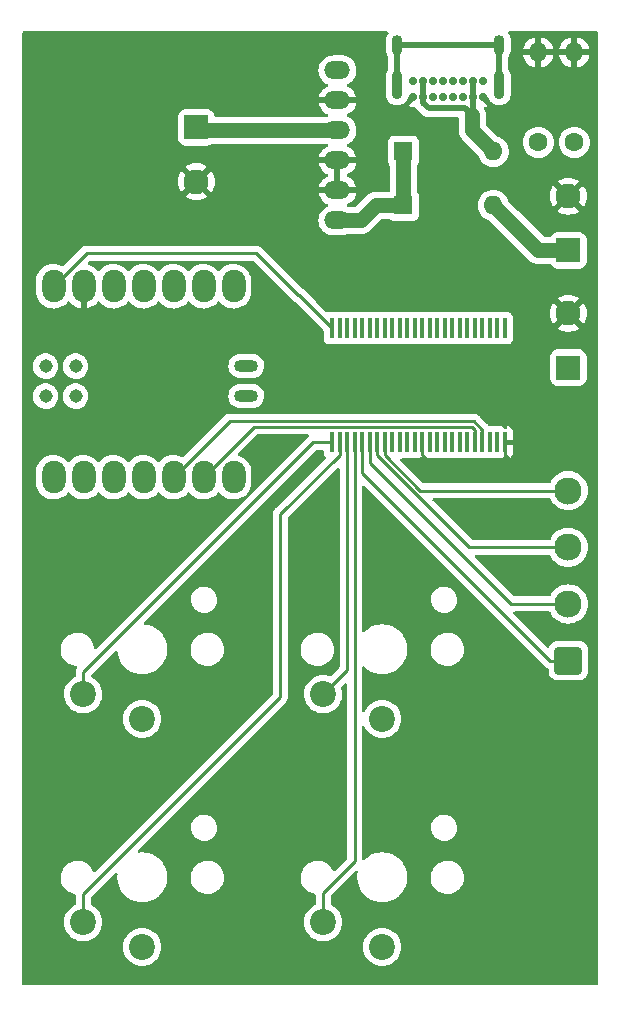
<source format=gbr>
%TF.GenerationSoftware,KiCad,Pcbnew,(6.0.1)*%
%TF.CreationDate,2022-02-21T12:46:14-05:00*%
%TF.ProjectId,InductorSchem,496e6475-6374-46f7-9253-6368656d2e6b,1*%
%TF.SameCoordinates,Original*%
%TF.FileFunction,Copper,L1,Top*%
%TF.FilePolarity,Positive*%
%FSLAX46Y46*%
G04 Gerber Fmt 4.6, Leading zero omitted, Abs format (unit mm)*
G04 Created by KiCad (PCBNEW (6.0.1)) date 2022-02-21 12:46:14*
%MOMM*%
%LPD*%
G01*
G04 APERTURE LIST*
G04 Aperture macros list*
%AMRoundRect*
0 Rectangle with rounded corners*
0 $1 Rounding radius*
0 $2 $3 $4 $5 $6 $7 $8 $9 X,Y pos of 4 corners*
0 Add a 4 corners polygon primitive as box body*
4,1,4,$2,$3,$4,$5,$6,$7,$8,$9,$2,$3,0*
0 Add four circle primitives for the rounded corners*
1,1,$1+$1,$2,$3*
1,1,$1+$1,$4,$5*
1,1,$1+$1,$6,$7*
1,1,$1+$1,$8,$9*
0 Add four rect primitives between the rounded corners*
20,1,$1+$1,$2,$3,$4,$5,0*
20,1,$1+$1,$4,$5,$6,$7,0*
20,1,$1+$1,$6,$7,$8,$9,0*
20,1,$1+$1,$8,$9,$2,$3,0*%
G04 Aperture macros list end*
%TA.AperFunction,ComponentPad*%
%ADD10O,2.200000X1.500000*%
%TD*%
%TA.AperFunction,ComponentPad*%
%ADD11O,1.998980X2.748280*%
%TD*%
%TA.AperFunction,SMDPad,CuDef*%
%ADD12O,2.032000X1.016000*%
%TD*%
%TA.AperFunction,SMDPad,CuDef*%
%ADD13C,1.143000*%
%TD*%
%TA.AperFunction,SMDPad,CuDef*%
%ADD14R,0.405600X1.715999*%
%TD*%
%TA.AperFunction,ComponentPad*%
%ADD15RoundRect,0.250001X0.899999X-0.899999X0.899999X0.899999X-0.899999X0.899999X-0.899999X-0.899999X0*%
%TD*%
%TA.AperFunction,ComponentPad*%
%ADD16C,2.300000*%
%TD*%
%TA.AperFunction,ComponentPad*%
%ADD17C,0.700000*%
%TD*%
%TA.AperFunction,ComponentPad*%
%ADD18O,0.900000X2.400000*%
%TD*%
%TA.AperFunction,ComponentPad*%
%ADD19O,0.900000X1.700000*%
%TD*%
%TA.AperFunction,ComponentPad*%
%ADD20R,1.600000X1.600000*%
%TD*%
%TA.AperFunction,ComponentPad*%
%ADD21O,1.600000X1.600000*%
%TD*%
%TA.AperFunction,ComponentPad*%
%ADD22RoundRect,0.250001X0.799999X-0.799999X0.799999X0.799999X-0.799999X0.799999X-0.799999X-0.799999X0*%
%TD*%
%TA.AperFunction,ComponentPad*%
%ADD23C,2.100000*%
%TD*%
%TA.AperFunction,ComponentPad*%
%ADD24C,1.600000*%
%TD*%
%TA.AperFunction,ComponentPad*%
%ADD25C,2.200000*%
%TD*%
%TA.AperFunction,ComponentPad*%
%ADD26RoundRect,0.250001X-0.799999X0.799999X-0.799999X-0.799999X0.799999X-0.799999X0.799999X0.799999X0*%
%TD*%
%TA.AperFunction,ViaPad*%
%ADD27C,2.200000*%
%TD*%
%TA.AperFunction,Conductor*%
%ADD28C,0.250000*%
%TD*%
%TA.AperFunction,Conductor*%
%ADD29C,0.500000*%
%TD*%
%TA.AperFunction,Conductor*%
%ADD30C,1.270000*%
%TD*%
G04 APERTURE END LIST*
D10*
%TO.P,U2,1,OUT*%
%TO.N,+5V*%
X148094000Y-58676917D03*
%TO.P,U2,2,OUT_GND*%
%TO.N,GND*%
X148094000Y-61216917D03*
%TO.P,U2,3,BAT*%
%TO.N,Net-(J2-Pad1)*%
X148094000Y-63756917D03*
%TO.P,U2,4,BAT_GND*%
%TO.N,GND*%
X148094000Y-66296917D03*
%TO.P,U2,5,VIN_GND*%
X148094000Y-68836917D03*
%TO.P,U2,6,VIN*%
%TO.N,Net-(D1-Pad1)*%
X148094000Y-71376917D03*
%TD*%
D11*
%TO.P,U1,1,PA02_A0_D0*%
%TO.N,unconnected-(U1-Pad1)*%
X124064490Y-93125290D03*
%TO.P,U1,2,PA4_A1_D1*%
%TO.N,unconnected-(U1-Pad2)*%
X126604490Y-93125290D03*
%TO.P,U1,3,PA10_A2_D2*%
%TO.N,unconnected-(U1-Pad3)*%
X129144490Y-93125290D03*
%TO.P,U1,4,PA11_A3_D3*%
%TO.N,unconnected-(U1-Pad4)*%
X131684490Y-93125290D03*
%TO.P,U1,5,PA8_A4_D4_SDA*%
%TO.N,/I2C_SDA*%
X134224490Y-93125290D03*
%TO.P,U1,6,PA9_A5_D5_SCL*%
%TO.N,/I2C_SCL*%
X136764490Y-93125290D03*
%TO.P,U1,7,PB08_A6_D6_TX*%
%TO.N,unconnected-(U1-Pad7)*%
X139304490Y-93125290D03*
%TO.P,U1,8,PB09_A7_D7_RX*%
%TO.N,unconnected-(U1-Pad8)*%
X139304490Y-76960730D03*
%TO.P,U1,9,PA7_A8_D8_SCK*%
%TO.N,unconnected-(U1-Pad9)*%
X136764490Y-76960730D03*
%TO.P,U1,10,PA5_A9_D9_MISO*%
%TO.N,unconnected-(U1-Pad10)*%
X134224490Y-76960730D03*
%TO.P,U1,11,PA6_A10_D10_MOSI*%
%TO.N,unconnected-(U1-Pad11)*%
X131684490Y-76960730D03*
%TO.P,U1,12,3V3*%
%TO.N,unconnected-(U1-Pad12)*%
X129144490Y-76960730D03*
%TO.P,U1,13,GND*%
%TO.N,GND*%
X126604490Y-76960730D03*
%TO.P,U1,14,5V*%
%TO.N,+5V*%
X124064490Y-76960730D03*
D12*
%TO.P,U1,15,5V*%
%TO.N,unconnected-(U1-Pad15)*%
X140382310Y-86258410D03*
%TO.P,U1,16,GND*%
%TO.N,unconnected-(U1-Pad16)*%
X140382310Y-83708410D03*
D13*
%TO.P,U1,17,PA31_SWDIO*%
%TO.N,unconnected-(U1-Pad17)*%
X123378123Y-86259607D03*
%TO.P,U1,18,PA30_SWCLK*%
%TO.N,unconnected-(U1-Pad18)*%
X123378123Y-83719607D03*
%TO.P,U1,19,RESET*%
%TO.N,unconnected-(U1-Pad19)*%
X125918123Y-86259607D03*
%TO.P,U1,20,GND*%
%TO.N,unconnected-(U1-Pad20)*%
X125918123Y-83719607D03*
%TD*%
D14*
%TO.P,U3,1,GPORT0_BIT0_PWM7*%
%TO.N,/G0B0*%
X147637500Y-90170000D03*
%TO.P,U3,2,GPORT0_BIT1_PWM5*%
%TO.N,/G0B1*%
X148272500Y-90170000D03*
%TO.P,U3,3,GPORT0_BIT2_PWM3*%
%TO.N,/G0B2*%
X148907500Y-90170000D03*
%TO.P,U3,4,GPORT0_BIT3_PWM1*%
%TO.N,/G0B3*%
X149542500Y-90170000D03*
%TO.P,U3,5,GPORT0_BIT4_PWM7*%
%TO.N,/G0B4*%
X150177500Y-90170000D03*
%TO.P,U3,6,GPORT0_BIT5_PWM5*%
%TO.N,/G0B5*%
X150812500Y-90170000D03*
%TO.P,U3,7,GPORT0_BIT6_PWM3*%
%TO.N,/G0B6*%
X151447500Y-90170000D03*
%TO.P,U3,8,GPORT0_BIT7_PWM1*%
%TO.N,/G0B7*%
X152082500Y-90170000D03*
%TO.P,U3,9,GPORT3_BIT0_PWM7*%
%TO.N,unconnected-(U3-Pad9)*%
X152717500Y-90170000D03*
%TO.P,U3,10,GPORT3_BIT1_PWM5*%
%TO.N,unconnected-(U3-Pad10)*%
X153352500Y-90170000D03*
%TO.P,U3,11,GPORT3_BIT2_PWM3*%
%TO.N,unconnected-(U3-Pad11)*%
X153987500Y-90170000D03*
%TO.P,U3,12,GPORT3_BIT3_PWM1*%
%TO.N,unconnected-(U3-Pad12)*%
X154622500Y-90170000D03*
%TO.P,U3,13,VSS*%
%TO.N,GND*%
X155257500Y-90170000D03*
%TO.P,U3,14,GPORT3_BIT4_PWM7*%
%TO.N,unconnected-(U3-Pad14)*%
X155892500Y-90170000D03*
%TO.P,U3,15,GPORT3_BIT5_PWM5*%
%TO.N,unconnected-(U3-Pad15)*%
X156527500Y-90170000D03*
%TO.P,U3,16,GPORT3_BIT6_PWM3*%
%TO.N,unconnected-(U3-Pad16)*%
X157162500Y-90170000D03*
%TO.P,U3,17,GPORT3_BIT7_PWM1*%
%TO.N,unconnected-(U3-Pad17)*%
X157797500Y-90170000D03*
%TO.P,U3,18,GPORT5_BIT2_PWM3*%
%TO.N,unconnected-(U3-Pad18)*%
X158432500Y-90170000D03*
%TO.P,U3,19,GPORT5_BIT3_PWM1*%
%TO.N,unconnected-(U3-Pad19)*%
X159067500Y-90170000D03*
%TO.P,U3,20,I2C_SERIAL_CLOCK_SCL*%
%TO.N,/I2C_SCL*%
X159702500Y-90170000D03*
%TO.P,U3,21,I2C_SERIAL_DATA_SDA*%
%TO.N,/I2C_SDA*%
X160337500Y-90170000D03*
%TO.P,U3,22,GPORT2_BIT3_PWM3/A1*%
%TO.N,unconnected-(U3-Pad22)*%
X160972500Y-90170000D03*
%TO.P,U3,23,A0*%
%TO.N,unconnected-(U3-Pad23)*%
X161607500Y-90170000D03*
%TO.P,U3,24,VSS*%
%TO.N,GND*%
X162242500Y-90170000D03*
%TO.P,U3,25,GPORT2_BIT2_PWM0/WD*%
%TO.N,unconnected-(U3-Pad25)*%
X162242500Y-80518000D03*
%TO.P,U3,26,INT*%
%TO.N,unconnected-(U3-Pad26)*%
X161607500Y-80518000D03*
%TO.P,U3,27,GPORT2_BIT1_PWM4/A2*%
%TO.N,unconnected-(U3-Pad27)*%
X160972500Y-80518000D03*
%TO.P,U3,28,GPORT2_BIT0_PWM6/A3*%
%TO.N,unconnected-(U3-Pad28)*%
X160337500Y-80518000D03*
%TO.P,U3,29,GPORT5_BIT1_PWM0*%
%TO.N,unconnected-(U3-Pad29)*%
X159702500Y-80518000D03*
%TO.P,U3,30,GPORT5_BIT0_PWM2*%
%TO.N,unconnected-(U3-Pad30)*%
X159067500Y-80518000D03*
%TO.P,U3,31,GPORT4_BIT7_PWM0*%
%TO.N,unconnected-(U3-Pad31)*%
X158432500Y-80518000D03*
%TO.P,U3,32,GPORT4_BIT6_PWM2*%
%TO.N,unconnected-(U3-Pad32)*%
X157797500Y-80518000D03*
%TO.P,U3,33,GPORT4_BIT5_PWM4*%
%TO.N,unconnected-(U3-Pad33)*%
X157162500Y-80518000D03*
%TO.P,U3,34,GPORT4_BIT4_PWM6*%
%TO.N,unconnected-(U3-Pad34)*%
X156527500Y-80518000D03*
%TO.P,U3,35,XRES*%
%TO.N,unconnected-(U3-Pad35)*%
X155892500Y-80518000D03*
%TO.P,U3,36,GPORT4_BIT3_PWM0*%
%TO.N,unconnected-(U3-Pad36)*%
X155257500Y-80518000D03*
%TO.P,U3,37,GPORT4_BIT2_PWM2*%
%TO.N,unconnected-(U3-Pad37)*%
X154622500Y-80518000D03*
%TO.P,U3,38,GPORT4_BIT1_PWM4*%
%TO.N,unconnected-(U3-Pad38)*%
X153987500Y-80518000D03*
%TO.P,U3,39,GPORT4_BIT0_PWM6*%
%TO.N,unconnected-(U3-Pad39)*%
X153352500Y-80518000D03*
%TO.P,U3,40,GPORT1_BIT7_PWM0/A4*%
%TO.N,unconnected-(U3-Pad40)*%
X152717500Y-80518000D03*
%TO.P,U3,41,GPORT1_BIT6_PWM2/A5*%
%TO.N,unconnected-(U3-Pad41)*%
X152082500Y-80518000D03*
%TO.P,U3,42,GPORT1_BIT5_PWM4/A6*%
%TO.N,unconnected-(U3-Pad42)*%
X151447500Y-80518000D03*
%TO.P,U3,43,GPORT1_BIT4_PWM6*%
%TO.N,unconnected-(U3-Pad43)*%
X150812500Y-80518000D03*
%TO.P,U3,44,GPORT1_BIT3_PWM0*%
%TO.N,unconnected-(U3-Pad44)*%
X150177500Y-80518000D03*
%TO.P,U3,45,GPORT1_BIT2_PWM2*%
%TO.N,unconnected-(U3-Pad45)*%
X149542500Y-80518000D03*
%TO.P,U3,46,GPORT1_BIT1_PWM4*%
%TO.N,unconnected-(U3-Pad46)*%
X148907500Y-80518000D03*
%TO.P,U3,47,GPORT1_BIT0_PWM6*%
%TO.N,unconnected-(U3-Pad47)*%
X148272500Y-80518000D03*
%TO.P,U3,48,VDD*%
%TO.N,+5V*%
X147637500Y-80518000D03*
%TD*%
D15*
%TO.P,J5,1,Pin_1*%
%TO.N,/G0B4*%
X167640000Y-108660000D03*
D16*
%TO.P,J5,2,Pin_2*%
%TO.N,/G0B5*%
X167640000Y-103860000D03*
%TO.P,J5,3,Pin_3*%
%TO.N,/G0B6*%
X167640000Y-99060000D03*
%TO.P,J5,4,Pin_4*%
%TO.N,/G0B7*%
X167640000Y-94260000D03*
%TD*%
D17*
%TO.P,J1,A1,GND*%
%TO.N,GND*%
X160455000Y-60921000D03*
%TO.P,J1,A4,VBUS*%
%TO.N,Net-(D2-Pad2)*%
X159605000Y-60921000D03*
%TO.P,J1,A5,CC1*%
%TO.N,Net-(J1-PadA5)*%
X158755000Y-60921000D03*
%TO.P,J1,A6,D+*%
%TO.N,unconnected-(J1-PadA6)*%
X157905000Y-60921000D03*
%TO.P,J1,A7,D-*%
%TO.N,unconnected-(J1-PadA7)*%
X157055000Y-60921000D03*
%TO.P,J1,A8,SBU1*%
%TO.N,unconnected-(J1-PadA8)*%
X156205000Y-60921000D03*
%TO.P,J1,A9,VBUS*%
%TO.N,Net-(D2-Pad2)*%
X155355000Y-60921000D03*
%TO.P,J1,A12,GND*%
%TO.N,GND*%
X154505000Y-60921000D03*
%TO.P,J1,B1,GND*%
X154505000Y-59571000D03*
%TO.P,J1,B4,VBUS*%
%TO.N,Net-(D2-Pad2)*%
X155355000Y-59571000D03*
%TO.P,J1,B5,CC2*%
%TO.N,Net-(J1-PadB5)*%
X156205000Y-59571000D03*
%TO.P,J1,B6,D+*%
%TO.N,unconnected-(J1-PadB6)*%
X157055000Y-59571000D03*
%TO.P,J1,B7,D-*%
%TO.N,unconnected-(J1-PadB7)*%
X157905000Y-59571000D03*
%TO.P,J1,B8,SBU2*%
%TO.N,unconnected-(J1-PadB8)*%
X158755000Y-59571000D03*
%TO.P,J1,B9,VBUS*%
%TO.N,Net-(D2-Pad2)*%
X159605000Y-59571000D03*
%TO.P,J1,B12,GND*%
%TO.N,GND*%
X160455000Y-59571000D03*
D18*
%TO.P,J1,S1,SHIELD*%
%TO.N,unconnected-(J1-PadS1)*%
X153155000Y-59941000D03*
D19*
X153155000Y-56561000D03*
X161805000Y-56561000D03*
D18*
X161805000Y-59941000D03*
%TD*%
D20*
%TO.P,D1,1,K*%
%TO.N,Net-(D1-Pad1)*%
X153670000Y-70104000D03*
D21*
%TO.P,D1,2,A*%
%TO.N,Net-(D1-Pad2)*%
X161290000Y-70104000D03*
%TD*%
D22*
%TO.P,J3,1,Pin_1*%
%TO.N,Net-(D1-Pad2)*%
X167640000Y-73928000D03*
D23*
%TO.P,J3,2,Pin_2*%
%TO.N,GND*%
X167640000Y-69328000D03*
%TD*%
D24*
%TO.P,R2,1*%
%TO.N,Net-(J1-PadB5)*%
X168148000Y-64770000D03*
D21*
%TO.P,R2,2*%
%TO.N,GND*%
X168148000Y-57150000D03*
%TD*%
D20*
%TO.P,D2,1,K*%
%TO.N,Net-(D1-Pad1)*%
X153670000Y-65532000D03*
D21*
%TO.P,D2,2,A*%
%TO.N,Net-(D2-Pad2)*%
X161290000Y-65532000D03*
%TD*%
D25*
%TO.P,SW4,1,1*%
%TO.N,+5V*%
X151892000Y-132900000D03*
%TO.P,SW4,2,2*%
%TO.N,/G0B3*%
X146892000Y-130800000D03*
%TD*%
D22*
%TO.P,J4,1,Pin_1*%
%TO.N,+5V*%
X167640000Y-83848000D03*
D23*
%TO.P,J4,2,Pin_2*%
%TO.N,GND*%
X167640000Y-79248000D03*
%TD*%
D26*
%TO.P,J2,1,Pin_1*%
%TO.N,Net-(J2-Pad1)*%
X136144000Y-63500000D03*
D23*
%TO.P,J2,2,Pin_2*%
%TO.N,GND*%
X136144000Y-68100000D03*
%TD*%
D25*
%TO.P,SW3,1,1*%
%TO.N,+5V*%
X151892000Y-113596000D03*
%TO.P,SW3,2,2*%
%TO.N,/G0B2*%
X146892000Y-111496000D03*
%TD*%
%TO.P,SW1,1,1*%
%TO.N,+5V*%
X131572000Y-113596000D03*
%TO.P,SW1,2,2*%
%TO.N,/G0B0*%
X126572000Y-111496000D03*
%TD*%
%TO.P,SW2,1,1*%
%TO.N,+5V*%
X131572000Y-132900000D03*
%TO.P,SW2,2,2*%
%TO.N,/G0B1*%
X126572000Y-130800000D03*
%TD*%
D24*
%TO.P,R1,1*%
%TO.N,Net-(J1-PadA5)*%
X165100000Y-64770000D03*
D21*
%TO.P,R1,2*%
%TO.N,GND*%
X165100000Y-57150000D03*
%TD*%
D27*
%TO.N,GND*%
X164592000Y-91948000D03*
%TD*%
D28*
%TO.N,/G0B1*%
X143256000Y-96261321D02*
X148272500Y-91244821D01*
X143256000Y-111760000D02*
X143256000Y-96261321D01*
X148272500Y-91244821D02*
X148272500Y-90170000D01*
X126572000Y-130800000D02*
X126572000Y-128444000D01*
X126572000Y-128444000D02*
X143256000Y-111760000D01*
%TO.N,GND*%
X155960679Y-91948000D02*
X155257500Y-91244821D01*
X162242500Y-91244821D02*
X162242500Y-90170000D01*
X164592000Y-91948000D02*
X155960679Y-91948000D01*
X164592000Y-91948000D02*
X162945679Y-91948000D01*
X162945679Y-91948000D02*
X162242500Y-91244821D01*
X155257500Y-91244821D02*
X155257500Y-90170000D01*
%TO.N,/I2C_SDA*%
X138957780Y-88392000D02*
X159639718Y-88392000D01*
X159639718Y-88392000D02*
X160337500Y-89089782D01*
X160337500Y-89089782D02*
X160337500Y-90170000D01*
%TO.N,/I2C_SCL*%
X141048260Y-88841520D02*
X159453520Y-88841520D01*
X159453520Y-88841520D02*
X159702500Y-89090500D01*
X159702500Y-89090500D02*
X159702500Y-90170000D01*
%TO.N,+5V*%
X141224000Y-74168000D02*
X126857220Y-74168000D01*
X144780000Y-77724000D02*
X141224000Y-74168000D01*
X144843500Y-77724000D02*
X144780000Y-77724000D01*
X126857220Y-74168000D02*
X124064490Y-76960730D01*
X147637500Y-80518000D02*
X144843500Y-77724000D01*
D29*
%TO.N,unconnected-(J1-PadS1)*%
X161805000Y-56561000D02*
X161805000Y-59941000D01*
X153155000Y-56561000D02*
X161805000Y-56561000D01*
X153155000Y-59941000D02*
X153155000Y-56561000D01*
D28*
%TO.N,/G0B4*%
X166064000Y-108660000D02*
X167640000Y-108660000D01*
X150177500Y-92773500D02*
X166064000Y-108660000D01*
X150177500Y-90170000D02*
X150177500Y-92773500D01*
%TO.N,/G0B5*%
X162788000Y-103860000D02*
X167640000Y-103860000D01*
X150812500Y-91884500D02*
X162788000Y-103860000D01*
X150812500Y-90170000D02*
X150812500Y-91884500D01*
%TO.N,/G0B6*%
X151447500Y-91278716D02*
X159228784Y-99060000D01*
X151447500Y-90170000D02*
X151447500Y-91278716D01*
X159228784Y-99060000D02*
X167640000Y-99060000D01*
%TO.N,/G0B7*%
X155064501Y-94260000D02*
X167640000Y-94260000D01*
X152082500Y-91277999D02*
X155064501Y-94260000D01*
X152082500Y-90170000D02*
X152082500Y-91277999D01*
%TO.N,/I2C_SCL*%
X136764490Y-93125290D02*
X141048260Y-88841520D01*
%TO.N,/I2C_SDA*%
X134224490Y-93125290D02*
X138957780Y-88392000D01*
%TO.N,/G0B0*%
X146050000Y-90170000D02*
X147637500Y-90170000D01*
X126572000Y-109648000D02*
X146050000Y-90170000D01*
X126572000Y-111496000D02*
X126572000Y-109648000D01*
%TO.N,/G0B2*%
X146892000Y-111496000D02*
X148907500Y-109480500D01*
X148907500Y-109480500D02*
X148907500Y-90170000D01*
%TO.N,/G0B3*%
X149542500Y-125651946D02*
X149542500Y-90170000D01*
X146892000Y-130800000D02*
X146892000Y-128302446D01*
X146892000Y-128302446D02*
X149542500Y-125651946D01*
D29*
%TO.N,Net-(D2-Pad2)*%
X155355000Y-61415974D02*
X155355000Y-60921000D01*
X155822026Y-61883000D02*
X155355000Y-61415974D01*
D28*
X159605000Y-62391000D02*
X159512000Y-62484000D01*
D29*
X158911000Y-61883000D02*
X155822026Y-61883000D01*
D30*
X159512000Y-63754000D02*
X161290000Y-65532000D01*
X159512000Y-62484000D02*
X159512000Y-63754000D01*
D29*
X159605000Y-60921000D02*
X159605000Y-62391000D01*
X159512000Y-62484000D02*
X158911000Y-61883000D01*
X155355000Y-59571000D02*
X155355000Y-60921000D01*
X159605000Y-59571000D02*
X159605000Y-60921000D01*
D30*
%TO.N,Net-(D1-Pad2)*%
X165114000Y-73928000D02*
X161290000Y-70104000D01*
X167640000Y-73928000D02*
X165114000Y-73928000D01*
%TO.N,Net-(J2-Pad1)*%
X136400917Y-63756917D02*
X148094000Y-63756917D01*
X136144000Y-63500000D02*
X136400917Y-63756917D01*
%TO.N,Net-(D1-Pad1)*%
X153670000Y-65532000D02*
X153670000Y-70104000D01*
X153670000Y-70104000D02*
X151384000Y-70104000D01*
X151384000Y-70104000D02*
X150111083Y-71376917D01*
X150111083Y-71376917D02*
X148094000Y-71376917D01*
%TD*%
%TA.AperFunction,Conductor*%
%TO.N,GND*%
G36*
X152363415Y-55392002D02*
G01*
X152409908Y-55445658D01*
X152420012Y-55515932D01*
X152398507Y-55570270D01*
X152313989Y-55690975D01*
X152311452Y-55696838D01*
X152274384Y-55782498D01*
X152236655Y-55869684D01*
X152235350Y-55875931D01*
X152235349Y-55875934D01*
X152206074Y-56016069D01*
X152196835Y-56060293D01*
X152196500Y-56066685D01*
X152196500Y-57009663D01*
X152211235Y-57154727D01*
X152213144Y-57160818D01*
X152267556Y-57334451D01*
X152267558Y-57334456D01*
X152269465Y-57340541D01*
X152314340Y-57421497D01*
X152355081Y-57494994D01*
X152363870Y-57510850D01*
X152368021Y-57515693D01*
X152371666Y-57520937D01*
X152370017Y-57522083D01*
X152395312Y-57578268D01*
X152396500Y-57595529D01*
X152396500Y-58563409D01*
X152373713Y-58635679D01*
X152317651Y-58715744D01*
X152317648Y-58715750D01*
X152313989Y-58720975D01*
X152276723Y-58807093D01*
X152250815Y-58866963D01*
X152236655Y-58899684D01*
X152235350Y-58905931D01*
X152235349Y-58905934D01*
X152197923Y-59085087D01*
X152196835Y-59090293D01*
X152196500Y-59096685D01*
X152196500Y-60739663D01*
X152211235Y-60884727D01*
X152228889Y-60941061D01*
X152267556Y-61064451D01*
X152267558Y-61064456D01*
X152269465Y-61070541D01*
X152272558Y-61076120D01*
X152357531Y-61229414D01*
X152363870Y-61240850D01*
X152368019Y-61245691D01*
X152368022Y-61245695D01*
X152486440Y-61383855D01*
X152490591Y-61388698D01*
X152644453Y-61508046D01*
X152650176Y-61510862D01*
X152650179Y-61510864D01*
X152761440Y-61565611D01*
X152819171Y-61594018D01*
X152825349Y-61595627D01*
X152825351Y-61595628D01*
X153001425Y-61641492D01*
X153001428Y-61641492D01*
X153007607Y-61643102D01*
X153091597Y-61647504D01*
X153195683Y-61652959D01*
X153195687Y-61652959D01*
X153202064Y-61653293D01*
X153357413Y-61629799D01*
X153388285Y-61625130D01*
X153388286Y-61625130D01*
X153394599Y-61624175D01*
X153400585Y-61621972D01*
X153400591Y-61621971D01*
X153571360Y-61559140D01*
X153571365Y-61559138D01*
X153577346Y-61556937D01*
X153687670Y-61488533D01*
X153737418Y-61457688D01*
X153737419Y-61457687D01*
X153742840Y-61454326D01*
X153817362Y-61383855D01*
X153879685Y-61324919D01*
X153884322Y-61320534D01*
X153996011Y-61161025D01*
X154055310Y-61023992D01*
X154081851Y-60984939D01*
X154280809Y-60785981D01*
X154343121Y-60751955D01*
X154413936Y-60757020D01*
X154470772Y-60799567D01*
X154495583Y-60866087D01*
X154495214Y-60888242D01*
X154491771Y-60921000D01*
X154510635Y-61100475D01*
X154528404Y-61155162D01*
X154529471Y-61158446D01*
X154531498Y-61229414D01*
X154498733Y-61286477D01*
X154116500Y-61668710D01*
X154109740Y-61681090D01*
X154113251Y-61685780D01*
X154232372Y-61738816D01*
X154244860Y-61742873D01*
X154408364Y-61777628D01*
X154421424Y-61779000D01*
X154588580Y-61779000D01*
X154602628Y-61777524D01*
X154672466Y-61790298D01*
X154723513Y-61837468D01*
X154752405Y-61885081D01*
X154756121Y-61889289D01*
X154756122Y-61889290D01*
X154759803Y-61893458D01*
X154759776Y-61893482D01*
X154762429Y-61896474D01*
X154765132Y-61899707D01*
X154769144Y-61905826D01*
X154774456Y-61910858D01*
X154825383Y-61959102D01*
X154827825Y-61961480D01*
X155238256Y-62371911D01*
X155250642Y-62386323D01*
X155259175Y-62397918D01*
X155259180Y-62397923D01*
X155263518Y-62403818D01*
X155269096Y-62408557D01*
X155269099Y-62408560D01*
X155303794Y-62438035D01*
X155311310Y-62444965D01*
X155317006Y-62450661D01*
X155319867Y-62452924D01*
X155319872Y-62452929D01*
X155339292Y-62468293D01*
X155342693Y-62471082D01*
X155392387Y-62513300D01*
X155398311Y-62518333D01*
X155404831Y-62521662D01*
X155409878Y-62525028D01*
X155415002Y-62528193D01*
X155420743Y-62532735D01*
X155427374Y-62535834D01*
X155427377Y-62535836D01*
X155486856Y-62563634D01*
X155490808Y-62565565D01*
X155545349Y-62593415D01*
X155555834Y-62598769D01*
X155562940Y-62600508D01*
X155568590Y-62602609D01*
X155574347Y-62604524D01*
X155580976Y-62607622D01*
X155652461Y-62622491D01*
X155656727Y-62623457D01*
X155727636Y-62640808D01*
X155733238Y-62641156D01*
X155733241Y-62641156D01*
X155738790Y-62641500D01*
X155738788Y-62641535D01*
X155742760Y-62641775D01*
X155746981Y-62642152D01*
X155754141Y-62643641D01*
X155831568Y-62641546D01*
X155834976Y-62641500D01*
X158242500Y-62641500D01*
X158310621Y-62661502D01*
X158357114Y-62715158D01*
X158368500Y-62767500D01*
X158368500Y-63711195D01*
X158368230Y-63719436D01*
X158363994Y-63784061D01*
X158374399Y-63871973D01*
X158374736Y-63875186D01*
X158382831Y-63963279D01*
X158384399Y-63968839D01*
X158385061Y-63972412D01*
X158387250Y-63983415D01*
X158388018Y-63987028D01*
X158388697Y-63992765D01*
X158414938Y-64077276D01*
X158415854Y-64080373D01*
X158439877Y-64165549D01*
X158442435Y-64170737D01*
X158443760Y-64174188D01*
X158447901Y-64184566D01*
X158449304Y-64187953D01*
X158451018Y-64193473D01*
X158453709Y-64198587D01*
X158453709Y-64198588D01*
X158492198Y-64271745D01*
X158493695Y-64274681D01*
X158532829Y-64354037D01*
X158536287Y-64358668D01*
X158538250Y-64361871D01*
X158544173Y-64371258D01*
X158546182Y-64374351D01*
X158548871Y-64379463D01*
X158603656Y-64448956D01*
X158605627Y-64451526D01*
X158655116Y-64517801D01*
X158655123Y-64517808D01*
X158658573Y-64522429D01*
X158662807Y-64526343D01*
X158662809Y-64526345D01*
X158718973Y-64578262D01*
X158722539Y-64581692D01*
X160007547Y-65866700D01*
X160040159Y-65923184D01*
X160055716Y-65981243D01*
X160082561Y-66038812D01*
X160150151Y-66183762D01*
X160150154Y-66183767D01*
X160152477Y-66188749D01*
X160283802Y-66376300D01*
X160445700Y-66538198D01*
X160450208Y-66541355D01*
X160450211Y-66541357D01*
X160489735Y-66569032D01*
X160633251Y-66669523D01*
X160638233Y-66671846D01*
X160638238Y-66671849D01*
X160835775Y-66763961D01*
X160840757Y-66766284D01*
X160846065Y-66767706D01*
X160846067Y-66767707D01*
X161056598Y-66824119D01*
X161056600Y-66824119D01*
X161061913Y-66825543D01*
X161290000Y-66845498D01*
X161518087Y-66825543D01*
X161523400Y-66824119D01*
X161523402Y-66824119D01*
X161733933Y-66767707D01*
X161733935Y-66767706D01*
X161739243Y-66766284D01*
X161744225Y-66763961D01*
X161941762Y-66671849D01*
X161941767Y-66671846D01*
X161946749Y-66669523D01*
X162090265Y-66569032D01*
X162129789Y-66541357D01*
X162129792Y-66541355D01*
X162134300Y-66538198D01*
X162296198Y-66376300D01*
X162427523Y-66188749D01*
X162429846Y-66183767D01*
X162429849Y-66183762D01*
X162521961Y-65986225D01*
X162521961Y-65986224D01*
X162524284Y-65981243D01*
X162544038Y-65907523D01*
X162582119Y-65765402D01*
X162582119Y-65765400D01*
X162583543Y-65760087D01*
X162603498Y-65532000D01*
X162583543Y-65303913D01*
X162559433Y-65213933D01*
X162525707Y-65088067D01*
X162525706Y-65088065D01*
X162524284Y-65082757D01*
X162507856Y-65047526D01*
X162429849Y-64880238D01*
X162429846Y-64880233D01*
X162427523Y-64875251D01*
X162353826Y-64770000D01*
X163786502Y-64770000D01*
X163806457Y-64998087D01*
X163807881Y-65003400D01*
X163807881Y-65003402D01*
X163853723Y-65174483D01*
X163865716Y-65219243D01*
X163868039Y-65224224D01*
X163868039Y-65224225D01*
X163960151Y-65421762D01*
X163960154Y-65421767D01*
X163962477Y-65426749D01*
X164093802Y-65614300D01*
X164255700Y-65776198D01*
X164260208Y-65779355D01*
X164260211Y-65779357D01*
X164310669Y-65814688D01*
X164443251Y-65907523D01*
X164448233Y-65909846D01*
X164448238Y-65909849D01*
X164645775Y-66001961D01*
X164650757Y-66004284D01*
X164656065Y-66005706D01*
X164656067Y-66005707D01*
X164866598Y-66062119D01*
X164866600Y-66062119D01*
X164871913Y-66063543D01*
X165100000Y-66083498D01*
X165328087Y-66063543D01*
X165333400Y-66062119D01*
X165333402Y-66062119D01*
X165543933Y-66005707D01*
X165543935Y-66005706D01*
X165549243Y-66004284D01*
X165554225Y-66001961D01*
X165751762Y-65909849D01*
X165751767Y-65909846D01*
X165756749Y-65907523D01*
X165889331Y-65814688D01*
X165939789Y-65779357D01*
X165939792Y-65779355D01*
X165944300Y-65776198D01*
X166106198Y-65614300D01*
X166237523Y-65426749D01*
X166239846Y-65421767D01*
X166239849Y-65421762D01*
X166331961Y-65224225D01*
X166331961Y-65224224D01*
X166334284Y-65219243D01*
X166346278Y-65174483D01*
X166392119Y-65003402D01*
X166392119Y-65003400D01*
X166393543Y-64998087D01*
X166413498Y-64770000D01*
X166834502Y-64770000D01*
X166854457Y-64998087D01*
X166855881Y-65003400D01*
X166855881Y-65003402D01*
X166901723Y-65174483D01*
X166913716Y-65219243D01*
X166916039Y-65224224D01*
X166916039Y-65224225D01*
X167008151Y-65421762D01*
X167008154Y-65421767D01*
X167010477Y-65426749D01*
X167141802Y-65614300D01*
X167303700Y-65776198D01*
X167308208Y-65779355D01*
X167308211Y-65779357D01*
X167358669Y-65814688D01*
X167491251Y-65907523D01*
X167496233Y-65909846D01*
X167496238Y-65909849D01*
X167693775Y-66001961D01*
X167698757Y-66004284D01*
X167704065Y-66005706D01*
X167704067Y-66005707D01*
X167914598Y-66062119D01*
X167914600Y-66062119D01*
X167919913Y-66063543D01*
X168148000Y-66083498D01*
X168376087Y-66063543D01*
X168381400Y-66062119D01*
X168381402Y-66062119D01*
X168591933Y-66005707D01*
X168591935Y-66005706D01*
X168597243Y-66004284D01*
X168602225Y-66001961D01*
X168799762Y-65909849D01*
X168799767Y-65909846D01*
X168804749Y-65907523D01*
X168937331Y-65814688D01*
X168987789Y-65779357D01*
X168987792Y-65779355D01*
X168992300Y-65776198D01*
X169154198Y-65614300D01*
X169285523Y-65426749D01*
X169287846Y-65421767D01*
X169287849Y-65421762D01*
X169379961Y-65224225D01*
X169379961Y-65224224D01*
X169382284Y-65219243D01*
X169394278Y-65174483D01*
X169440119Y-65003402D01*
X169440119Y-65003400D01*
X169441543Y-64998087D01*
X169461498Y-64770000D01*
X169441543Y-64541913D01*
X169402883Y-64397634D01*
X169383707Y-64326067D01*
X169383706Y-64326065D01*
X169382284Y-64320757D01*
X169360117Y-64273220D01*
X169287849Y-64118238D01*
X169287846Y-64118233D01*
X169285523Y-64113251D01*
X169154198Y-63925700D01*
X168992300Y-63763802D01*
X168987792Y-63760645D01*
X168987789Y-63760643D01*
X168909611Y-63705902D01*
X168804749Y-63632477D01*
X168799767Y-63630154D01*
X168799762Y-63630151D01*
X168602225Y-63538039D01*
X168602224Y-63538039D01*
X168597243Y-63535716D01*
X168591935Y-63534294D01*
X168591933Y-63534293D01*
X168381402Y-63477881D01*
X168381400Y-63477881D01*
X168376087Y-63476457D01*
X168148000Y-63456502D01*
X167919913Y-63476457D01*
X167914600Y-63477881D01*
X167914598Y-63477881D01*
X167704067Y-63534293D01*
X167704065Y-63534294D01*
X167698757Y-63535716D01*
X167693776Y-63538039D01*
X167693775Y-63538039D01*
X167496238Y-63630151D01*
X167496233Y-63630154D01*
X167491251Y-63632477D01*
X167386389Y-63705902D01*
X167308211Y-63760643D01*
X167308208Y-63760645D01*
X167303700Y-63763802D01*
X167141802Y-63925700D01*
X167010477Y-64113251D01*
X167008154Y-64118233D01*
X167008151Y-64118238D01*
X166935883Y-64273220D01*
X166913716Y-64320757D01*
X166912294Y-64326065D01*
X166912293Y-64326067D01*
X166893117Y-64397634D01*
X166854457Y-64541913D01*
X166834502Y-64770000D01*
X166413498Y-64770000D01*
X166393543Y-64541913D01*
X166354883Y-64397634D01*
X166335707Y-64326067D01*
X166335706Y-64326065D01*
X166334284Y-64320757D01*
X166312117Y-64273220D01*
X166239849Y-64118238D01*
X166239846Y-64118233D01*
X166237523Y-64113251D01*
X166106198Y-63925700D01*
X165944300Y-63763802D01*
X165939792Y-63760645D01*
X165939789Y-63760643D01*
X165861611Y-63705902D01*
X165756749Y-63632477D01*
X165751767Y-63630154D01*
X165751762Y-63630151D01*
X165554225Y-63538039D01*
X165554224Y-63538039D01*
X165549243Y-63535716D01*
X165543935Y-63534294D01*
X165543933Y-63534293D01*
X165333402Y-63477881D01*
X165333400Y-63477881D01*
X165328087Y-63476457D01*
X165100000Y-63456502D01*
X164871913Y-63476457D01*
X164866600Y-63477881D01*
X164866598Y-63477881D01*
X164656067Y-63534293D01*
X164656065Y-63534294D01*
X164650757Y-63535716D01*
X164645776Y-63538039D01*
X164645775Y-63538039D01*
X164448238Y-63630151D01*
X164448233Y-63630154D01*
X164443251Y-63632477D01*
X164338389Y-63705902D01*
X164260211Y-63760643D01*
X164260208Y-63760645D01*
X164255700Y-63763802D01*
X164093802Y-63925700D01*
X163962477Y-64113251D01*
X163960154Y-64118233D01*
X163960151Y-64118238D01*
X163887883Y-64273220D01*
X163865716Y-64320757D01*
X163864294Y-64326065D01*
X163864293Y-64326067D01*
X163845117Y-64397634D01*
X163806457Y-64541913D01*
X163786502Y-64770000D01*
X162353826Y-64770000D01*
X162349992Y-64764525D01*
X162299357Y-64692211D01*
X162299355Y-64692208D01*
X162296198Y-64687700D01*
X162134300Y-64525802D01*
X162129792Y-64522645D01*
X162129789Y-64522643D01*
X162051611Y-64467902D01*
X161946749Y-64394477D01*
X161941767Y-64392154D01*
X161941762Y-64392151D01*
X161800042Y-64326067D01*
X161739243Y-64297716D01*
X161681184Y-64282159D01*
X161624700Y-64249547D01*
X160692405Y-63317252D01*
X160658379Y-63254940D01*
X160655500Y-63228157D01*
X160655500Y-62430684D01*
X160641169Y-62274721D01*
X160584123Y-62072451D01*
X160551418Y-62006132D01*
X160521095Y-61944642D01*
X160508905Y-61874700D01*
X160536465Y-61809270D01*
X160595023Y-61769127D01*
X160607904Y-61765667D01*
X160715140Y-61742873D01*
X160727628Y-61738816D01*
X160839763Y-61688890D01*
X160850507Y-61679758D01*
X160848910Y-61674120D01*
X160461267Y-61286477D01*
X160427241Y-61224165D01*
X160430529Y-61158446D01*
X160431596Y-61155162D01*
X160449365Y-61100475D01*
X160468229Y-60921000D01*
X160464786Y-60888247D01*
X160477557Y-60818410D01*
X160526058Y-60766563D01*
X160594891Y-60749167D01*
X160662201Y-60771747D01*
X160679191Y-60785981D01*
X160877367Y-60984157D01*
X160908506Y-61035573D01*
X160917555Y-61064449D01*
X160917558Y-61064457D01*
X160919465Y-61070541D01*
X160922555Y-61076115D01*
X160922556Y-61076118D01*
X161007531Y-61229414D01*
X161013870Y-61240850D01*
X161018019Y-61245691D01*
X161018022Y-61245695D01*
X161136440Y-61383855D01*
X161140591Y-61388698D01*
X161294453Y-61508046D01*
X161300176Y-61510862D01*
X161300179Y-61510864D01*
X161411440Y-61565611D01*
X161469171Y-61594018D01*
X161475349Y-61595627D01*
X161475351Y-61595628D01*
X161651425Y-61641492D01*
X161651428Y-61641492D01*
X161657607Y-61643102D01*
X161741597Y-61647504D01*
X161845683Y-61652959D01*
X161845687Y-61652959D01*
X161852064Y-61653293D01*
X162007413Y-61629799D01*
X162038285Y-61625130D01*
X162038286Y-61625130D01*
X162044599Y-61624175D01*
X162050585Y-61621972D01*
X162050591Y-61621971D01*
X162221360Y-61559140D01*
X162221365Y-61559138D01*
X162227346Y-61556937D01*
X162337670Y-61488533D01*
X162387418Y-61457688D01*
X162387419Y-61457687D01*
X162392840Y-61454326D01*
X162467362Y-61383855D01*
X162529685Y-61324919D01*
X162534322Y-61320534D01*
X162646011Y-61161025D01*
X162682753Y-61076120D01*
X162720810Y-60988175D01*
X162720811Y-60988171D01*
X162723345Y-60982316D01*
X162728135Y-60959387D01*
X162762176Y-60796443D01*
X162762177Y-60796438D01*
X162763165Y-60791707D01*
X162763500Y-60785315D01*
X162763500Y-59142337D01*
X162748765Y-58997273D01*
X162727525Y-58929496D01*
X162692444Y-58817549D01*
X162692442Y-58817544D01*
X162690535Y-58811459D01*
X162635958Y-58713000D01*
X162599223Y-58646729D01*
X162599221Y-58646726D01*
X162596130Y-58641150D01*
X162591979Y-58636307D01*
X162588334Y-58631063D01*
X162589983Y-58629917D01*
X162564688Y-58573732D01*
X162563500Y-58556471D01*
X162563500Y-57588591D01*
X162586287Y-57516321D01*
X162642349Y-57436256D01*
X162642352Y-57436250D01*
X162646011Y-57431025D01*
X162652287Y-57416522D01*
X163817273Y-57416522D01*
X163864764Y-57593761D01*
X163868510Y-57604053D01*
X163960586Y-57801511D01*
X163966069Y-57811007D01*
X164091028Y-57989467D01*
X164098084Y-57997875D01*
X164252125Y-58151916D01*
X164260533Y-58158972D01*
X164438993Y-58283931D01*
X164448489Y-58289414D01*
X164645947Y-58381490D01*
X164656239Y-58385236D01*
X164828503Y-58431394D01*
X164842599Y-58431058D01*
X164846000Y-58423116D01*
X164846000Y-58417967D01*
X165354000Y-58417967D01*
X165357973Y-58431498D01*
X165366522Y-58432727D01*
X165543761Y-58385236D01*
X165554053Y-58381490D01*
X165751511Y-58289414D01*
X165761007Y-58283931D01*
X165939467Y-58158972D01*
X165947875Y-58151916D01*
X166101916Y-57997875D01*
X166108972Y-57989467D01*
X166233931Y-57811007D01*
X166239414Y-57801511D01*
X166331490Y-57604053D01*
X166335236Y-57593761D01*
X166381394Y-57421497D01*
X166381275Y-57416522D01*
X166865273Y-57416522D01*
X166912764Y-57593761D01*
X166916510Y-57604053D01*
X167008586Y-57801511D01*
X167014069Y-57811007D01*
X167139028Y-57989467D01*
X167146084Y-57997875D01*
X167300125Y-58151916D01*
X167308533Y-58158972D01*
X167486993Y-58283931D01*
X167496489Y-58289414D01*
X167693947Y-58381490D01*
X167704239Y-58385236D01*
X167876503Y-58431394D01*
X167890599Y-58431058D01*
X167894000Y-58423116D01*
X167894000Y-58417967D01*
X168402000Y-58417967D01*
X168405973Y-58431498D01*
X168414522Y-58432727D01*
X168591761Y-58385236D01*
X168602053Y-58381490D01*
X168799511Y-58289414D01*
X168809007Y-58283931D01*
X168987467Y-58158972D01*
X168995875Y-58151916D01*
X169149916Y-57997875D01*
X169156972Y-57989467D01*
X169281931Y-57811007D01*
X169287414Y-57801511D01*
X169379490Y-57604053D01*
X169383236Y-57593761D01*
X169429394Y-57421497D01*
X169429058Y-57407401D01*
X169421116Y-57404000D01*
X168420115Y-57404000D01*
X168404876Y-57408475D01*
X168403671Y-57409865D01*
X168402000Y-57417548D01*
X168402000Y-58417967D01*
X167894000Y-58417967D01*
X167894000Y-57422115D01*
X167889525Y-57406876D01*
X167888135Y-57405671D01*
X167880452Y-57404000D01*
X166880033Y-57404000D01*
X166866502Y-57407973D01*
X166865273Y-57416522D01*
X166381275Y-57416522D01*
X166381058Y-57407401D01*
X166373116Y-57404000D01*
X165372115Y-57404000D01*
X165356876Y-57408475D01*
X165355671Y-57409865D01*
X165354000Y-57417548D01*
X165354000Y-58417967D01*
X164846000Y-58417967D01*
X164846000Y-57422115D01*
X164841525Y-57406876D01*
X164840135Y-57405671D01*
X164832452Y-57404000D01*
X163832033Y-57404000D01*
X163818502Y-57407973D01*
X163817273Y-57416522D01*
X162652287Y-57416522D01*
X162723345Y-57252316D01*
X162742460Y-57160818D01*
X162762176Y-57066443D01*
X162762177Y-57066438D01*
X162763165Y-57061707D01*
X162763500Y-57055315D01*
X162763500Y-56878503D01*
X163818606Y-56878503D01*
X163818942Y-56892599D01*
X163826884Y-56896000D01*
X164827885Y-56896000D01*
X164843124Y-56891525D01*
X164844329Y-56890135D01*
X164846000Y-56882452D01*
X164846000Y-56877885D01*
X165354000Y-56877885D01*
X165358475Y-56893124D01*
X165359865Y-56894329D01*
X165367548Y-56896000D01*
X166367967Y-56896000D01*
X166381498Y-56892027D01*
X166382727Y-56883478D01*
X166381394Y-56878503D01*
X166866606Y-56878503D01*
X166866942Y-56892599D01*
X166874884Y-56896000D01*
X167875885Y-56896000D01*
X167891124Y-56891525D01*
X167892329Y-56890135D01*
X167894000Y-56882452D01*
X167894000Y-56877885D01*
X168402000Y-56877885D01*
X168406475Y-56893124D01*
X168407865Y-56894329D01*
X168415548Y-56896000D01*
X169415967Y-56896000D01*
X169429498Y-56892027D01*
X169430727Y-56883478D01*
X169383236Y-56706239D01*
X169379490Y-56695947D01*
X169287414Y-56498489D01*
X169281931Y-56488993D01*
X169156972Y-56310533D01*
X169149916Y-56302125D01*
X168995875Y-56148084D01*
X168987467Y-56141028D01*
X168809007Y-56016069D01*
X168799511Y-56010586D01*
X168602053Y-55918510D01*
X168591761Y-55914764D01*
X168419497Y-55868606D01*
X168405401Y-55868942D01*
X168402000Y-55876884D01*
X168402000Y-56877885D01*
X167894000Y-56877885D01*
X167894000Y-55882033D01*
X167890027Y-55868502D01*
X167881478Y-55867273D01*
X167704239Y-55914764D01*
X167693947Y-55918510D01*
X167496489Y-56010586D01*
X167486993Y-56016069D01*
X167308533Y-56141028D01*
X167300125Y-56148084D01*
X167146084Y-56302125D01*
X167139028Y-56310533D01*
X167014069Y-56488993D01*
X167008586Y-56498489D01*
X166916510Y-56695947D01*
X166912764Y-56706239D01*
X166866606Y-56878503D01*
X166381394Y-56878503D01*
X166335236Y-56706239D01*
X166331490Y-56695947D01*
X166239414Y-56498489D01*
X166233931Y-56488993D01*
X166108972Y-56310533D01*
X166101916Y-56302125D01*
X165947875Y-56148084D01*
X165939467Y-56141028D01*
X165761007Y-56016069D01*
X165751511Y-56010586D01*
X165554053Y-55918510D01*
X165543761Y-55914764D01*
X165371497Y-55868606D01*
X165357401Y-55868942D01*
X165354000Y-55876884D01*
X165354000Y-56877885D01*
X164846000Y-56877885D01*
X164846000Y-55882033D01*
X164842027Y-55868502D01*
X164833478Y-55867273D01*
X164656239Y-55914764D01*
X164645947Y-55918510D01*
X164448489Y-56010586D01*
X164438993Y-56016069D01*
X164260533Y-56141028D01*
X164252125Y-56148084D01*
X164098084Y-56302125D01*
X164091028Y-56310533D01*
X163966069Y-56488993D01*
X163960586Y-56498489D01*
X163868510Y-56695947D01*
X163864764Y-56706239D01*
X163818606Y-56878503D01*
X162763500Y-56878503D01*
X162763500Y-56112337D01*
X162756462Y-56043049D01*
X162749410Y-55973622D01*
X162749410Y-55973621D01*
X162748765Y-55967273D01*
X162720439Y-55876884D01*
X162692444Y-55787549D01*
X162692442Y-55787544D01*
X162690535Y-55781459D01*
X162596130Y-55611150D01*
X162569429Y-55579997D01*
X162540285Y-55515257D01*
X162550769Y-55445039D01*
X162597551Y-55391635D01*
X162665098Y-55372000D01*
X170054000Y-55372000D01*
X170122121Y-55392002D01*
X170168614Y-55445658D01*
X170180000Y-55498000D01*
X170180000Y-136018000D01*
X170159998Y-136086121D01*
X170106342Y-136132614D01*
X170054000Y-136144000D01*
X121538000Y-136144000D01*
X121469879Y-136123998D01*
X121423386Y-136070342D01*
X121412000Y-136018000D01*
X121412000Y-132900000D01*
X129958526Y-132900000D01*
X129978391Y-133152403D01*
X130037495Y-133398591D01*
X130134384Y-133632502D01*
X130266672Y-133848376D01*
X130431102Y-134040898D01*
X130623624Y-134205328D01*
X130839498Y-134337616D01*
X130844068Y-134339509D01*
X130844072Y-134339511D01*
X131068836Y-134432611D01*
X131073409Y-134434505D01*
X131158032Y-134454821D01*
X131314784Y-134492454D01*
X131314790Y-134492455D01*
X131319597Y-134493609D01*
X131572000Y-134513474D01*
X131824403Y-134493609D01*
X131829210Y-134492455D01*
X131829216Y-134492454D01*
X131985968Y-134454821D01*
X132070591Y-134434505D01*
X132075164Y-134432611D01*
X132299928Y-134339511D01*
X132299932Y-134339509D01*
X132304502Y-134337616D01*
X132520376Y-134205328D01*
X132712898Y-134040898D01*
X132877328Y-133848376D01*
X133009616Y-133632502D01*
X133106505Y-133398591D01*
X133165609Y-133152403D01*
X133185474Y-132900000D01*
X150278526Y-132900000D01*
X150298391Y-133152403D01*
X150357495Y-133398591D01*
X150454384Y-133632502D01*
X150586672Y-133848376D01*
X150751102Y-134040898D01*
X150943624Y-134205328D01*
X151159498Y-134337616D01*
X151164068Y-134339509D01*
X151164072Y-134339511D01*
X151388836Y-134432611D01*
X151393409Y-134434505D01*
X151478032Y-134454821D01*
X151634784Y-134492454D01*
X151634790Y-134492455D01*
X151639597Y-134493609D01*
X151892000Y-134513474D01*
X152144403Y-134493609D01*
X152149210Y-134492455D01*
X152149216Y-134492454D01*
X152305968Y-134454821D01*
X152390591Y-134434505D01*
X152395164Y-134432611D01*
X152619928Y-134339511D01*
X152619932Y-134339509D01*
X152624502Y-134337616D01*
X152840376Y-134205328D01*
X153032898Y-134040898D01*
X153197328Y-133848376D01*
X153329616Y-133632502D01*
X153426505Y-133398591D01*
X153485609Y-133152403D01*
X153505474Y-132900000D01*
X153485609Y-132647597D01*
X153426505Y-132401409D01*
X153399271Y-132335660D01*
X153331511Y-132172072D01*
X153331509Y-132172068D01*
X153329616Y-132167498D01*
X153197328Y-131951624D01*
X153032898Y-131759102D01*
X152840376Y-131594672D01*
X152624502Y-131462384D01*
X152619932Y-131460491D01*
X152619928Y-131460489D01*
X152395164Y-131367389D01*
X152395162Y-131367388D01*
X152390591Y-131365495D01*
X152305968Y-131345179D01*
X152149216Y-131307546D01*
X152149210Y-131307545D01*
X152144403Y-131306391D01*
X151892000Y-131286526D01*
X151639597Y-131306391D01*
X151634790Y-131307545D01*
X151634784Y-131307546D01*
X151478032Y-131345179D01*
X151393409Y-131365495D01*
X151388838Y-131367388D01*
X151388836Y-131367389D01*
X151164072Y-131460489D01*
X151164068Y-131460491D01*
X151159498Y-131462384D01*
X150943624Y-131594672D01*
X150751102Y-131759102D01*
X150586672Y-131951624D01*
X150454384Y-132167498D01*
X150452491Y-132172068D01*
X150452489Y-132172072D01*
X150384729Y-132335660D01*
X150357495Y-132401409D01*
X150298391Y-132647597D01*
X150278526Y-132900000D01*
X133185474Y-132900000D01*
X133165609Y-132647597D01*
X133106505Y-132401409D01*
X133079271Y-132335660D01*
X133011511Y-132172072D01*
X133011509Y-132172068D01*
X133009616Y-132167498D01*
X132877328Y-131951624D01*
X132712898Y-131759102D01*
X132520376Y-131594672D01*
X132304502Y-131462384D01*
X132299932Y-131460491D01*
X132299928Y-131460489D01*
X132075164Y-131367389D01*
X132075162Y-131367388D01*
X132070591Y-131365495D01*
X131985968Y-131345179D01*
X131829216Y-131307546D01*
X131829210Y-131307545D01*
X131824403Y-131306391D01*
X131572000Y-131286526D01*
X131319597Y-131306391D01*
X131314790Y-131307545D01*
X131314784Y-131307546D01*
X131158032Y-131345179D01*
X131073409Y-131365495D01*
X131068838Y-131367388D01*
X131068836Y-131367389D01*
X130844072Y-131460489D01*
X130844068Y-131460491D01*
X130839498Y-131462384D01*
X130623624Y-131594672D01*
X130431102Y-131759102D01*
X130266672Y-131951624D01*
X130134384Y-132167498D01*
X130132491Y-132172068D01*
X130132489Y-132172072D01*
X130064729Y-132335660D01*
X130037495Y-132401409D01*
X129978391Y-132647597D01*
X129958526Y-132900000D01*
X121412000Y-132900000D01*
X121412000Y-113596000D01*
X129958526Y-113596000D01*
X129978391Y-113848403D01*
X130037495Y-114094591D01*
X130039388Y-114099162D01*
X130039389Y-114099164D01*
X130118382Y-114289869D01*
X130134384Y-114328502D01*
X130266672Y-114544376D01*
X130431102Y-114736898D01*
X130623624Y-114901328D01*
X130839498Y-115033616D01*
X130844068Y-115035509D01*
X130844072Y-115035511D01*
X131068836Y-115128611D01*
X131073409Y-115130505D01*
X131158032Y-115150821D01*
X131314784Y-115188454D01*
X131314790Y-115188455D01*
X131319597Y-115189609D01*
X131572000Y-115209474D01*
X131824403Y-115189609D01*
X131829210Y-115188455D01*
X131829216Y-115188454D01*
X131985968Y-115150821D01*
X132070591Y-115130505D01*
X132075164Y-115128611D01*
X132299928Y-115035511D01*
X132299932Y-115035509D01*
X132304502Y-115033616D01*
X132520376Y-114901328D01*
X132712898Y-114736898D01*
X132877328Y-114544376D01*
X133009616Y-114328502D01*
X133025619Y-114289869D01*
X133104611Y-114099164D01*
X133104612Y-114099162D01*
X133106505Y-114094591D01*
X133165609Y-113848403D01*
X133185474Y-113596000D01*
X133165609Y-113343597D01*
X133106505Y-113097409D01*
X133079271Y-113031660D01*
X133011511Y-112868072D01*
X133011509Y-112868068D01*
X133009616Y-112863498D01*
X132877328Y-112647624D01*
X132712898Y-112455102D01*
X132520376Y-112290672D01*
X132304502Y-112158384D01*
X132299932Y-112156491D01*
X132299928Y-112156489D01*
X132075164Y-112063389D01*
X132075162Y-112063388D01*
X132070591Y-112061495D01*
X131976938Y-112039011D01*
X131829216Y-112003546D01*
X131829210Y-112003545D01*
X131824403Y-112002391D01*
X131572000Y-111982526D01*
X131319597Y-112002391D01*
X131314790Y-112003545D01*
X131314784Y-112003546D01*
X131167062Y-112039011D01*
X131073409Y-112061495D01*
X131068838Y-112063388D01*
X131068836Y-112063389D01*
X130844072Y-112156489D01*
X130844068Y-112156491D01*
X130839498Y-112158384D01*
X130623624Y-112290672D01*
X130431102Y-112455102D01*
X130266672Y-112647624D01*
X130134384Y-112863498D01*
X130132491Y-112868068D01*
X130132489Y-112868072D01*
X130064729Y-113031660D01*
X130037495Y-113097409D01*
X129978391Y-113343597D01*
X129958526Y-113596000D01*
X121412000Y-113596000D01*
X121412000Y-93560917D01*
X122556500Y-93560917D01*
X122556702Y-93563425D01*
X122556702Y-93563430D01*
X122565108Y-93667904D01*
X122571055Y-93741824D01*
X122572260Y-93746732D01*
X122572261Y-93746735D01*
X122604057Y-93876182D01*
X122628939Y-93977484D01*
X122630914Y-93982136D01*
X122630915Y-93982140D01*
X122640485Y-94004685D01*
X122723756Y-94200859D01*
X122726454Y-94205143D01*
X122795653Y-94315028D01*
X122853067Y-94406200D01*
X122856412Y-94409994D01*
X123010196Y-94584429D01*
X123010199Y-94584432D01*
X123013544Y-94588226D01*
X123201060Y-94742253D01*
X123410789Y-94864319D01*
X123415515Y-94866133D01*
X123415519Y-94866135D01*
X123632608Y-94949467D01*
X123632611Y-94949468D01*
X123637337Y-94951282D01*
X123874874Y-95000906D01*
X123879923Y-95001135D01*
X123879929Y-95001136D01*
X123990548Y-95006159D01*
X124117289Y-95011914D01*
X124122309Y-95011333D01*
X124122313Y-95011333D01*
X124230168Y-94998854D01*
X124358346Y-94984023D01*
X124363220Y-94982644D01*
X124363224Y-94982643D01*
X124586974Y-94919328D01*
X124586976Y-94919327D01*
X124591843Y-94917950D01*
X124596418Y-94915816D01*
X124596425Y-94915814D01*
X124807191Y-94817532D01*
X124807195Y-94817530D01*
X124811773Y-94815395D01*
X124872553Y-94774089D01*
X125008289Y-94681843D01*
X125008293Y-94681840D01*
X125012476Y-94678997D01*
X125188791Y-94512265D01*
X125233929Y-94453227D01*
X125291191Y-94411261D01*
X125362055Y-94406916D01*
X125428537Y-94446433D01*
X125550196Y-94584429D01*
X125550199Y-94584432D01*
X125553544Y-94588226D01*
X125741060Y-94742253D01*
X125950789Y-94864319D01*
X125955515Y-94866133D01*
X125955519Y-94866135D01*
X126172608Y-94949467D01*
X126172611Y-94949468D01*
X126177337Y-94951282D01*
X126414874Y-95000906D01*
X126419923Y-95001135D01*
X126419929Y-95001136D01*
X126530548Y-95006159D01*
X126657289Y-95011914D01*
X126662309Y-95011333D01*
X126662313Y-95011333D01*
X126770168Y-94998854D01*
X126898346Y-94984023D01*
X126903220Y-94982644D01*
X126903224Y-94982643D01*
X127126974Y-94919328D01*
X127126976Y-94919327D01*
X127131843Y-94917950D01*
X127136418Y-94915816D01*
X127136425Y-94915814D01*
X127347191Y-94817532D01*
X127347195Y-94817530D01*
X127351773Y-94815395D01*
X127412553Y-94774089D01*
X127548289Y-94681843D01*
X127548293Y-94681840D01*
X127552476Y-94678997D01*
X127728791Y-94512265D01*
X127773929Y-94453227D01*
X127831191Y-94411261D01*
X127902055Y-94406916D01*
X127968537Y-94446433D01*
X128090196Y-94584429D01*
X128090199Y-94584432D01*
X128093544Y-94588226D01*
X128281060Y-94742253D01*
X128490789Y-94864319D01*
X128495515Y-94866133D01*
X128495519Y-94866135D01*
X128712608Y-94949467D01*
X128712611Y-94949468D01*
X128717337Y-94951282D01*
X128954874Y-95000906D01*
X128959923Y-95001135D01*
X128959929Y-95001136D01*
X129070548Y-95006159D01*
X129197289Y-95011914D01*
X129202309Y-95011333D01*
X129202313Y-95011333D01*
X129310168Y-94998854D01*
X129438346Y-94984023D01*
X129443220Y-94982644D01*
X129443224Y-94982643D01*
X129666974Y-94919328D01*
X129666976Y-94919327D01*
X129671843Y-94917950D01*
X129676418Y-94915816D01*
X129676425Y-94915814D01*
X129887191Y-94817532D01*
X129887195Y-94817530D01*
X129891773Y-94815395D01*
X129952553Y-94774089D01*
X130088289Y-94681843D01*
X130088293Y-94681840D01*
X130092476Y-94678997D01*
X130268791Y-94512265D01*
X130313929Y-94453227D01*
X130371191Y-94411261D01*
X130442055Y-94406916D01*
X130508537Y-94446433D01*
X130630196Y-94584429D01*
X130630199Y-94584432D01*
X130633544Y-94588226D01*
X130821060Y-94742253D01*
X131030789Y-94864319D01*
X131035515Y-94866133D01*
X131035519Y-94866135D01*
X131252608Y-94949467D01*
X131252611Y-94949468D01*
X131257337Y-94951282D01*
X131494874Y-95000906D01*
X131499923Y-95001135D01*
X131499929Y-95001136D01*
X131610548Y-95006159D01*
X131737289Y-95011914D01*
X131742309Y-95011333D01*
X131742313Y-95011333D01*
X131850168Y-94998854D01*
X131978346Y-94984023D01*
X131983220Y-94982644D01*
X131983224Y-94982643D01*
X132206974Y-94919328D01*
X132206976Y-94919327D01*
X132211843Y-94917950D01*
X132216418Y-94915816D01*
X132216425Y-94915814D01*
X132427191Y-94817532D01*
X132427195Y-94817530D01*
X132431773Y-94815395D01*
X132492553Y-94774089D01*
X132628289Y-94681843D01*
X132628293Y-94681840D01*
X132632476Y-94678997D01*
X132808791Y-94512265D01*
X132853929Y-94453227D01*
X132911191Y-94411261D01*
X132982055Y-94406916D01*
X133048537Y-94446433D01*
X133170196Y-94584429D01*
X133170199Y-94584432D01*
X133173544Y-94588226D01*
X133361060Y-94742253D01*
X133570789Y-94864319D01*
X133575515Y-94866133D01*
X133575519Y-94866135D01*
X133792608Y-94949467D01*
X133792611Y-94949468D01*
X133797337Y-94951282D01*
X134034874Y-95000906D01*
X134039923Y-95001135D01*
X134039929Y-95001136D01*
X134150548Y-95006159D01*
X134277289Y-95011914D01*
X134282309Y-95011333D01*
X134282313Y-95011333D01*
X134390168Y-94998854D01*
X134518346Y-94984023D01*
X134523220Y-94982644D01*
X134523224Y-94982643D01*
X134746974Y-94919328D01*
X134746976Y-94919327D01*
X134751843Y-94917950D01*
X134756418Y-94915816D01*
X134756425Y-94915814D01*
X134967191Y-94817532D01*
X134967195Y-94817530D01*
X134971773Y-94815395D01*
X135032553Y-94774089D01*
X135168289Y-94681843D01*
X135168293Y-94681840D01*
X135172476Y-94678997D01*
X135348791Y-94512265D01*
X135393929Y-94453227D01*
X135451191Y-94411261D01*
X135522055Y-94406916D01*
X135588537Y-94446433D01*
X135710196Y-94584429D01*
X135710199Y-94584432D01*
X135713544Y-94588226D01*
X135901060Y-94742253D01*
X136110789Y-94864319D01*
X136115515Y-94866133D01*
X136115519Y-94866135D01*
X136332608Y-94949467D01*
X136332611Y-94949468D01*
X136337337Y-94951282D01*
X136574874Y-95000906D01*
X136579923Y-95001135D01*
X136579929Y-95001136D01*
X136690548Y-95006159D01*
X136817289Y-95011914D01*
X136822309Y-95011333D01*
X136822313Y-95011333D01*
X136930168Y-94998854D01*
X137058346Y-94984023D01*
X137063220Y-94982644D01*
X137063224Y-94982643D01*
X137286974Y-94919328D01*
X137286976Y-94919327D01*
X137291843Y-94917950D01*
X137296418Y-94915816D01*
X137296425Y-94915814D01*
X137507191Y-94817532D01*
X137507195Y-94817530D01*
X137511773Y-94815395D01*
X137572553Y-94774089D01*
X137708289Y-94681843D01*
X137708293Y-94681840D01*
X137712476Y-94678997D01*
X137888791Y-94512265D01*
X137933929Y-94453227D01*
X137991191Y-94411261D01*
X138062055Y-94406916D01*
X138128537Y-94446433D01*
X138250196Y-94584429D01*
X138250199Y-94584432D01*
X138253544Y-94588226D01*
X138441060Y-94742253D01*
X138650789Y-94864319D01*
X138655515Y-94866133D01*
X138655519Y-94866135D01*
X138872608Y-94949467D01*
X138872611Y-94949468D01*
X138877337Y-94951282D01*
X139114874Y-95000906D01*
X139119923Y-95001135D01*
X139119929Y-95001136D01*
X139230548Y-95006159D01*
X139357289Y-95011914D01*
X139362309Y-95011333D01*
X139362313Y-95011333D01*
X139470168Y-94998854D01*
X139598346Y-94984023D01*
X139603220Y-94982644D01*
X139603224Y-94982643D01*
X139826974Y-94919328D01*
X139826976Y-94919327D01*
X139831843Y-94917950D01*
X139836418Y-94915816D01*
X139836425Y-94915814D01*
X140047191Y-94817532D01*
X140047195Y-94817530D01*
X140051773Y-94815395D01*
X140112553Y-94774089D01*
X140248289Y-94681843D01*
X140248293Y-94681840D01*
X140252476Y-94678997D01*
X140428791Y-94512265D01*
X140431870Y-94508238D01*
X140573107Y-94323508D01*
X140573110Y-94323504D01*
X140576180Y-94319488D01*
X140690852Y-94105626D01*
X140769856Y-93876182D01*
X140811160Y-93637058D01*
X140811340Y-93633097D01*
X140812416Y-93609407D01*
X140812416Y-93609386D01*
X140812480Y-93607987D01*
X140812480Y-92689663D01*
X140811525Y-92677796D01*
X140798331Y-92513797D01*
X140798330Y-92513792D01*
X140797925Y-92508756D01*
X140766150Y-92379390D01*
X140741248Y-92278010D01*
X140740041Y-92273096D01*
X140645224Y-92049721D01*
X140597173Y-91973418D01*
X140518608Y-91848659D01*
X140518606Y-91848656D01*
X140515913Y-91844380D01*
X140477409Y-91800705D01*
X140358784Y-91666151D01*
X140358781Y-91666148D01*
X140355436Y-91662354D01*
X140167920Y-91508327D01*
X139958191Y-91386261D01*
X139953465Y-91384447D01*
X139953461Y-91384445D01*
X139818476Y-91332630D01*
X139735551Y-91300798D01*
X139679124Y-91257714D01*
X139654947Y-91190960D01*
X139670698Y-91121733D01*
X139691611Y-91094073D01*
X141273759Y-89511925D01*
X141336071Y-89477899D01*
X141362854Y-89475020D01*
X145540996Y-89475020D01*
X145609117Y-89495022D01*
X145655610Y-89548678D01*
X145665714Y-89618952D01*
X145636220Y-89683532D01*
X145624735Y-89694073D01*
X145625083Y-89694444D01*
X145619307Y-89699868D01*
X145612893Y-89704528D01*
X145607842Y-89710634D01*
X145584702Y-89738605D01*
X145576712Y-89747384D01*
X127691000Y-107633095D01*
X127628688Y-107667121D01*
X127557873Y-107662056D01*
X127501037Y-107619509D01*
X127475994Y-107548729D01*
X127475255Y-107529057D01*
X127475055Y-107523726D01*
X127425970Y-107289789D01*
X127338171Y-107067467D01*
X127214168Y-106863117D01*
X127124103Y-106759326D01*
X127061007Y-106686614D01*
X127061005Y-106686612D01*
X127057507Y-106682581D01*
X127053381Y-106679198D01*
X127053377Y-106679194D01*
X126876795Y-106534407D01*
X126872667Y-106531022D01*
X126868031Y-106528383D01*
X126868028Y-106528381D01*
X126669577Y-106415416D01*
X126664934Y-106412773D01*
X126440247Y-106331216D01*
X126434998Y-106330267D01*
X126434995Y-106330266D01*
X126209115Y-106289420D01*
X126209107Y-106289419D01*
X126205031Y-106288682D01*
X126186641Y-106287815D01*
X126181456Y-106287570D01*
X126181449Y-106287570D01*
X126179968Y-106287500D01*
X126011988Y-106287500D01*
X125833825Y-106302617D01*
X125828661Y-106303957D01*
X125828657Y-106303958D01*
X125607625Y-106361327D01*
X125607620Y-106361329D01*
X125602460Y-106362668D01*
X125597594Y-106364860D01*
X125389381Y-106458653D01*
X125389378Y-106458654D01*
X125384520Y-106460843D01*
X125186238Y-106594334D01*
X125013282Y-106759326D01*
X124870598Y-106951100D01*
X124868182Y-106955851D01*
X124868180Y-106955855D01*
X124810934Y-107068450D01*
X124762267Y-107164172D01*
X124728126Y-107274124D01*
X124692968Y-107387349D01*
X124692967Y-107387355D01*
X124691384Y-107392452D01*
X124659977Y-107629411D01*
X124668945Y-107868274D01*
X124718030Y-108102211D01*
X124805829Y-108324533D01*
X124929832Y-108528883D01*
X124933329Y-108532913D01*
X125039684Y-108655476D01*
X125086493Y-108709419D01*
X125090619Y-108712802D01*
X125090623Y-108712806D01*
X125189629Y-108793985D01*
X125271333Y-108860978D01*
X125275969Y-108863617D01*
X125275972Y-108863619D01*
X125389386Y-108928178D01*
X125479066Y-108979227D01*
X125703753Y-109060784D01*
X125709002Y-109061733D01*
X125709005Y-109061734D01*
X125934885Y-109102580D01*
X125934893Y-109102581D01*
X125938969Y-109103318D01*
X125943112Y-109103513D01*
X125947242Y-109103982D01*
X125947082Y-109105396D01*
X126008503Y-109126611D01*
X126052424Y-109182391D01*
X126059217Y-109253062D01*
X126045920Y-109289947D01*
X126045680Y-109290384D01*
X126034801Y-109306953D01*
X126022386Y-109322959D01*
X126019241Y-109330228D01*
X126019238Y-109330232D01*
X126004826Y-109363537D01*
X125999609Y-109374187D01*
X125978305Y-109412940D01*
X125976334Y-109420615D01*
X125976334Y-109420616D01*
X125973267Y-109432562D01*
X125966863Y-109451266D01*
X125958819Y-109469855D01*
X125957580Y-109477678D01*
X125957577Y-109477688D01*
X125951901Y-109513524D01*
X125949495Y-109525144D01*
X125938500Y-109567970D01*
X125938500Y-109588224D01*
X125936949Y-109607934D01*
X125933780Y-109627943D01*
X125934526Y-109635835D01*
X125937941Y-109671961D01*
X125938500Y-109683819D01*
X125938500Y-109933185D01*
X125918498Y-110001306D01*
X125860720Y-110049593D01*
X125849495Y-110054243D01*
X125839498Y-110058384D01*
X125623624Y-110190672D01*
X125431102Y-110355102D01*
X125266672Y-110547624D01*
X125134384Y-110763498D01*
X125037495Y-110997409D01*
X124978391Y-111243597D01*
X124958526Y-111496000D01*
X124978391Y-111748403D01*
X124979545Y-111753210D01*
X124979546Y-111753216D01*
X125010670Y-111882856D01*
X125037495Y-111994591D01*
X125039388Y-111999162D01*
X125039389Y-111999164D01*
X125122960Y-112200921D01*
X125134384Y-112228502D01*
X125266672Y-112444376D01*
X125431102Y-112636898D01*
X125623624Y-112801328D01*
X125839498Y-112933616D01*
X125844068Y-112935509D01*
X125844072Y-112935511D01*
X126068836Y-113028611D01*
X126073409Y-113030505D01*
X126158032Y-113050821D01*
X126314784Y-113088454D01*
X126314790Y-113088455D01*
X126319597Y-113089609D01*
X126572000Y-113109474D01*
X126824403Y-113089609D01*
X126829210Y-113088455D01*
X126829216Y-113088454D01*
X126985968Y-113050821D01*
X127070591Y-113030505D01*
X127075164Y-113028611D01*
X127299928Y-112935511D01*
X127299932Y-112935509D01*
X127304502Y-112933616D01*
X127520376Y-112801328D01*
X127712898Y-112636898D01*
X127877328Y-112444376D01*
X128009616Y-112228502D01*
X128021041Y-112200921D01*
X128104611Y-111999164D01*
X128104612Y-111999162D01*
X128106505Y-111994591D01*
X128133330Y-111882856D01*
X128164454Y-111753216D01*
X128164455Y-111753210D01*
X128165609Y-111748403D01*
X128185474Y-111496000D01*
X128165609Y-111243597D01*
X128106505Y-110997409D01*
X128009616Y-110763498D01*
X127877328Y-110547624D01*
X127712898Y-110355102D01*
X127520376Y-110190672D01*
X127304502Y-110058384D01*
X127299925Y-110056488D01*
X127295519Y-110054243D01*
X127296579Y-110052163D01*
X127248802Y-110013668D01*
X127226376Y-109946307D01*
X127243928Y-109877514D01*
X127263200Y-109852704D01*
X129261654Y-107854250D01*
X129323966Y-107820224D01*
X129394781Y-107825289D01*
X129451617Y-107867836D01*
X129475671Y-107926898D01*
X129500268Y-108113734D01*
X129576129Y-108391036D01*
X129688923Y-108655476D01*
X129763473Y-108780040D01*
X129809888Y-108857593D01*
X129836561Y-108902161D01*
X130016313Y-109126528D01*
X130107185Y-109212762D01*
X130216712Y-109316699D01*
X130224851Y-109324423D01*
X130458317Y-109492186D01*
X130462112Y-109494195D01*
X130462113Y-109494196D01*
X130483869Y-109505715D01*
X130712392Y-109626712D01*
X130736699Y-109635607D01*
X130974700Y-109722703D01*
X130982373Y-109725511D01*
X131263264Y-109786755D01*
X131291841Y-109789004D01*
X131486282Y-109804307D01*
X131486291Y-109804307D01*
X131488739Y-109804500D01*
X131644271Y-109804500D01*
X131646407Y-109804354D01*
X131646418Y-109804354D01*
X131854548Y-109790165D01*
X131854554Y-109790164D01*
X131858825Y-109789873D01*
X131863020Y-109789004D01*
X131863022Y-109789004D01*
X131999583Y-109760724D01*
X132140342Y-109731574D01*
X132411343Y-109635607D01*
X132666812Y-109503750D01*
X132670313Y-109501289D01*
X132670317Y-109501287D01*
X132822205Y-109394538D01*
X132902023Y-109338441D01*
X133021760Y-109227174D01*
X133109479Y-109145661D01*
X133109481Y-109145658D01*
X133112622Y-109142740D01*
X133294713Y-108920268D01*
X133444927Y-108675142D01*
X133560483Y-108411898D01*
X133639244Y-108135406D01*
X133679751Y-107850784D01*
X133679912Y-107820224D01*
X133680911Y-107629411D01*
X135659977Y-107629411D01*
X135668945Y-107868274D01*
X135718030Y-108102211D01*
X135805829Y-108324533D01*
X135929832Y-108528883D01*
X135933329Y-108532913D01*
X136039684Y-108655476D01*
X136086493Y-108709419D01*
X136090619Y-108712802D01*
X136090623Y-108712806D01*
X136189629Y-108793985D01*
X136271333Y-108860978D01*
X136275969Y-108863617D01*
X136275972Y-108863619D01*
X136389386Y-108928178D01*
X136479066Y-108979227D01*
X136703753Y-109060784D01*
X136709002Y-109061733D01*
X136709005Y-109061734D01*
X136934885Y-109102580D01*
X136934893Y-109102581D01*
X136938969Y-109103318D01*
X136957359Y-109104185D01*
X136962544Y-109104430D01*
X136962551Y-109104430D01*
X136964032Y-109104500D01*
X137132012Y-109104500D01*
X137310175Y-109089383D01*
X137315339Y-109088043D01*
X137315343Y-109088042D01*
X137536375Y-109030673D01*
X137536380Y-109030671D01*
X137541540Y-109029332D01*
X137658636Y-108976584D01*
X137754619Y-108933347D01*
X137754622Y-108933346D01*
X137759480Y-108931157D01*
X137957762Y-108797666D01*
X138130718Y-108632674D01*
X138273402Y-108440900D01*
X138286149Y-108415830D01*
X138379314Y-108232586D01*
X138379314Y-108232585D01*
X138381733Y-108227828D01*
X138422361Y-108096984D01*
X138451032Y-108004651D01*
X138451033Y-108004645D01*
X138452616Y-107999548D01*
X138472184Y-107851911D01*
X138483323Y-107767873D01*
X138483323Y-107767869D01*
X138484023Y-107762589D01*
X138475055Y-107523726D01*
X138425970Y-107289789D01*
X138338171Y-107067467D01*
X138214168Y-106863117D01*
X138124103Y-106759326D01*
X138061007Y-106686614D01*
X138061005Y-106686612D01*
X138057507Y-106682581D01*
X138053381Y-106679198D01*
X138053377Y-106679194D01*
X137876795Y-106534407D01*
X137872667Y-106531022D01*
X137868031Y-106528383D01*
X137868028Y-106528381D01*
X137669577Y-106415416D01*
X137664934Y-106412773D01*
X137440247Y-106331216D01*
X137434998Y-106330267D01*
X137434995Y-106330266D01*
X137209115Y-106289420D01*
X137209107Y-106289419D01*
X137205031Y-106288682D01*
X137186641Y-106287815D01*
X137181456Y-106287570D01*
X137181449Y-106287570D01*
X137179968Y-106287500D01*
X137011988Y-106287500D01*
X136833825Y-106302617D01*
X136828661Y-106303957D01*
X136828657Y-106303958D01*
X136607625Y-106361327D01*
X136607620Y-106361329D01*
X136602460Y-106362668D01*
X136597594Y-106364860D01*
X136389381Y-106458653D01*
X136389378Y-106458654D01*
X136384520Y-106460843D01*
X136186238Y-106594334D01*
X136013282Y-106759326D01*
X135870598Y-106951100D01*
X135868182Y-106955851D01*
X135868180Y-106955855D01*
X135810934Y-107068450D01*
X135762267Y-107164172D01*
X135728126Y-107274124D01*
X135692968Y-107387349D01*
X135692967Y-107387355D01*
X135691384Y-107392452D01*
X135659977Y-107629411D01*
X133680911Y-107629411D01*
X133681235Y-107567583D01*
X133681235Y-107567576D01*
X133681257Y-107563297D01*
X133676048Y-107523726D01*
X133663685Y-107429824D01*
X133643732Y-107278266D01*
X133567871Y-107000964D01*
X133455077Y-106736524D01*
X133368195Y-106591354D01*
X133309643Y-106493521D01*
X133309640Y-106493517D01*
X133307439Y-106489839D01*
X133127687Y-106265472D01*
X132919149Y-106067577D01*
X132685683Y-105899814D01*
X132663843Y-105888250D01*
X132640654Y-105875972D01*
X132431608Y-105765288D01*
X132161627Y-105666489D01*
X131880736Y-105605245D01*
X131869381Y-105604351D01*
X131810132Y-105599688D01*
X131743790Y-105574402D01*
X131701651Y-105517264D01*
X131697092Y-105446414D01*
X131730923Y-105384981D01*
X133674300Y-103441604D01*
X135679787Y-103441604D01*
X135689567Y-103652899D01*
X135739125Y-103858534D01*
X135741607Y-103863992D01*
X135741608Y-103863996D01*
X135785053Y-103959546D01*
X135826674Y-104051087D01*
X135949054Y-104223611D01*
X136101850Y-104369881D01*
X136279548Y-104484620D01*
X136339646Y-104508840D01*
X136470168Y-104561442D01*
X136470171Y-104561443D01*
X136475737Y-104563686D01*
X136683337Y-104604228D01*
X136688899Y-104604500D01*
X136844846Y-104604500D01*
X137002566Y-104589452D01*
X137205534Y-104529908D01*
X137227428Y-104518632D01*
X137388249Y-104435804D01*
X137388252Y-104435802D01*
X137393580Y-104433058D01*
X137559920Y-104302396D01*
X137563852Y-104297865D01*
X137563855Y-104297862D01*
X137694621Y-104147167D01*
X137698552Y-104142637D01*
X137701552Y-104137451D01*
X137701555Y-104137447D01*
X137801467Y-103964742D01*
X137804473Y-103959546D01*
X137873861Y-103759729D01*
X137890219Y-103646909D01*
X137903352Y-103556336D01*
X137903352Y-103556333D01*
X137904213Y-103550396D01*
X137894433Y-103339101D01*
X137844875Y-103133466D01*
X137833890Y-103109304D01*
X137759806Y-102946368D01*
X137757326Y-102940913D01*
X137634946Y-102768389D01*
X137482150Y-102622119D01*
X137304452Y-102507380D01*
X137244354Y-102483160D01*
X137113832Y-102430558D01*
X137113829Y-102430557D01*
X137108263Y-102428314D01*
X136900663Y-102387772D01*
X136895101Y-102387500D01*
X136739154Y-102387500D01*
X136581434Y-102402548D01*
X136378466Y-102462092D01*
X136373139Y-102464836D01*
X136373138Y-102464836D01*
X136195751Y-102556196D01*
X136195748Y-102556198D01*
X136190420Y-102558942D01*
X136024080Y-102689604D01*
X136020148Y-102694135D01*
X136020145Y-102694138D01*
X135951474Y-102773275D01*
X135885448Y-102849363D01*
X135882448Y-102854549D01*
X135882445Y-102854553D01*
X135864044Y-102886361D01*
X135779527Y-103032454D01*
X135710139Y-103232271D01*
X135679787Y-103441604D01*
X133674300Y-103441604D01*
X146275500Y-90840405D01*
X146337812Y-90806379D01*
X146364595Y-90803500D01*
X146800200Y-90803500D01*
X146868321Y-90823502D01*
X146914814Y-90877158D01*
X146926200Y-90929500D01*
X146926200Y-91076133D01*
X146932955Y-91138315D01*
X146984085Y-91274704D01*
X147026526Y-91331333D01*
X147071439Y-91391260D01*
X147069290Y-91392871D01*
X147096628Y-91442936D01*
X147091563Y-91513751D01*
X147062602Y-91558814D01*
X142863747Y-95757669D01*
X142855461Y-95765209D01*
X142848982Y-95769321D01*
X142843557Y-95775098D01*
X142802357Y-95818972D01*
X142799602Y-95821814D01*
X142779865Y-95841551D01*
X142777385Y-95844748D01*
X142769682Y-95853768D01*
X142739414Y-95886000D01*
X142735595Y-95892946D01*
X142735593Y-95892949D01*
X142729652Y-95903755D01*
X142718801Y-95920274D01*
X142706386Y-95936280D01*
X142703241Y-95943549D01*
X142703238Y-95943553D01*
X142688826Y-95976858D01*
X142683609Y-95987508D01*
X142662305Y-96026261D01*
X142660334Y-96033936D01*
X142660334Y-96033937D01*
X142657267Y-96045883D01*
X142650863Y-96064587D01*
X142642819Y-96083176D01*
X142641580Y-96090999D01*
X142641577Y-96091009D01*
X142635901Y-96126845D01*
X142633495Y-96138465D01*
X142622500Y-96181291D01*
X142622500Y-96201545D01*
X142620949Y-96221255D01*
X142617780Y-96241264D01*
X142618526Y-96249156D01*
X142621941Y-96285282D01*
X142622500Y-96297140D01*
X142622500Y-111445406D01*
X142602498Y-111513527D01*
X142585595Y-111534501D01*
X127590140Y-126529955D01*
X127527828Y-126563981D01*
X127457013Y-126558916D01*
X127400177Y-126516369D01*
X127383853Y-126487142D01*
X127378377Y-126473275D01*
X127338171Y-126371467D01*
X127214168Y-126167117D01*
X127124103Y-126063326D01*
X127061007Y-125990614D01*
X127061005Y-125990612D01*
X127057507Y-125986581D01*
X127053381Y-125983198D01*
X127053377Y-125983194D01*
X126876795Y-125838407D01*
X126872667Y-125835022D01*
X126868031Y-125832383D01*
X126868028Y-125832381D01*
X126669577Y-125719416D01*
X126664934Y-125716773D01*
X126440247Y-125635216D01*
X126434998Y-125634267D01*
X126434995Y-125634266D01*
X126209115Y-125593420D01*
X126209107Y-125593419D01*
X126205031Y-125592682D01*
X126186641Y-125591815D01*
X126181456Y-125591570D01*
X126181449Y-125591570D01*
X126179968Y-125591500D01*
X126011988Y-125591500D01*
X125833825Y-125606617D01*
X125828661Y-125607957D01*
X125828657Y-125607958D01*
X125607625Y-125665327D01*
X125607620Y-125665329D01*
X125602460Y-125666668D01*
X125597594Y-125668860D01*
X125389381Y-125762653D01*
X125389378Y-125762654D01*
X125384520Y-125764843D01*
X125186238Y-125898334D01*
X125013282Y-126063326D01*
X124870598Y-126255100D01*
X124868182Y-126259851D01*
X124868180Y-126259855D01*
X124824368Y-126346027D01*
X124762267Y-126468172D01*
X124732437Y-126564241D01*
X124692968Y-126691349D01*
X124692967Y-126691355D01*
X124691384Y-126696452D01*
X124674676Y-126822508D01*
X124671667Y-126845216D01*
X124659977Y-126933411D01*
X124668945Y-127172274D01*
X124718030Y-127406211D01*
X124805829Y-127628533D01*
X124929832Y-127832883D01*
X124933329Y-127836913D01*
X125039684Y-127959476D01*
X125086493Y-128013419D01*
X125090619Y-128016802D01*
X125090623Y-128016806D01*
X125189629Y-128097985D01*
X125271333Y-128164978D01*
X125275969Y-128167617D01*
X125275972Y-128167619D01*
X125369071Y-128220614D01*
X125479066Y-128283227D01*
X125703753Y-128364784D01*
X125709002Y-128365733D01*
X125709005Y-128365734D01*
X125774702Y-128377614D01*
X125834922Y-128388503D01*
X125898395Y-128420307D01*
X125934598Y-128481380D01*
X125938500Y-128512492D01*
X125938500Y-129237185D01*
X125918498Y-129305306D01*
X125860720Y-129353593D01*
X125844075Y-129360488D01*
X125839498Y-129362384D01*
X125623624Y-129494672D01*
X125431102Y-129659102D01*
X125266672Y-129851624D01*
X125134384Y-130067498D01*
X125037495Y-130301409D01*
X124978391Y-130547597D01*
X124958526Y-130800000D01*
X124978391Y-131052403D01*
X125037495Y-131298591D01*
X125039388Y-131303162D01*
X125039389Y-131303164D01*
X125065208Y-131365495D01*
X125134384Y-131532502D01*
X125266672Y-131748376D01*
X125431102Y-131940898D01*
X125623624Y-132105328D01*
X125839498Y-132237616D01*
X125844068Y-132239509D01*
X125844072Y-132239511D01*
X126068836Y-132332611D01*
X126073409Y-132334505D01*
X126158032Y-132354821D01*
X126314784Y-132392454D01*
X126314790Y-132392455D01*
X126319597Y-132393609D01*
X126572000Y-132413474D01*
X126824403Y-132393609D01*
X126829210Y-132392455D01*
X126829216Y-132392454D01*
X126985968Y-132354821D01*
X127070591Y-132334505D01*
X127075164Y-132332611D01*
X127299928Y-132239511D01*
X127299932Y-132239509D01*
X127304502Y-132237616D01*
X127520376Y-132105328D01*
X127712898Y-131940898D01*
X127877328Y-131748376D01*
X128009616Y-131532502D01*
X128078793Y-131365495D01*
X128104611Y-131303164D01*
X128104612Y-131303162D01*
X128106505Y-131298591D01*
X128165609Y-131052403D01*
X128185474Y-130800000D01*
X128165609Y-130547597D01*
X128106505Y-130301409D01*
X128009616Y-130067498D01*
X127877328Y-129851624D01*
X127712898Y-129659102D01*
X127520376Y-129494672D01*
X127304502Y-129362384D01*
X127299925Y-129360488D01*
X127283280Y-129353593D01*
X127228000Y-129309044D01*
X127205500Y-129237185D01*
X127205500Y-128758594D01*
X127225502Y-128690473D01*
X127242405Y-128669499D01*
X129263167Y-126648737D01*
X129325479Y-126614711D01*
X129396294Y-126619776D01*
X129453130Y-126662323D01*
X129477941Y-126728843D01*
X129477005Y-126755585D01*
X129464249Y-126845216D01*
X129464227Y-126849505D01*
X129464226Y-126849512D01*
X129462765Y-127128417D01*
X129462743Y-127132703D01*
X129463302Y-127136947D01*
X129463302Y-127136951D01*
X129479810Y-127262340D01*
X129500268Y-127417734D01*
X129576129Y-127695036D01*
X129688923Y-127959476D01*
X129763473Y-128084040D01*
X129809888Y-128161593D01*
X129836561Y-128206161D01*
X130016313Y-128430528D01*
X130224851Y-128628423D01*
X130458317Y-128796186D01*
X130462112Y-128798195D01*
X130462113Y-128798196D01*
X130483869Y-128809715D01*
X130712392Y-128930712D01*
X130982373Y-129029511D01*
X131263264Y-129090755D01*
X131291841Y-129093004D01*
X131486282Y-129108307D01*
X131486291Y-129108307D01*
X131488739Y-129108500D01*
X131644271Y-129108500D01*
X131646407Y-129108354D01*
X131646418Y-129108354D01*
X131854548Y-129094165D01*
X131854554Y-129094164D01*
X131858825Y-129093873D01*
X131863020Y-129093004D01*
X131863022Y-129093004D01*
X131999584Y-129064723D01*
X132140342Y-129035574D01*
X132411343Y-128939607D01*
X132666812Y-128807750D01*
X132670313Y-128805289D01*
X132670317Y-128805287D01*
X132863523Y-128669499D01*
X132902023Y-128642441D01*
X132985521Y-128564850D01*
X133109479Y-128449661D01*
X133109481Y-128449658D01*
X133112622Y-128446740D01*
X133294713Y-128224268D01*
X133444927Y-127979142D01*
X133560483Y-127715898D01*
X133639244Y-127439406D01*
X133679751Y-127154784D01*
X133679845Y-127136951D01*
X133680911Y-126933411D01*
X135659977Y-126933411D01*
X135668945Y-127172274D01*
X135718030Y-127406211D01*
X135805829Y-127628533D01*
X135929832Y-127832883D01*
X135933329Y-127836913D01*
X136039684Y-127959476D01*
X136086493Y-128013419D01*
X136090619Y-128016802D01*
X136090623Y-128016806D01*
X136189629Y-128097985D01*
X136271333Y-128164978D01*
X136275969Y-128167617D01*
X136275972Y-128167619D01*
X136369071Y-128220614D01*
X136479066Y-128283227D01*
X136703753Y-128364784D01*
X136709002Y-128365733D01*
X136709005Y-128365734D01*
X136934885Y-128406580D01*
X136934893Y-128406581D01*
X136938969Y-128407318D01*
X136957359Y-128408185D01*
X136962544Y-128408430D01*
X136962551Y-128408430D01*
X136964032Y-128408500D01*
X137132012Y-128408500D01*
X137310175Y-128393383D01*
X137315339Y-128392043D01*
X137315343Y-128392042D01*
X137536375Y-128334673D01*
X137536380Y-128334671D01*
X137541540Y-128333332D01*
X137658636Y-128280584D01*
X137754619Y-128237347D01*
X137754622Y-128237346D01*
X137759480Y-128235157D01*
X137957762Y-128101666D01*
X138130718Y-127936674D01*
X138273402Y-127744900D01*
X138286149Y-127719830D01*
X138379314Y-127536586D01*
X138379314Y-127536585D01*
X138381733Y-127531828D01*
X138422361Y-127400984D01*
X138451032Y-127308651D01*
X138451033Y-127308645D01*
X138452616Y-127303548D01*
X138471770Y-127159036D01*
X138483323Y-127071873D01*
X138483323Y-127071869D01*
X138484023Y-127066589D01*
X138475055Y-126827726D01*
X138425970Y-126593789D01*
X138338171Y-126371467D01*
X138214168Y-126167117D01*
X138124103Y-126063326D01*
X138061007Y-125990614D01*
X138061005Y-125990612D01*
X138057507Y-125986581D01*
X138053381Y-125983198D01*
X138053377Y-125983194D01*
X137876795Y-125838407D01*
X137872667Y-125835022D01*
X137868031Y-125832383D01*
X137868028Y-125832381D01*
X137669577Y-125719416D01*
X137664934Y-125716773D01*
X137440247Y-125635216D01*
X137434998Y-125634267D01*
X137434995Y-125634266D01*
X137209115Y-125593420D01*
X137209107Y-125593419D01*
X137205031Y-125592682D01*
X137186641Y-125591815D01*
X137181456Y-125591570D01*
X137181449Y-125591570D01*
X137179968Y-125591500D01*
X137011988Y-125591500D01*
X136833825Y-125606617D01*
X136828661Y-125607957D01*
X136828657Y-125607958D01*
X136607625Y-125665327D01*
X136607620Y-125665329D01*
X136602460Y-125666668D01*
X136597594Y-125668860D01*
X136389381Y-125762653D01*
X136389378Y-125762654D01*
X136384520Y-125764843D01*
X136186238Y-125898334D01*
X136013282Y-126063326D01*
X135870598Y-126255100D01*
X135868182Y-126259851D01*
X135868180Y-126259855D01*
X135824368Y-126346027D01*
X135762267Y-126468172D01*
X135732437Y-126564241D01*
X135692968Y-126691349D01*
X135692967Y-126691355D01*
X135691384Y-126696452D01*
X135674676Y-126822508D01*
X135671667Y-126845216D01*
X135659977Y-126933411D01*
X133680911Y-126933411D01*
X133681235Y-126871583D01*
X133681235Y-126871576D01*
X133681257Y-126867297D01*
X133676048Y-126827726D01*
X133663029Y-126728843D01*
X133643732Y-126582266D01*
X133567871Y-126304964D01*
X133499191Y-126143946D01*
X133456763Y-126044476D01*
X133456761Y-126044472D01*
X133455077Y-126040524D01*
X133368195Y-125895354D01*
X133309643Y-125797521D01*
X133309640Y-125797517D01*
X133307439Y-125793839D01*
X133127687Y-125569472D01*
X132919149Y-125371577D01*
X132685683Y-125203814D01*
X132663843Y-125192250D01*
X132640654Y-125179972D01*
X132431608Y-125069288D01*
X132161627Y-124970489D01*
X131880736Y-124909245D01*
X131849685Y-124906801D01*
X131657718Y-124891693D01*
X131657709Y-124891693D01*
X131655261Y-124891500D01*
X131499729Y-124891500D01*
X131497593Y-124891646D01*
X131497582Y-124891646D01*
X131415439Y-124897246D01*
X131320663Y-124903708D01*
X131251341Y-124888386D01*
X131201306Y-124838017D01*
X131186446Y-124768593D01*
X131211478Y-124702156D01*
X131222999Y-124688905D01*
X133166300Y-122745604D01*
X135679787Y-122745604D01*
X135689567Y-122956899D01*
X135739125Y-123162534D01*
X135741607Y-123167992D01*
X135741608Y-123167996D01*
X135785053Y-123263546D01*
X135826674Y-123355087D01*
X135949054Y-123527611D01*
X136101850Y-123673881D01*
X136279548Y-123788620D01*
X136285114Y-123790863D01*
X136470168Y-123865442D01*
X136470171Y-123865443D01*
X136475737Y-123867686D01*
X136683337Y-123908228D01*
X136688899Y-123908500D01*
X136844846Y-123908500D01*
X137002566Y-123893452D01*
X137205534Y-123833908D01*
X137289111Y-123790863D01*
X137388249Y-123739804D01*
X137388252Y-123739802D01*
X137393580Y-123737058D01*
X137559920Y-123606396D01*
X137563852Y-123601865D01*
X137563855Y-123601862D01*
X137694621Y-123451167D01*
X137698552Y-123446637D01*
X137701552Y-123441451D01*
X137701555Y-123441447D01*
X137801467Y-123268742D01*
X137804473Y-123263546D01*
X137873861Y-123063729D01*
X137904213Y-122854396D01*
X137894433Y-122643101D01*
X137844875Y-122437466D01*
X137801525Y-122342122D01*
X137759806Y-122250368D01*
X137757326Y-122244913D01*
X137634946Y-122072389D01*
X137482150Y-121926119D01*
X137304452Y-121811380D01*
X137244354Y-121787160D01*
X137113832Y-121734558D01*
X137113829Y-121734557D01*
X137108263Y-121732314D01*
X136900663Y-121691772D01*
X136895101Y-121691500D01*
X136739154Y-121691500D01*
X136581434Y-121706548D01*
X136378466Y-121766092D01*
X136373139Y-121768836D01*
X136373138Y-121768836D01*
X136195751Y-121860196D01*
X136195748Y-121860198D01*
X136190420Y-121862942D01*
X136024080Y-121993604D01*
X136020148Y-121998135D01*
X136020145Y-121998138D01*
X135951474Y-122077275D01*
X135885448Y-122153363D01*
X135882448Y-122158549D01*
X135882445Y-122158553D01*
X135835312Y-122240026D01*
X135779527Y-122336454D01*
X135710139Y-122536271D01*
X135679787Y-122745604D01*
X133166300Y-122745604D01*
X143648253Y-112263652D01*
X143656539Y-112256112D01*
X143663018Y-112252000D01*
X143709644Y-112202348D01*
X143712398Y-112199507D01*
X143732135Y-112179770D01*
X143734615Y-112176573D01*
X143742320Y-112167551D01*
X143748500Y-112160970D01*
X143772586Y-112135321D01*
X143776405Y-112128375D01*
X143776407Y-112128372D01*
X143782348Y-112117566D01*
X143793199Y-112101047D01*
X143800758Y-112091301D01*
X143805614Y-112085041D01*
X143808759Y-112077772D01*
X143808762Y-112077768D01*
X143823174Y-112044463D01*
X143828391Y-112033813D01*
X143849695Y-111995060D01*
X143854733Y-111975437D01*
X143861137Y-111956734D01*
X143866033Y-111945420D01*
X143866033Y-111945419D01*
X143869181Y-111938145D01*
X143870420Y-111930322D01*
X143870423Y-111930312D01*
X143876099Y-111894476D01*
X143878505Y-111882856D01*
X143887528Y-111847711D01*
X143887528Y-111847710D01*
X143889500Y-111840030D01*
X143889500Y-111819776D01*
X143891051Y-111800065D01*
X143892980Y-111787886D01*
X143894220Y-111780057D01*
X143890059Y-111736038D01*
X143889500Y-111724181D01*
X143889500Y-107629411D01*
X144979977Y-107629411D01*
X144988945Y-107868274D01*
X145038030Y-108102211D01*
X145125829Y-108324533D01*
X145249832Y-108528883D01*
X145253329Y-108532913D01*
X145359684Y-108655476D01*
X145406493Y-108709419D01*
X145410619Y-108712802D01*
X145410623Y-108712806D01*
X145509629Y-108793985D01*
X145591333Y-108860978D01*
X145595969Y-108863617D01*
X145595972Y-108863619D01*
X145709386Y-108928178D01*
X145799066Y-108979227D01*
X146023753Y-109060784D01*
X146029002Y-109061733D01*
X146029005Y-109061734D01*
X146254885Y-109102580D01*
X146254893Y-109102581D01*
X146258969Y-109103318D01*
X146277359Y-109104185D01*
X146282544Y-109104430D01*
X146282551Y-109104430D01*
X146284032Y-109104500D01*
X146452012Y-109104500D01*
X146630175Y-109089383D01*
X146635339Y-109088043D01*
X146635343Y-109088042D01*
X146856375Y-109030673D01*
X146856380Y-109030671D01*
X146861540Y-109029332D01*
X146978636Y-108976584D01*
X147074619Y-108933347D01*
X147074622Y-108933346D01*
X147079480Y-108931157D01*
X147277762Y-108797666D01*
X147450718Y-108632674D01*
X147593402Y-108440900D01*
X147606149Y-108415830D01*
X147699314Y-108232586D01*
X147699314Y-108232585D01*
X147701733Y-108227828D01*
X147742361Y-108096984D01*
X147771032Y-108004651D01*
X147771033Y-108004645D01*
X147772616Y-107999548D01*
X147792184Y-107851911D01*
X147803323Y-107767873D01*
X147803323Y-107767869D01*
X147804023Y-107762589D01*
X147795055Y-107523726D01*
X147745970Y-107289789D01*
X147658171Y-107067467D01*
X147534168Y-106863117D01*
X147444103Y-106759326D01*
X147381007Y-106686614D01*
X147381005Y-106686612D01*
X147377507Y-106682581D01*
X147373381Y-106679198D01*
X147373377Y-106679194D01*
X147196795Y-106534407D01*
X147192667Y-106531022D01*
X147188031Y-106528383D01*
X147188028Y-106528381D01*
X146989577Y-106415416D01*
X146984934Y-106412773D01*
X146760247Y-106331216D01*
X146754998Y-106330267D01*
X146754995Y-106330266D01*
X146529115Y-106289420D01*
X146529107Y-106289419D01*
X146525031Y-106288682D01*
X146506641Y-106287815D01*
X146501456Y-106287570D01*
X146501449Y-106287570D01*
X146499968Y-106287500D01*
X146331988Y-106287500D01*
X146153825Y-106302617D01*
X146148661Y-106303957D01*
X146148657Y-106303958D01*
X145927625Y-106361327D01*
X145927620Y-106361329D01*
X145922460Y-106362668D01*
X145917594Y-106364860D01*
X145709381Y-106458653D01*
X145709378Y-106458654D01*
X145704520Y-106460843D01*
X145506238Y-106594334D01*
X145333282Y-106759326D01*
X145190598Y-106951100D01*
X145188182Y-106955851D01*
X145188180Y-106955855D01*
X145130934Y-107068450D01*
X145082267Y-107164172D01*
X145048126Y-107274124D01*
X145012968Y-107387349D01*
X145012967Y-107387355D01*
X145011384Y-107392452D01*
X144979977Y-107629411D01*
X143889500Y-107629411D01*
X143889500Y-96575915D01*
X143909502Y-96507794D01*
X143926405Y-96486820D01*
X148058905Y-92354320D01*
X148121217Y-92320294D01*
X148192032Y-92325359D01*
X148248868Y-92367906D01*
X148273679Y-92434426D01*
X148274000Y-92443415D01*
X148274000Y-109165905D01*
X148253998Y-109234026D01*
X148237095Y-109255000D01*
X147549125Y-109942970D01*
X147486813Y-109976996D01*
X147411815Y-109970285D01*
X147395163Y-109963388D01*
X147395154Y-109963385D01*
X147390591Y-109961495D01*
X147327328Y-109946307D01*
X147149216Y-109903546D01*
X147149210Y-109903545D01*
X147144403Y-109902391D01*
X146892000Y-109882526D01*
X146639597Y-109902391D01*
X146634790Y-109903545D01*
X146634784Y-109903546D01*
X146478032Y-109941179D01*
X146393409Y-109961495D01*
X146388838Y-109963388D01*
X146388836Y-109963389D01*
X146164072Y-110056489D01*
X146164068Y-110056491D01*
X146159498Y-110058384D01*
X145943624Y-110190672D01*
X145751102Y-110355102D01*
X145586672Y-110547624D01*
X145454384Y-110763498D01*
X145357495Y-110997409D01*
X145298391Y-111243597D01*
X145278526Y-111496000D01*
X145298391Y-111748403D01*
X145299545Y-111753210D01*
X145299546Y-111753216D01*
X145330670Y-111882856D01*
X145357495Y-111994591D01*
X145359388Y-111999162D01*
X145359389Y-111999164D01*
X145442960Y-112200921D01*
X145454384Y-112228502D01*
X145586672Y-112444376D01*
X145751102Y-112636898D01*
X145943624Y-112801328D01*
X146159498Y-112933616D01*
X146164068Y-112935509D01*
X146164072Y-112935511D01*
X146388836Y-113028611D01*
X146393409Y-113030505D01*
X146478032Y-113050821D01*
X146634784Y-113088454D01*
X146634790Y-113088455D01*
X146639597Y-113089609D01*
X146892000Y-113109474D01*
X147144403Y-113089609D01*
X147149210Y-113088455D01*
X147149216Y-113088454D01*
X147305968Y-113050821D01*
X147390591Y-113030505D01*
X147395164Y-113028611D01*
X147619928Y-112935511D01*
X147619932Y-112935509D01*
X147624502Y-112933616D01*
X147840376Y-112801328D01*
X148032898Y-112636898D01*
X148197328Y-112444376D01*
X148329616Y-112228502D01*
X148341041Y-112200921D01*
X148424611Y-111999164D01*
X148424612Y-111999162D01*
X148426505Y-111994591D01*
X148453330Y-111882856D01*
X148484454Y-111753216D01*
X148484455Y-111753210D01*
X148485609Y-111748403D01*
X148505474Y-111496000D01*
X148485609Y-111243597D01*
X148426505Y-110997409D01*
X148417715Y-110976188D01*
X148410126Y-110905598D01*
X148445029Y-110838875D01*
X148693905Y-110589999D01*
X148756217Y-110555973D01*
X148827032Y-110561038D01*
X148883868Y-110603585D01*
X148908679Y-110670105D01*
X148909000Y-110679094D01*
X148909000Y-125337352D01*
X148888998Y-125405473D01*
X148872095Y-125426447D01*
X147870064Y-126428478D01*
X147807752Y-126462504D01*
X147736937Y-126457439D01*
X147680101Y-126414892D01*
X147663779Y-126385667D01*
X147658171Y-126371467D01*
X147534168Y-126167117D01*
X147444103Y-126063326D01*
X147381007Y-125990614D01*
X147381005Y-125990612D01*
X147377507Y-125986581D01*
X147373381Y-125983198D01*
X147373377Y-125983194D01*
X147196795Y-125838407D01*
X147192667Y-125835022D01*
X147188031Y-125832383D01*
X147188028Y-125832381D01*
X146989577Y-125719416D01*
X146984934Y-125716773D01*
X146760247Y-125635216D01*
X146754998Y-125634267D01*
X146754995Y-125634266D01*
X146529115Y-125593420D01*
X146529107Y-125593419D01*
X146525031Y-125592682D01*
X146506641Y-125591815D01*
X146501456Y-125591570D01*
X146501449Y-125591570D01*
X146499968Y-125591500D01*
X146331988Y-125591500D01*
X146153825Y-125606617D01*
X146148661Y-125607957D01*
X146148657Y-125607958D01*
X145927625Y-125665327D01*
X145927620Y-125665329D01*
X145922460Y-125666668D01*
X145917594Y-125668860D01*
X145709381Y-125762653D01*
X145709378Y-125762654D01*
X145704520Y-125764843D01*
X145506238Y-125898334D01*
X145333282Y-126063326D01*
X145190598Y-126255100D01*
X145188182Y-126259851D01*
X145188180Y-126259855D01*
X145144368Y-126346027D01*
X145082267Y-126468172D01*
X145052437Y-126564241D01*
X145012968Y-126691349D01*
X145012967Y-126691355D01*
X145011384Y-126696452D01*
X144994676Y-126822508D01*
X144991667Y-126845216D01*
X144979977Y-126933411D01*
X144988945Y-127172274D01*
X145038030Y-127406211D01*
X145125829Y-127628533D01*
X145249832Y-127832883D01*
X145253329Y-127836913D01*
X145359684Y-127959476D01*
X145406493Y-128013419D01*
X145410619Y-128016802D01*
X145410623Y-128016806D01*
X145509629Y-128097985D01*
X145591333Y-128164978D01*
X145595969Y-128167617D01*
X145595972Y-128167619D01*
X145689071Y-128220614D01*
X145799066Y-128283227D01*
X146023753Y-128364784D01*
X146029002Y-128365733D01*
X146029005Y-128365734D01*
X146154921Y-128388503D01*
X146218395Y-128420307D01*
X146254598Y-128481380D01*
X146258500Y-128512492D01*
X146258500Y-129237185D01*
X146238498Y-129305306D01*
X146180720Y-129353593D01*
X146164075Y-129360488D01*
X146159498Y-129362384D01*
X145943624Y-129494672D01*
X145751102Y-129659102D01*
X145586672Y-129851624D01*
X145454384Y-130067498D01*
X145357495Y-130301409D01*
X145298391Y-130547597D01*
X145278526Y-130800000D01*
X145298391Y-131052403D01*
X145357495Y-131298591D01*
X145359388Y-131303162D01*
X145359389Y-131303164D01*
X145385208Y-131365495D01*
X145454384Y-131532502D01*
X145586672Y-131748376D01*
X145751102Y-131940898D01*
X145943624Y-132105328D01*
X146159498Y-132237616D01*
X146164068Y-132239509D01*
X146164072Y-132239511D01*
X146388836Y-132332611D01*
X146393409Y-132334505D01*
X146478032Y-132354821D01*
X146634784Y-132392454D01*
X146634790Y-132392455D01*
X146639597Y-132393609D01*
X146892000Y-132413474D01*
X147144403Y-132393609D01*
X147149210Y-132392455D01*
X147149216Y-132392454D01*
X147305968Y-132354821D01*
X147390591Y-132334505D01*
X147395164Y-132332611D01*
X147619928Y-132239511D01*
X147619932Y-132239509D01*
X147624502Y-132237616D01*
X147840376Y-132105328D01*
X148032898Y-131940898D01*
X148197328Y-131748376D01*
X148329616Y-131532502D01*
X148398793Y-131365495D01*
X148424611Y-131303164D01*
X148424612Y-131303162D01*
X148426505Y-131298591D01*
X148485609Y-131052403D01*
X148505474Y-130800000D01*
X148485609Y-130547597D01*
X148426505Y-130301409D01*
X148329616Y-130067498D01*
X148197328Y-129851624D01*
X148032898Y-129659102D01*
X147840376Y-129494672D01*
X147624502Y-129362384D01*
X147619925Y-129360488D01*
X147603280Y-129353593D01*
X147548000Y-129309044D01*
X147525500Y-129237185D01*
X147525500Y-128617040D01*
X147545502Y-128548919D01*
X147562405Y-128527945D01*
X149606656Y-126483695D01*
X149668968Y-126449669D01*
X149739784Y-126454734D01*
X149796619Y-126497281D01*
X149821430Y-126563801D01*
X149820494Y-126590540D01*
X149784249Y-126845216D01*
X149784227Y-126849505D01*
X149784226Y-126849512D01*
X149782765Y-127128417D01*
X149782743Y-127132703D01*
X149783302Y-127136947D01*
X149783302Y-127136951D01*
X149799810Y-127262340D01*
X149820268Y-127417734D01*
X149896129Y-127695036D01*
X150008923Y-127959476D01*
X150083473Y-128084040D01*
X150129888Y-128161593D01*
X150156561Y-128206161D01*
X150336313Y-128430528D01*
X150544851Y-128628423D01*
X150778317Y-128796186D01*
X150782112Y-128798195D01*
X150782113Y-128798196D01*
X150803869Y-128809715D01*
X151032392Y-128930712D01*
X151302373Y-129029511D01*
X151583264Y-129090755D01*
X151611841Y-129093004D01*
X151806282Y-129108307D01*
X151806291Y-129108307D01*
X151808739Y-129108500D01*
X151964271Y-129108500D01*
X151966407Y-129108354D01*
X151966418Y-129108354D01*
X152174548Y-129094165D01*
X152174554Y-129094164D01*
X152178825Y-129093873D01*
X152183020Y-129093004D01*
X152183022Y-129093004D01*
X152319584Y-129064723D01*
X152460342Y-129035574D01*
X152731343Y-128939607D01*
X152986812Y-128807750D01*
X152990313Y-128805289D01*
X152990317Y-128805287D01*
X153183523Y-128669499D01*
X153222023Y-128642441D01*
X153305521Y-128564850D01*
X153429479Y-128449661D01*
X153429481Y-128449658D01*
X153432622Y-128446740D01*
X153614713Y-128224268D01*
X153764927Y-127979142D01*
X153880483Y-127715898D01*
X153959244Y-127439406D01*
X153999751Y-127154784D01*
X153999845Y-127136951D01*
X154000911Y-126933411D01*
X155979977Y-126933411D01*
X155988945Y-127172274D01*
X156038030Y-127406211D01*
X156125829Y-127628533D01*
X156249832Y-127832883D01*
X156253329Y-127836913D01*
X156359684Y-127959476D01*
X156406493Y-128013419D01*
X156410619Y-128016802D01*
X156410623Y-128016806D01*
X156509629Y-128097985D01*
X156591333Y-128164978D01*
X156595969Y-128167617D01*
X156595972Y-128167619D01*
X156689071Y-128220614D01*
X156799066Y-128283227D01*
X157023753Y-128364784D01*
X157029002Y-128365733D01*
X157029005Y-128365734D01*
X157254885Y-128406580D01*
X157254893Y-128406581D01*
X157258969Y-128407318D01*
X157277359Y-128408185D01*
X157282544Y-128408430D01*
X157282551Y-128408430D01*
X157284032Y-128408500D01*
X157452012Y-128408500D01*
X157630175Y-128393383D01*
X157635339Y-128392043D01*
X157635343Y-128392042D01*
X157856375Y-128334673D01*
X157856380Y-128334671D01*
X157861540Y-128333332D01*
X157978636Y-128280584D01*
X158074619Y-128237347D01*
X158074622Y-128237346D01*
X158079480Y-128235157D01*
X158277762Y-128101666D01*
X158450718Y-127936674D01*
X158593402Y-127744900D01*
X158606149Y-127719830D01*
X158699314Y-127536586D01*
X158699314Y-127536585D01*
X158701733Y-127531828D01*
X158742361Y-127400984D01*
X158771032Y-127308651D01*
X158771033Y-127308645D01*
X158772616Y-127303548D01*
X158791770Y-127159036D01*
X158803323Y-127071873D01*
X158803323Y-127071869D01*
X158804023Y-127066589D01*
X158795055Y-126827726D01*
X158745970Y-126593789D01*
X158658171Y-126371467D01*
X158534168Y-126167117D01*
X158444103Y-126063326D01*
X158381007Y-125990614D01*
X158381005Y-125990612D01*
X158377507Y-125986581D01*
X158373381Y-125983198D01*
X158373377Y-125983194D01*
X158196795Y-125838407D01*
X158192667Y-125835022D01*
X158188031Y-125832383D01*
X158188028Y-125832381D01*
X157989577Y-125719416D01*
X157984934Y-125716773D01*
X157760247Y-125635216D01*
X157754998Y-125634267D01*
X157754995Y-125634266D01*
X157529115Y-125593420D01*
X157529107Y-125593419D01*
X157525031Y-125592682D01*
X157506641Y-125591815D01*
X157501456Y-125591570D01*
X157501449Y-125591570D01*
X157499968Y-125591500D01*
X157331988Y-125591500D01*
X157153825Y-125606617D01*
X157148661Y-125607957D01*
X157148657Y-125607958D01*
X156927625Y-125665327D01*
X156927620Y-125665329D01*
X156922460Y-125666668D01*
X156917594Y-125668860D01*
X156709381Y-125762653D01*
X156709378Y-125762654D01*
X156704520Y-125764843D01*
X156506238Y-125898334D01*
X156333282Y-126063326D01*
X156190598Y-126255100D01*
X156188182Y-126259851D01*
X156188180Y-126259855D01*
X156144368Y-126346027D01*
X156082267Y-126468172D01*
X156052437Y-126564241D01*
X156012968Y-126691349D01*
X156012967Y-126691355D01*
X156011384Y-126696452D01*
X155994676Y-126822508D01*
X155991667Y-126845216D01*
X155979977Y-126933411D01*
X154000911Y-126933411D01*
X154001235Y-126871583D01*
X154001235Y-126871576D01*
X154001257Y-126867297D01*
X153996048Y-126827726D01*
X153983029Y-126728843D01*
X153963732Y-126582266D01*
X153887871Y-126304964D01*
X153819191Y-126143946D01*
X153776763Y-126044476D01*
X153776761Y-126044472D01*
X153775077Y-126040524D01*
X153688195Y-125895354D01*
X153629643Y-125797521D01*
X153629640Y-125797517D01*
X153627439Y-125793839D01*
X153447687Y-125569472D01*
X153239149Y-125371577D01*
X153005683Y-125203814D01*
X152983843Y-125192250D01*
X152960654Y-125179972D01*
X152751608Y-125069288D01*
X152481627Y-124970489D01*
X152200736Y-124909245D01*
X152169685Y-124906801D01*
X151977718Y-124891693D01*
X151977709Y-124891693D01*
X151975261Y-124891500D01*
X151819729Y-124891500D01*
X151817593Y-124891646D01*
X151817582Y-124891646D01*
X151609452Y-124905835D01*
X151609446Y-124905836D01*
X151605175Y-124906127D01*
X151600980Y-124906996D01*
X151600978Y-124906996D01*
X151464417Y-124935276D01*
X151323658Y-124964426D01*
X151052657Y-125060393D01*
X150797188Y-125192250D01*
X150793687Y-125194711D01*
X150793683Y-125194713D01*
X150783594Y-125201804D01*
X150561977Y-125357559D01*
X150546892Y-125371577D01*
X150387771Y-125519441D01*
X150324254Y-125551160D01*
X150253671Y-125543504D01*
X150198433Y-125498903D01*
X150176000Y-125427141D01*
X150176000Y-122745604D01*
X155999787Y-122745604D01*
X156009567Y-122956899D01*
X156059125Y-123162534D01*
X156061607Y-123167992D01*
X156061608Y-123167996D01*
X156105053Y-123263546D01*
X156146674Y-123355087D01*
X156269054Y-123527611D01*
X156421850Y-123673881D01*
X156599548Y-123788620D01*
X156605114Y-123790863D01*
X156790168Y-123865442D01*
X156790171Y-123865443D01*
X156795737Y-123867686D01*
X157003337Y-123908228D01*
X157008899Y-123908500D01*
X157164846Y-123908500D01*
X157322566Y-123893452D01*
X157525534Y-123833908D01*
X157609111Y-123790863D01*
X157708249Y-123739804D01*
X157708252Y-123739802D01*
X157713580Y-123737058D01*
X157879920Y-123606396D01*
X157883852Y-123601865D01*
X157883855Y-123601862D01*
X158014621Y-123451167D01*
X158018552Y-123446637D01*
X158021552Y-123441451D01*
X158021555Y-123441447D01*
X158121467Y-123268742D01*
X158124473Y-123263546D01*
X158193861Y-123063729D01*
X158224213Y-122854396D01*
X158214433Y-122643101D01*
X158164875Y-122437466D01*
X158121525Y-122342122D01*
X158079806Y-122250368D01*
X158077326Y-122244913D01*
X157954946Y-122072389D01*
X157802150Y-121926119D01*
X157624452Y-121811380D01*
X157564354Y-121787160D01*
X157433832Y-121734558D01*
X157433829Y-121734557D01*
X157428263Y-121732314D01*
X157220663Y-121691772D01*
X157215101Y-121691500D01*
X157059154Y-121691500D01*
X156901434Y-121706548D01*
X156698466Y-121766092D01*
X156693139Y-121768836D01*
X156693138Y-121768836D01*
X156515751Y-121860196D01*
X156515748Y-121860198D01*
X156510420Y-121862942D01*
X156344080Y-121993604D01*
X156340148Y-121998135D01*
X156340145Y-121998138D01*
X156271474Y-122077275D01*
X156205448Y-122153363D01*
X156202448Y-122158549D01*
X156202445Y-122158553D01*
X156155312Y-122240026D01*
X156099527Y-122336454D01*
X156030139Y-122536271D01*
X155999787Y-122745604D01*
X150176000Y-122745604D01*
X150176000Y-114289869D01*
X150196002Y-114221748D01*
X150249658Y-114175255D01*
X150319932Y-114165151D01*
X150384512Y-114194645D01*
X150418409Y-114241651D01*
X150438382Y-114289869D01*
X150454384Y-114328502D01*
X150586672Y-114544376D01*
X150751102Y-114736898D01*
X150943624Y-114901328D01*
X151159498Y-115033616D01*
X151164068Y-115035509D01*
X151164072Y-115035511D01*
X151388836Y-115128611D01*
X151393409Y-115130505D01*
X151478032Y-115150821D01*
X151634784Y-115188454D01*
X151634790Y-115188455D01*
X151639597Y-115189609D01*
X151892000Y-115209474D01*
X152144403Y-115189609D01*
X152149210Y-115188455D01*
X152149216Y-115188454D01*
X152305968Y-115150821D01*
X152390591Y-115130505D01*
X152395164Y-115128611D01*
X152619928Y-115035511D01*
X152619932Y-115035509D01*
X152624502Y-115033616D01*
X152840376Y-114901328D01*
X153032898Y-114736898D01*
X153197328Y-114544376D01*
X153329616Y-114328502D01*
X153345619Y-114289869D01*
X153424611Y-114099164D01*
X153424612Y-114099162D01*
X153426505Y-114094591D01*
X153485609Y-113848403D01*
X153505474Y-113596000D01*
X153485609Y-113343597D01*
X153426505Y-113097409D01*
X153399271Y-113031660D01*
X153331511Y-112868072D01*
X153331509Y-112868068D01*
X153329616Y-112863498D01*
X153197328Y-112647624D01*
X153032898Y-112455102D01*
X152840376Y-112290672D01*
X152624502Y-112158384D01*
X152619932Y-112156491D01*
X152619928Y-112156489D01*
X152395164Y-112063389D01*
X152395162Y-112063388D01*
X152390591Y-112061495D01*
X152296938Y-112039011D01*
X152149216Y-112003546D01*
X152149210Y-112003545D01*
X152144403Y-112002391D01*
X151892000Y-111982526D01*
X151639597Y-112002391D01*
X151634790Y-112003545D01*
X151634784Y-112003546D01*
X151487062Y-112039011D01*
X151393409Y-112061495D01*
X151388838Y-112063388D01*
X151388836Y-112063389D01*
X151164072Y-112156489D01*
X151164068Y-112156491D01*
X151159498Y-112158384D01*
X150943624Y-112290672D01*
X150751102Y-112455102D01*
X150586672Y-112647624D01*
X150454384Y-112863498D01*
X150452491Y-112868068D01*
X150452489Y-112868072D01*
X150418409Y-112950349D01*
X150373861Y-113005630D01*
X150306497Y-113028051D01*
X150237706Y-113010493D01*
X150189328Y-112958531D01*
X150176000Y-112902131D01*
X150176000Y-109267670D01*
X150196002Y-109199549D01*
X150249658Y-109153056D01*
X150319932Y-109142952D01*
X150388733Y-109176273D01*
X150536712Y-109316699D01*
X150544851Y-109324423D01*
X150778317Y-109492186D01*
X150782112Y-109494195D01*
X150782113Y-109494196D01*
X150803869Y-109505715D01*
X151032392Y-109626712D01*
X151056699Y-109635607D01*
X151294700Y-109722703D01*
X151302373Y-109725511D01*
X151583264Y-109786755D01*
X151611841Y-109789004D01*
X151806282Y-109804307D01*
X151806291Y-109804307D01*
X151808739Y-109804500D01*
X151964271Y-109804500D01*
X151966407Y-109804354D01*
X151966418Y-109804354D01*
X152174548Y-109790165D01*
X152174554Y-109790164D01*
X152178825Y-109789873D01*
X152183020Y-109789004D01*
X152183022Y-109789004D01*
X152319583Y-109760724D01*
X152460342Y-109731574D01*
X152731343Y-109635607D01*
X152986812Y-109503750D01*
X152990313Y-109501289D01*
X152990317Y-109501287D01*
X153142205Y-109394538D01*
X153222023Y-109338441D01*
X153341760Y-109227174D01*
X153429479Y-109145661D01*
X153429481Y-109145658D01*
X153432622Y-109142740D01*
X153614713Y-108920268D01*
X153764927Y-108675142D01*
X153880483Y-108411898D01*
X153959244Y-108135406D01*
X153999751Y-107850784D01*
X153999912Y-107820224D01*
X154000911Y-107629411D01*
X155979977Y-107629411D01*
X155988945Y-107868274D01*
X156038030Y-108102211D01*
X156125829Y-108324533D01*
X156249832Y-108528883D01*
X156253329Y-108532913D01*
X156359684Y-108655476D01*
X156406493Y-108709419D01*
X156410619Y-108712802D01*
X156410623Y-108712806D01*
X156509629Y-108793985D01*
X156591333Y-108860978D01*
X156595969Y-108863617D01*
X156595972Y-108863619D01*
X156709386Y-108928178D01*
X156799066Y-108979227D01*
X157023753Y-109060784D01*
X157029002Y-109061733D01*
X157029005Y-109061734D01*
X157254885Y-109102580D01*
X157254893Y-109102581D01*
X157258969Y-109103318D01*
X157277359Y-109104185D01*
X157282544Y-109104430D01*
X157282551Y-109104430D01*
X157284032Y-109104500D01*
X157452012Y-109104500D01*
X157630175Y-109089383D01*
X157635339Y-109088043D01*
X157635343Y-109088042D01*
X157856375Y-109030673D01*
X157856380Y-109030671D01*
X157861540Y-109029332D01*
X157978636Y-108976584D01*
X158074619Y-108933347D01*
X158074622Y-108933346D01*
X158079480Y-108931157D01*
X158277762Y-108797666D01*
X158450718Y-108632674D01*
X158593402Y-108440900D01*
X158606149Y-108415830D01*
X158699314Y-108232586D01*
X158699314Y-108232585D01*
X158701733Y-108227828D01*
X158742361Y-108096984D01*
X158771032Y-108004651D01*
X158771033Y-108004645D01*
X158772616Y-107999548D01*
X158792184Y-107851911D01*
X158803323Y-107767873D01*
X158803323Y-107767869D01*
X158804023Y-107762589D01*
X158795055Y-107523726D01*
X158745970Y-107289789D01*
X158658171Y-107067467D01*
X158534168Y-106863117D01*
X158444103Y-106759326D01*
X158381007Y-106686614D01*
X158381005Y-106686612D01*
X158377507Y-106682581D01*
X158373381Y-106679198D01*
X158373377Y-106679194D01*
X158196795Y-106534407D01*
X158192667Y-106531022D01*
X158188031Y-106528383D01*
X158188028Y-106528381D01*
X157989577Y-106415416D01*
X157984934Y-106412773D01*
X157760247Y-106331216D01*
X157754998Y-106330267D01*
X157754995Y-106330266D01*
X157529115Y-106289420D01*
X157529107Y-106289419D01*
X157525031Y-106288682D01*
X157506641Y-106287815D01*
X157501456Y-106287570D01*
X157501449Y-106287570D01*
X157499968Y-106287500D01*
X157331988Y-106287500D01*
X157153825Y-106302617D01*
X157148661Y-106303957D01*
X157148657Y-106303958D01*
X156927625Y-106361327D01*
X156927620Y-106361329D01*
X156922460Y-106362668D01*
X156917594Y-106364860D01*
X156709381Y-106458653D01*
X156709378Y-106458654D01*
X156704520Y-106460843D01*
X156506238Y-106594334D01*
X156333282Y-106759326D01*
X156190598Y-106951100D01*
X156188182Y-106955851D01*
X156188180Y-106955855D01*
X156130934Y-107068450D01*
X156082267Y-107164172D01*
X156048126Y-107274124D01*
X156012968Y-107387349D01*
X156012967Y-107387355D01*
X156011384Y-107392452D01*
X155979977Y-107629411D01*
X154000911Y-107629411D01*
X154001235Y-107567583D01*
X154001235Y-107567576D01*
X154001257Y-107563297D01*
X153996048Y-107523726D01*
X153983685Y-107429824D01*
X153963732Y-107278266D01*
X153887871Y-107000964D01*
X153775077Y-106736524D01*
X153688195Y-106591354D01*
X153629643Y-106493521D01*
X153629640Y-106493517D01*
X153627439Y-106489839D01*
X153447687Y-106265472D01*
X153239149Y-106067577D01*
X153005683Y-105899814D01*
X152983843Y-105888250D01*
X152960654Y-105875972D01*
X152751608Y-105765288D01*
X152481627Y-105666489D01*
X152200736Y-105605245D01*
X152169685Y-105602801D01*
X151977718Y-105587693D01*
X151977709Y-105587693D01*
X151975261Y-105587500D01*
X151819729Y-105587500D01*
X151817593Y-105587646D01*
X151817582Y-105587646D01*
X151609452Y-105601835D01*
X151609446Y-105601836D01*
X151605175Y-105602127D01*
X151600980Y-105602996D01*
X151600978Y-105602996D01*
X151464417Y-105631276D01*
X151323658Y-105660426D01*
X151052657Y-105756393D01*
X150797188Y-105888250D01*
X150793687Y-105890711D01*
X150793683Y-105890713D01*
X150783594Y-105897804D01*
X150561977Y-106053559D01*
X150546892Y-106067577D01*
X150387771Y-106215441D01*
X150324254Y-106247160D01*
X150253671Y-106239504D01*
X150198433Y-106194903D01*
X150176000Y-106123141D01*
X150176000Y-103441604D01*
X155999787Y-103441604D01*
X156009567Y-103652899D01*
X156059125Y-103858534D01*
X156061607Y-103863992D01*
X156061608Y-103863996D01*
X156105053Y-103959546D01*
X156146674Y-104051087D01*
X156269054Y-104223611D01*
X156421850Y-104369881D01*
X156599548Y-104484620D01*
X156659646Y-104508840D01*
X156790168Y-104561442D01*
X156790171Y-104561443D01*
X156795737Y-104563686D01*
X157003337Y-104604228D01*
X157008899Y-104604500D01*
X157164846Y-104604500D01*
X157322566Y-104589452D01*
X157525534Y-104529908D01*
X157547428Y-104518632D01*
X157708249Y-104435804D01*
X157708252Y-104435802D01*
X157713580Y-104433058D01*
X157879920Y-104302396D01*
X157883852Y-104297865D01*
X157883855Y-104297862D01*
X158014621Y-104147167D01*
X158018552Y-104142637D01*
X158021552Y-104137451D01*
X158021555Y-104137447D01*
X158121467Y-103964742D01*
X158124473Y-103959546D01*
X158193861Y-103759729D01*
X158210219Y-103646909D01*
X158223352Y-103556336D01*
X158223352Y-103556333D01*
X158224213Y-103550396D01*
X158214433Y-103339101D01*
X158164875Y-103133466D01*
X158153890Y-103109304D01*
X158079806Y-102946368D01*
X158077326Y-102940913D01*
X157954946Y-102768389D01*
X157802150Y-102622119D01*
X157624452Y-102507380D01*
X157564354Y-102483160D01*
X157433832Y-102430558D01*
X157433829Y-102430557D01*
X157428263Y-102428314D01*
X157220663Y-102387772D01*
X157215101Y-102387500D01*
X157059154Y-102387500D01*
X156901434Y-102402548D01*
X156698466Y-102462092D01*
X156693139Y-102464836D01*
X156693138Y-102464836D01*
X156515751Y-102556196D01*
X156515748Y-102556198D01*
X156510420Y-102558942D01*
X156344080Y-102689604D01*
X156340148Y-102694135D01*
X156340145Y-102694138D01*
X156271474Y-102773275D01*
X156205448Y-102849363D01*
X156202448Y-102854549D01*
X156202445Y-102854553D01*
X156184044Y-102886361D01*
X156099527Y-103032454D01*
X156030139Y-103232271D01*
X155999787Y-103441604D01*
X150176000Y-103441604D01*
X150176000Y-93972094D01*
X150196002Y-93903973D01*
X150249658Y-93857480D01*
X150319932Y-93847376D01*
X150384512Y-93876870D01*
X150391095Y-93882999D01*
X165560348Y-109052253D01*
X165567888Y-109060539D01*
X165572000Y-109067018D01*
X165577777Y-109072443D01*
X165621651Y-109113643D01*
X165624493Y-109116398D01*
X165644230Y-109136135D01*
X165647427Y-109138615D01*
X165656447Y-109146318D01*
X165688679Y-109176586D01*
X165695625Y-109180405D01*
X165695628Y-109180407D01*
X165706434Y-109186348D01*
X165722953Y-109197199D01*
X165738959Y-109209614D01*
X165746228Y-109212759D01*
X165746232Y-109212762D01*
X165779537Y-109227174D01*
X165790187Y-109232391D01*
X165828940Y-109253695D01*
X165836615Y-109255666D01*
X165836616Y-109255666D01*
X165848562Y-109258733D01*
X165867267Y-109265137D01*
X165885855Y-109273181D01*
X165891488Y-109274073D01*
X165950492Y-109311758D01*
X165980167Y-109376256D01*
X165981500Y-109394538D01*
X165981500Y-109610400D01*
X165981837Y-109613646D01*
X165981837Y-109613650D01*
X165989118Y-109683819D01*
X165992474Y-109716165D01*
X165994655Y-109722701D01*
X165994655Y-109722703D01*
X166021896Y-109804354D01*
X166048450Y-109883945D01*
X166141522Y-110034348D01*
X166266697Y-110159305D01*
X166272927Y-110163145D01*
X166272928Y-110163146D01*
X166410090Y-110247694D01*
X166417262Y-110252115D01*
X166497005Y-110278564D01*
X166578611Y-110305632D01*
X166578613Y-110305632D01*
X166585139Y-110307797D01*
X166591975Y-110308497D01*
X166591978Y-110308498D01*
X166635031Y-110312909D01*
X166689600Y-110318500D01*
X168590400Y-110318500D01*
X168593646Y-110318163D01*
X168593650Y-110318163D01*
X168689307Y-110308238D01*
X168689311Y-110308237D01*
X168696165Y-110307526D01*
X168702701Y-110305345D01*
X168702703Y-110305345D01*
X168834805Y-110261272D01*
X168863945Y-110251550D01*
X169014348Y-110158478D01*
X169139305Y-110033303D01*
X169151408Y-110013668D01*
X169228275Y-109888968D01*
X169228276Y-109888966D01*
X169232115Y-109882738D01*
X169264254Y-109785842D01*
X169285632Y-109721389D01*
X169285632Y-109721387D01*
X169287797Y-109714861D01*
X169298500Y-109610400D01*
X169298500Y-107709600D01*
X169298163Y-107706350D01*
X169288238Y-107610693D01*
X169288237Y-107610689D01*
X169287526Y-107603835D01*
X169275432Y-107567583D01*
X169233868Y-107443003D01*
X169231550Y-107436055D01*
X169138478Y-107285652D01*
X169013303Y-107160695D01*
X168870121Y-107072436D01*
X168868968Y-107071725D01*
X168868966Y-107071724D01*
X168862738Y-107067885D01*
X168702254Y-107014655D01*
X168701389Y-107014368D01*
X168701387Y-107014368D01*
X168694861Y-107012203D01*
X168688025Y-107011503D01*
X168688022Y-107011502D01*
X168644969Y-107007091D01*
X168590400Y-107001500D01*
X166689600Y-107001500D01*
X166686354Y-107001837D01*
X166686350Y-107001837D01*
X166590693Y-107011762D01*
X166590689Y-107011763D01*
X166583835Y-107012474D01*
X166577299Y-107014655D01*
X166577297Y-107014655D01*
X166445195Y-107058728D01*
X166416055Y-107068450D01*
X166265652Y-107161522D01*
X166260479Y-107166704D01*
X166198839Y-107228451D01*
X166140695Y-107286697D01*
X166047885Y-107437262D01*
X166034783Y-107476764D01*
X165994352Y-107535123D01*
X165928788Y-107562360D01*
X165858906Y-107549826D01*
X165826095Y-107526191D01*
X163008500Y-104708595D01*
X162974474Y-104646283D01*
X162979539Y-104575467D01*
X163022086Y-104518632D01*
X163088606Y-104493821D01*
X163097595Y-104493500D01*
X166023067Y-104493500D01*
X166091188Y-104513502D01*
X166139476Y-104571282D01*
X166152762Y-104603357D01*
X166157697Y-104615271D01*
X166294097Y-104837856D01*
X166463637Y-105036363D01*
X166662144Y-105205903D01*
X166884729Y-105342303D01*
X166889299Y-105344196D01*
X166889303Y-105344198D01*
X167121338Y-105440310D01*
X167125911Y-105442204D01*
X167214931Y-105463576D01*
X167374938Y-105501991D01*
X167374944Y-105501992D01*
X167379751Y-105503146D01*
X167640000Y-105523628D01*
X167900249Y-105503146D01*
X167905056Y-105501992D01*
X167905062Y-105501991D01*
X168065069Y-105463576D01*
X168154089Y-105442204D01*
X168158662Y-105440310D01*
X168390697Y-105344198D01*
X168390701Y-105344196D01*
X168395271Y-105342303D01*
X168617856Y-105205903D01*
X168816363Y-105036363D01*
X168985903Y-104837856D01*
X169122303Y-104615271D01*
X169126878Y-104604228D01*
X169220310Y-104378662D01*
X169220311Y-104378660D01*
X169222204Y-104374089D01*
X169243576Y-104285069D01*
X169281991Y-104125062D01*
X169281992Y-104125056D01*
X169283146Y-104120249D01*
X169303628Y-103860000D01*
X169283146Y-103599751D01*
X169281992Y-103594944D01*
X169281991Y-103594938D01*
X169223359Y-103350723D01*
X169222204Y-103345911D01*
X169172787Y-103226607D01*
X169124198Y-103109303D01*
X169124196Y-103109299D01*
X169122303Y-103104729D01*
X168985903Y-102882144D01*
X168816363Y-102683637D01*
X168617856Y-102514097D01*
X168395271Y-102377697D01*
X168390701Y-102375804D01*
X168390697Y-102375802D01*
X168158662Y-102279690D01*
X168158660Y-102279689D01*
X168154089Y-102277796D01*
X168065069Y-102256424D01*
X167905062Y-102218009D01*
X167905056Y-102218008D01*
X167900249Y-102216854D01*
X167640000Y-102196372D01*
X167379751Y-102216854D01*
X167374944Y-102218008D01*
X167374938Y-102218009D01*
X167214931Y-102256424D01*
X167125911Y-102277796D01*
X167121340Y-102279689D01*
X167121338Y-102279690D01*
X166889303Y-102375802D01*
X166889299Y-102375804D01*
X166884729Y-102377697D01*
X166662144Y-102514097D01*
X166463637Y-102683637D01*
X166294097Y-102882144D01*
X166157697Y-103104729D01*
X166155802Y-103109304D01*
X166139476Y-103148718D01*
X166094927Y-103203999D01*
X166023067Y-103226500D01*
X163102594Y-103226500D01*
X163034473Y-103206498D01*
X163013499Y-103189595D01*
X159732499Y-99908595D01*
X159698473Y-99846283D01*
X159703538Y-99775468D01*
X159746085Y-99718632D01*
X159812605Y-99693821D01*
X159821594Y-99693500D01*
X166023067Y-99693500D01*
X166091188Y-99713502D01*
X166139476Y-99771282D01*
X166157697Y-99815271D01*
X166294097Y-100037856D01*
X166463637Y-100236363D01*
X166662144Y-100405903D01*
X166884729Y-100542303D01*
X166889299Y-100544196D01*
X166889303Y-100544198D01*
X167121338Y-100640310D01*
X167125911Y-100642204D01*
X167214931Y-100663576D01*
X167374938Y-100701991D01*
X167374944Y-100701992D01*
X167379751Y-100703146D01*
X167640000Y-100723628D01*
X167900249Y-100703146D01*
X167905056Y-100701992D01*
X167905062Y-100701991D01*
X168065069Y-100663576D01*
X168154089Y-100642204D01*
X168158662Y-100640310D01*
X168390697Y-100544198D01*
X168390701Y-100544196D01*
X168395271Y-100542303D01*
X168617856Y-100405903D01*
X168816363Y-100236363D01*
X168985903Y-100037856D01*
X169122303Y-99815271D01*
X169162333Y-99718632D01*
X169220310Y-99578662D01*
X169220311Y-99578660D01*
X169222204Y-99574089D01*
X169243576Y-99485069D01*
X169281991Y-99325062D01*
X169281992Y-99325056D01*
X169283146Y-99320249D01*
X169303628Y-99060000D01*
X169283146Y-98799751D01*
X169281992Y-98794944D01*
X169281991Y-98794938D01*
X169223359Y-98550723D01*
X169222204Y-98545911D01*
X169220310Y-98541338D01*
X169124198Y-98309303D01*
X169124196Y-98309299D01*
X169122303Y-98304729D01*
X168985903Y-98082144D01*
X168816363Y-97883637D01*
X168617856Y-97714097D01*
X168395271Y-97577697D01*
X168390701Y-97575804D01*
X168390697Y-97575802D01*
X168158662Y-97479690D01*
X168158660Y-97479689D01*
X168154089Y-97477796D01*
X168065069Y-97456424D01*
X167905062Y-97418009D01*
X167905056Y-97418008D01*
X167900249Y-97416854D01*
X167640000Y-97396372D01*
X167379751Y-97416854D01*
X167374944Y-97418008D01*
X167374938Y-97418009D01*
X167214931Y-97456424D01*
X167125911Y-97477796D01*
X167121340Y-97479689D01*
X167121338Y-97479690D01*
X166889303Y-97575802D01*
X166889299Y-97575804D01*
X166884729Y-97577697D01*
X166662144Y-97714097D01*
X166463637Y-97883637D01*
X166294097Y-98082144D01*
X166157697Y-98304729D01*
X166155802Y-98309304D01*
X166139476Y-98348718D01*
X166094927Y-98403999D01*
X166023067Y-98426500D01*
X159543379Y-98426500D01*
X159475258Y-98406498D01*
X159454284Y-98389595D01*
X156173284Y-95108595D01*
X156139258Y-95046283D01*
X156144323Y-94975468D01*
X156186870Y-94918632D01*
X156253390Y-94893821D01*
X156262379Y-94893500D01*
X166023067Y-94893500D01*
X166091188Y-94913502D01*
X166139476Y-94971282D01*
X166157697Y-95015271D01*
X166294097Y-95237856D01*
X166463637Y-95436363D01*
X166662144Y-95605903D01*
X166884729Y-95742303D01*
X166889299Y-95744196D01*
X166889303Y-95744198D01*
X167076685Y-95821814D01*
X167125911Y-95842204D01*
X167174087Y-95853770D01*
X167374938Y-95901991D01*
X167374944Y-95901992D01*
X167379751Y-95903146D01*
X167640000Y-95923628D01*
X167900249Y-95903146D01*
X167905056Y-95901992D01*
X167905062Y-95901991D01*
X168105913Y-95853770D01*
X168154089Y-95842204D01*
X168203315Y-95821814D01*
X168390697Y-95744198D01*
X168390701Y-95744196D01*
X168395271Y-95742303D01*
X168617856Y-95605903D01*
X168816363Y-95436363D01*
X168985903Y-95237856D01*
X169122303Y-95015271D01*
X169128254Y-95000906D01*
X169220310Y-94778662D01*
X169220311Y-94778660D01*
X169222204Y-94774089D01*
X169267738Y-94584429D01*
X169281991Y-94525062D01*
X169281992Y-94525056D01*
X169283146Y-94520249D01*
X169303628Y-94260000D01*
X169283146Y-93999751D01*
X169281992Y-93994944D01*
X169281991Y-93994938D01*
X169223359Y-93750723D01*
X169222204Y-93745911D01*
X169218423Y-93736783D01*
X169124198Y-93509303D01*
X169124196Y-93509299D01*
X169122303Y-93504729D01*
X168985903Y-93282144D01*
X168816363Y-93083637D01*
X168617856Y-92914097D01*
X168395271Y-92777697D01*
X168390701Y-92775804D01*
X168390697Y-92775802D01*
X168158662Y-92679690D01*
X168158660Y-92679689D01*
X168154089Y-92677796D01*
X168013349Y-92644007D01*
X167905062Y-92618009D01*
X167905056Y-92618008D01*
X167900249Y-92616854D01*
X167640000Y-92596372D01*
X167379751Y-92616854D01*
X167374944Y-92618008D01*
X167374938Y-92618009D01*
X167266651Y-92644007D01*
X167125911Y-92677796D01*
X167121340Y-92679689D01*
X167121338Y-92679690D01*
X166889303Y-92775802D01*
X166889299Y-92775804D01*
X166884729Y-92777697D01*
X166662144Y-92914097D01*
X166463637Y-93083637D01*
X166294097Y-93282144D01*
X166157697Y-93504729D01*
X166155802Y-93509304D01*
X166139476Y-93548718D01*
X166094927Y-93603999D01*
X166023067Y-93626500D01*
X155379096Y-93626500D01*
X155310975Y-93606498D01*
X155290001Y-93589595D01*
X153452000Y-91751594D01*
X153417974Y-91689282D01*
X153423039Y-91618467D01*
X153465586Y-91561631D01*
X153532106Y-91536820D01*
X153541095Y-91536499D01*
X153603434Y-91536499D01*
X153611434Y-91535630D01*
X153634520Y-91533122D01*
X153656392Y-91530746D01*
X153683608Y-91530746D01*
X153705480Y-91533122D01*
X153728567Y-91535630D01*
X153736566Y-91536499D01*
X154238434Y-91536499D01*
X154246434Y-91535630D01*
X154269520Y-91533122D01*
X154291392Y-91530746D01*
X154318608Y-91530746D01*
X154340480Y-91533122D01*
X154363567Y-91535630D01*
X154371566Y-91536499D01*
X154873434Y-91536499D01*
X154876829Y-91536130D01*
X154876833Y-91536130D01*
X154928717Y-91530494D01*
X154955931Y-91530494D01*
X155003212Y-91535630D01*
X155010028Y-91535999D01*
X155036585Y-91535999D01*
X155051824Y-91531524D01*
X155054204Y-91528778D01*
X155086768Y-91469140D01*
X155100298Y-91457410D01*
X155181935Y-91396226D01*
X155248441Y-91371378D01*
X155317823Y-91386431D01*
X155333065Y-91396226D01*
X155416872Y-91459036D01*
X155459387Y-91515895D01*
X155462203Y-91524364D01*
X155464775Y-91533122D01*
X155466165Y-91534327D01*
X155473848Y-91535998D01*
X155504969Y-91535998D01*
X155511788Y-91535629D01*
X155559068Y-91530493D01*
X155586279Y-91530493D01*
X155641566Y-91536499D01*
X156143434Y-91536499D01*
X156151434Y-91535630D01*
X156174520Y-91533122D01*
X156196392Y-91530746D01*
X156223608Y-91530746D01*
X156245480Y-91533122D01*
X156268567Y-91535630D01*
X156276566Y-91536499D01*
X156778434Y-91536499D01*
X156786434Y-91535630D01*
X156809520Y-91533122D01*
X156831392Y-91530746D01*
X156858608Y-91530746D01*
X156880480Y-91533122D01*
X156903567Y-91535630D01*
X156911566Y-91536499D01*
X157413434Y-91536499D01*
X157421434Y-91535630D01*
X157444520Y-91533122D01*
X157466392Y-91530746D01*
X157493608Y-91530746D01*
X157515480Y-91533122D01*
X157538567Y-91535630D01*
X157546566Y-91536499D01*
X158048434Y-91536499D01*
X158056434Y-91535630D01*
X158079520Y-91533122D01*
X158101392Y-91530746D01*
X158128608Y-91530746D01*
X158150480Y-91533122D01*
X158173567Y-91535630D01*
X158181566Y-91536499D01*
X158683434Y-91536499D01*
X158691434Y-91535630D01*
X158714520Y-91533122D01*
X158736392Y-91530746D01*
X158763608Y-91530746D01*
X158785480Y-91533122D01*
X158808567Y-91535630D01*
X158816566Y-91536499D01*
X159318434Y-91536499D01*
X159326434Y-91535630D01*
X159349520Y-91533122D01*
X159371392Y-91530746D01*
X159398608Y-91530746D01*
X159420480Y-91533122D01*
X159443567Y-91535630D01*
X159451566Y-91536499D01*
X159953434Y-91536499D01*
X159961434Y-91535630D01*
X159984520Y-91533122D01*
X160006392Y-91530746D01*
X160033608Y-91530746D01*
X160055480Y-91533122D01*
X160078567Y-91535630D01*
X160086566Y-91536499D01*
X160588434Y-91536499D01*
X160596434Y-91535630D01*
X160619520Y-91533122D01*
X160641392Y-91530746D01*
X160668608Y-91530746D01*
X160690480Y-91533122D01*
X160713567Y-91535630D01*
X160721566Y-91536499D01*
X161223434Y-91536499D01*
X161231434Y-91535630D01*
X161254520Y-91533122D01*
X161276392Y-91530746D01*
X161303608Y-91530746D01*
X161325480Y-91533122D01*
X161348567Y-91535630D01*
X161356566Y-91536499D01*
X161858434Y-91536499D01*
X161861829Y-91536130D01*
X161861833Y-91536130D01*
X161913717Y-91530494D01*
X161940931Y-91530494D01*
X161988212Y-91535630D01*
X161995028Y-91535999D01*
X162021585Y-91535999D01*
X162036824Y-91531524D01*
X162039204Y-91528778D01*
X162071768Y-91469140D01*
X162085298Y-91457410D01*
X162166380Y-91396642D01*
X162166381Y-91396641D01*
X162173561Y-91391260D01*
X162218474Y-91331333D01*
X162275333Y-91288818D01*
X162346152Y-91283792D01*
X162408445Y-91317852D01*
X162442435Y-91380183D01*
X162445300Y-91406898D01*
X162445300Y-91517883D01*
X162449775Y-91533122D01*
X162451165Y-91534327D01*
X162458848Y-91535998D01*
X162489969Y-91535998D01*
X162496790Y-91535628D01*
X162547652Y-91530104D01*
X162562904Y-91526478D01*
X162683354Y-91481323D01*
X162698949Y-91472785D01*
X162801024Y-91396284D01*
X162813585Y-91383723D01*
X162890086Y-91281648D01*
X162898624Y-91266053D01*
X162943778Y-91145605D01*
X162947405Y-91130350D01*
X162952931Y-91079485D01*
X162953300Y-91072671D01*
X162953300Y-90390915D01*
X162948825Y-90375676D01*
X162947435Y-90374471D01*
X162939752Y-90372800D01*
X162445300Y-90372800D01*
X162445300Y-90367843D01*
X162409343Y-90367855D01*
X162349604Y-90329492D01*
X162320089Y-90264922D01*
X162318800Y-90246947D01*
X162318800Y-90093091D01*
X162338802Y-90024970D01*
X162392458Y-89978477D01*
X162445300Y-89970879D01*
X162445300Y-89967200D01*
X162935184Y-89967200D01*
X162950423Y-89962725D01*
X162951628Y-89961335D01*
X162953299Y-89953652D01*
X162953299Y-89267332D01*
X162952929Y-89260511D01*
X162947405Y-89209649D01*
X162943779Y-89194397D01*
X162898624Y-89073947D01*
X162890086Y-89058352D01*
X162813585Y-88956277D01*
X162801024Y-88943716D01*
X162698949Y-88867215D01*
X162683354Y-88858677D01*
X162562906Y-88813523D01*
X162547651Y-88809896D01*
X162496786Y-88804370D01*
X162489972Y-88804001D01*
X162463415Y-88804001D01*
X162448176Y-88808476D01*
X162446971Y-88809866D01*
X162445300Y-88817549D01*
X162445300Y-88933102D01*
X162425298Y-89001223D01*
X162371642Y-89047716D01*
X162301368Y-89057820D01*
X162236788Y-89028326D01*
X162218474Y-89008667D01*
X162178943Y-88955921D01*
X162178942Y-88955920D01*
X162173561Y-88948740D01*
X162083128Y-88880964D01*
X162040613Y-88824105D01*
X162037797Y-88815636D01*
X162035225Y-88806878D01*
X162033835Y-88805673D01*
X162026152Y-88804002D01*
X161995031Y-88804002D01*
X161988212Y-88804371D01*
X161940932Y-88809507D01*
X161913721Y-88809507D01*
X161858434Y-88803501D01*
X161356566Y-88803501D01*
X161353169Y-88803870D01*
X161348557Y-88804371D01*
X161310770Y-88808476D01*
X161303608Y-88809254D01*
X161276392Y-88809254D01*
X161269231Y-88808476D01*
X161231443Y-88804371D01*
X161226831Y-88803870D01*
X161223434Y-88803501D01*
X160976754Y-88803501D01*
X160908633Y-88783499D01*
X160874815Y-88751558D01*
X160871062Y-88746392D01*
X160864548Y-88736475D01*
X160846080Y-88705247D01*
X160846078Y-88705244D01*
X160842042Y-88698420D01*
X160827721Y-88684099D01*
X160814880Y-88669065D01*
X160807632Y-88659089D01*
X160802972Y-88652675D01*
X160768907Y-88624494D01*
X160760126Y-88616504D01*
X160143365Y-87999742D01*
X160135831Y-87991463D01*
X160131718Y-87984982D01*
X160082066Y-87938356D01*
X160079225Y-87935602D01*
X160059488Y-87915865D01*
X160056291Y-87913385D01*
X160047269Y-87905680D01*
X160033840Y-87893069D01*
X160015039Y-87875414D01*
X160008093Y-87871595D01*
X160008090Y-87871593D01*
X159997284Y-87865652D01*
X159980765Y-87854801D01*
X159980301Y-87854441D01*
X159964759Y-87842386D01*
X159957490Y-87839241D01*
X159957486Y-87839238D01*
X159924181Y-87824826D01*
X159913531Y-87819609D01*
X159874778Y-87798305D01*
X159855155Y-87793267D01*
X159836452Y-87786863D01*
X159825138Y-87781967D01*
X159825137Y-87781967D01*
X159817863Y-87778819D01*
X159810040Y-87777580D01*
X159810030Y-87777577D01*
X159774194Y-87771901D01*
X159762574Y-87769495D01*
X159727429Y-87760472D01*
X159727428Y-87760472D01*
X159719748Y-87758500D01*
X159699494Y-87758500D01*
X159679783Y-87756949D01*
X159667604Y-87755020D01*
X159659775Y-87753780D01*
X159630504Y-87756547D01*
X159615757Y-87757941D01*
X159603899Y-87758500D01*
X139036547Y-87758500D01*
X139025364Y-87757973D01*
X139017871Y-87756298D01*
X139009945Y-87756547D01*
X139009944Y-87756547D01*
X138949781Y-87758438D01*
X138945823Y-87758500D01*
X138917924Y-87758500D01*
X138913934Y-87759004D01*
X138902100Y-87759936D01*
X138857891Y-87761326D01*
X138850277Y-87763538D01*
X138850272Y-87763539D01*
X138838439Y-87766977D01*
X138819076Y-87770988D01*
X138798983Y-87773526D01*
X138791616Y-87776443D01*
X138791611Y-87776444D01*
X138757872Y-87789802D01*
X138746645Y-87793646D01*
X138704187Y-87805982D01*
X138697361Y-87810019D01*
X138686752Y-87816293D01*
X138669004Y-87824988D01*
X138650163Y-87832448D01*
X138643747Y-87837110D01*
X138643746Y-87837110D01*
X138614393Y-87858436D01*
X138604473Y-87864952D01*
X138573245Y-87883420D01*
X138573242Y-87883422D01*
X138566418Y-87887458D01*
X138552097Y-87901779D01*
X138537064Y-87914619D01*
X138520673Y-87926528D01*
X138511997Y-87937016D01*
X138492482Y-87960605D01*
X138484492Y-87969384D01*
X135066539Y-91387336D01*
X135004227Y-91421362D01*
X134933411Y-91416297D01*
X134914071Y-91407144D01*
X134878191Y-91386261D01*
X134873465Y-91384447D01*
X134873461Y-91384445D01*
X134656372Y-91301113D01*
X134656369Y-91301112D01*
X134651643Y-91299298D01*
X134414106Y-91249674D01*
X134409057Y-91249445D01*
X134409051Y-91249444D01*
X134298432Y-91244421D01*
X134171691Y-91238666D01*
X134166671Y-91239247D01*
X134166667Y-91239247D01*
X134067605Y-91250709D01*
X133930634Y-91266557D01*
X133925760Y-91267936D01*
X133925756Y-91267937D01*
X133702006Y-91331252D01*
X133702004Y-91331253D01*
X133697137Y-91332630D01*
X133692562Y-91334764D01*
X133692555Y-91334766D01*
X133481789Y-91433048D01*
X133481785Y-91433050D01*
X133477207Y-91435185D01*
X133473026Y-91438027D01*
X133473025Y-91438027D01*
X133280691Y-91568737D01*
X133280687Y-91568740D01*
X133276504Y-91571583D01*
X133100189Y-91738315D01*
X133055051Y-91797353D01*
X132997789Y-91839319D01*
X132926925Y-91843664D01*
X132860443Y-91804147D01*
X132738784Y-91666151D01*
X132738781Y-91666148D01*
X132735436Y-91662354D01*
X132547920Y-91508327D01*
X132338191Y-91386261D01*
X132333465Y-91384447D01*
X132333461Y-91384445D01*
X132116372Y-91301113D01*
X132116369Y-91301112D01*
X132111643Y-91299298D01*
X131874106Y-91249674D01*
X131869057Y-91249445D01*
X131869051Y-91249444D01*
X131758432Y-91244421D01*
X131631691Y-91238666D01*
X131626671Y-91239247D01*
X131626667Y-91239247D01*
X131527605Y-91250709D01*
X131390634Y-91266557D01*
X131385760Y-91267936D01*
X131385756Y-91267937D01*
X131162006Y-91331252D01*
X131162004Y-91331253D01*
X131157137Y-91332630D01*
X131152562Y-91334764D01*
X131152555Y-91334766D01*
X130941789Y-91433048D01*
X130941785Y-91433050D01*
X130937207Y-91435185D01*
X130933026Y-91438027D01*
X130933025Y-91438027D01*
X130740691Y-91568737D01*
X130740687Y-91568740D01*
X130736504Y-91571583D01*
X130560189Y-91738315D01*
X130515051Y-91797353D01*
X130457789Y-91839319D01*
X130386925Y-91843664D01*
X130320443Y-91804147D01*
X130198784Y-91666151D01*
X130198781Y-91666148D01*
X130195436Y-91662354D01*
X130007920Y-91508327D01*
X129798191Y-91386261D01*
X129793465Y-91384447D01*
X129793461Y-91384445D01*
X129576372Y-91301113D01*
X129576369Y-91301112D01*
X129571643Y-91299298D01*
X129334106Y-91249674D01*
X129329057Y-91249445D01*
X129329051Y-91249444D01*
X129218432Y-91244421D01*
X129091691Y-91238666D01*
X129086671Y-91239247D01*
X129086667Y-91239247D01*
X128987605Y-91250709D01*
X128850634Y-91266557D01*
X128845760Y-91267936D01*
X128845756Y-91267937D01*
X128622006Y-91331252D01*
X128622004Y-91331253D01*
X128617137Y-91332630D01*
X128612562Y-91334764D01*
X128612555Y-91334766D01*
X128401789Y-91433048D01*
X128401785Y-91433050D01*
X128397207Y-91435185D01*
X128393026Y-91438027D01*
X128393025Y-91438027D01*
X128200691Y-91568737D01*
X128200687Y-91568740D01*
X128196504Y-91571583D01*
X128020189Y-91738315D01*
X127975051Y-91797353D01*
X127917789Y-91839319D01*
X127846925Y-91843664D01*
X127780443Y-91804147D01*
X127658784Y-91666151D01*
X127658781Y-91666148D01*
X127655436Y-91662354D01*
X127467920Y-91508327D01*
X127258191Y-91386261D01*
X127253465Y-91384447D01*
X127253461Y-91384445D01*
X127036372Y-91301113D01*
X127036369Y-91301112D01*
X127031643Y-91299298D01*
X126794106Y-91249674D01*
X126789057Y-91249445D01*
X126789051Y-91249444D01*
X126678432Y-91244421D01*
X126551691Y-91238666D01*
X126546671Y-91239247D01*
X126546667Y-91239247D01*
X126447605Y-91250709D01*
X126310634Y-91266557D01*
X126305760Y-91267936D01*
X126305756Y-91267937D01*
X126082006Y-91331252D01*
X126082004Y-91331253D01*
X126077137Y-91332630D01*
X126072562Y-91334764D01*
X126072555Y-91334766D01*
X125861789Y-91433048D01*
X125861785Y-91433050D01*
X125857207Y-91435185D01*
X125853026Y-91438027D01*
X125853025Y-91438027D01*
X125660691Y-91568737D01*
X125660687Y-91568740D01*
X125656504Y-91571583D01*
X125480189Y-91738315D01*
X125435051Y-91797353D01*
X125377789Y-91839319D01*
X125306925Y-91843664D01*
X125240443Y-91804147D01*
X125118784Y-91666151D01*
X125118781Y-91666148D01*
X125115436Y-91662354D01*
X124927920Y-91508327D01*
X124718191Y-91386261D01*
X124713465Y-91384447D01*
X124713461Y-91384445D01*
X124496372Y-91301113D01*
X124496369Y-91301112D01*
X124491643Y-91299298D01*
X124254106Y-91249674D01*
X124249057Y-91249445D01*
X124249051Y-91249444D01*
X124138432Y-91244421D01*
X124011691Y-91238666D01*
X124006671Y-91239247D01*
X124006667Y-91239247D01*
X123907605Y-91250709D01*
X123770634Y-91266557D01*
X123765760Y-91267936D01*
X123765756Y-91267937D01*
X123542006Y-91331252D01*
X123542004Y-91331253D01*
X123537137Y-91332630D01*
X123532562Y-91334764D01*
X123532555Y-91334766D01*
X123321789Y-91433048D01*
X123321785Y-91433050D01*
X123317207Y-91435185D01*
X123313026Y-91438027D01*
X123313025Y-91438027D01*
X123120691Y-91568737D01*
X123120687Y-91568740D01*
X123116504Y-91571583D01*
X122940189Y-91738315D01*
X122937111Y-91742341D01*
X122937110Y-91742342D01*
X122795873Y-91927072D01*
X122795870Y-91927076D01*
X122792800Y-91931092D01*
X122678128Y-92144954D01*
X122599124Y-92374398D01*
X122557820Y-92613522D01*
X122556500Y-92642593D01*
X122556500Y-93560917D01*
X121412000Y-93560917D01*
X121412000Y-86231215D01*
X122293868Y-86231215D01*
X122306850Y-86429280D01*
X122355709Y-86621663D01*
X122438808Y-86801920D01*
X122553366Y-86964016D01*
X122695545Y-87102520D01*
X122860584Y-87212796D01*
X122865887Y-87215074D01*
X122865890Y-87215076D01*
X123005158Y-87274910D01*
X123042955Y-87291149D01*
X123114028Y-87307231D01*
X123230914Y-87333680D01*
X123230919Y-87333681D01*
X123236551Y-87334955D01*
X123242322Y-87335182D01*
X123242324Y-87335182D01*
X123301385Y-87337502D01*
X123434888Y-87342748D01*
X123533106Y-87328507D01*
X123625610Y-87315095D01*
X123625615Y-87315094D01*
X123631324Y-87314266D01*
X123819281Y-87250463D01*
X123992462Y-87153477D01*
X124145070Y-87026554D01*
X124271993Y-86873946D01*
X124368979Y-86700765D01*
X124432782Y-86512808D01*
X124433610Y-86507099D01*
X124433611Y-86507094D01*
X124460731Y-86320045D01*
X124461264Y-86316372D01*
X124462750Y-86259607D01*
X124460141Y-86231215D01*
X124833868Y-86231215D01*
X124846850Y-86429280D01*
X124895709Y-86621663D01*
X124978808Y-86801920D01*
X125093366Y-86964016D01*
X125235545Y-87102520D01*
X125400584Y-87212796D01*
X125405887Y-87215074D01*
X125405890Y-87215076D01*
X125545158Y-87274910D01*
X125582955Y-87291149D01*
X125654028Y-87307231D01*
X125770914Y-87333680D01*
X125770919Y-87333681D01*
X125776551Y-87334955D01*
X125782322Y-87335182D01*
X125782324Y-87335182D01*
X125841385Y-87337502D01*
X125974888Y-87342748D01*
X126073106Y-87328507D01*
X126165610Y-87315095D01*
X126165615Y-87315094D01*
X126171324Y-87314266D01*
X126359281Y-87250463D01*
X126532462Y-87153477D01*
X126685070Y-87026554D01*
X126811993Y-86873946D01*
X126908979Y-86700765D01*
X126972782Y-86512808D01*
X126973610Y-86507099D01*
X126973611Y-86507094D01*
X127000731Y-86320045D01*
X127001264Y-86316372D01*
X127002750Y-86259607D01*
X127001985Y-86251279D01*
X138852917Y-86251279D01*
X138870984Y-86449805D01*
X138872725Y-86455719D01*
X138872725Y-86455721D01*
X138887845Y-86507094D01*
X138927268Y-86641040D01*
X139019624Y-86817701D01*
X139144535Y-86973059D01*
X139297243Y-87101196D01*
X139471931Y-87197231D01*
X139477798Y-87199092D01*
X139477800Y-87199093D01*
X139656068Y-87255644D01*
X139656071Y-87255645D01*
X139661945Y-87257508D01*
X139817094Y-87274910D01*
X140940467Y-87274910D01*
X140943523Y-87274610D01*
X140943530Y-87274610D01*
X141002551Y-87268823D01*
X141088704Y-87260375D01*
X141094603Y-87258594D01*
X141094608Y-87258593D01*
X141273643Y-87204539D01*
X141279542Y-87202758D01*
X141379168Y-87149786D01*
X141450112Y-87112065D01*
X141450115Y-87112063D01*
X141455554Y-87109171D01*
X141460324Y-87105281D01*
X141460328Y-87105278D01*
X141605261Y-86987073D01*
X141605264Y-86987070D01*
X141610036Y-86983178D01*
X141737104Y-86829580D01*
X141831918Y-86654225D01*
X141890866Y-86463795D01*
X141891715Y-86455721D01*
X141911059Y-86271670D01*
X141911059Y-86271668D01*
X141911703Y-86265541D01*
X141893636Y-86067015D01*
X141891322Y-86059151D01*
X141839094Y-85881699D01*
X141837352Y-85875780D01*
X141744996Y-85699119D01*
X141620085Y-85543761D01*
X141467377Y-85415624D01*
X141292689Y-85319589D01*
X141286822Y-85317728D01*
X141286820Y-85317727D01*
X141108552Y-85261176D01*
X141108549Y-85261175D01*
X141102675Y-85259312D01*
X140947526Y-85241910D01*
X139824153Y-85241910D01*
X139821097Y-85242210D01*
X139821090Y-85242210D01*
X139769131Y-85247305D01*
X139675916Y-85256445D01*
X139670017Y-85258226D01*
X139670012Y-85258227D01*
X139543988Y-85296276D01*
X139485078Y-85314062D01*
X139431746Y-85342419D01*
X139314508Y-85404755D01*
X139314505Y-85404757D01*
X139309066Y-85407649D01*
X139304296Y-85411539D01*
X139304292Y-85411542D01*
X139159359Y-85529747D01*
X139159356Y-85529750D01*
X139154584Y-85533642D01*
X139150656Y-85538390D01*
X139150655Y-85538391D01*
X139149488Y-85539802D01*
X139027516Y-85687240D01*
X138932702Y-85862595D01*
X138873754Y-86053025D01*
X138873110Y-86059150D01*
X138873110Y-86059151D01*
X138855629Y-86225480D01*
X138852917Y-86251279D01*
X127001985Y-86251279D01*
X126984588Y-86061949D01*
X126980412Y-86047140D01*
X126968082Y-86003422D01*
X126930710Y-85870911D01*
X126842920Y-85692891D01*
X126724158Y-85533850D01*
X126719922Y-85529934D01*
X126582643Y-85403035D01*
X126582641Y-85403033D01*
X126578402Y-85399115D01*
X126488545Y-85342419D01*
X126415413Y-85296276D01*
X126415412Y-85296276D01*
X126410533Y-85293197D01*
X126405173Y-85291059D01*
X126405170Y-85291057D01*
X126293431Y-85246478D01*
X126226174Y-85219645D01*
X126220517Y-85218520D01*
X126220511Y-85218518D01*
X126037164Y-85182049D01*
X126037162Y-85182049D01*
X126031497Y-85180922D01*
X126025722Y-85180846D01*
X126025718Y-85180846D01*
X125926761Y-85179551D01*
X125833024Y-85178324D01*
X125827327Y-85179303D01*
X125827326Y-85179303D01*
X125643098Y-85210959D01*
X125637401Y-85211938D01*
X125451179Y-85280639D01*
X125280595Y-85382125D01*
X125131362Y-85512999D01*
X125127787Y-85517534D01*
X125127786Y-85517535D01*
X125115088Y-85533642D01*
X125008478Y-85668877D01*
X125005789Y-85673988D01*
X125005787Y-85673991D01*
X124992567Y-85699119D01*
X124916058Y-85844538D01*
X124857198Y-86034100D01*
X124833868Y-86231215D01*
X124460141Y-86231215D01*
X124444588Y-86061949D01*
X124440412Y-86047140D01*
X124428082Y-86003422D01*
X124390710Y-85870911D01*
X124302920Y-85692891D01*
X124184158Y-85533850D01*
X124179922Y-85529934D01*
X124042643Y-85403035D01*
X124042641Y-85403033D01*
X124038402Y-85399115D01*
X123948545Y-85342419D01*
X123875413Y-85296276D01*
X123875412Y-85296276D01*
X123870533Y-85293197D01*
X123865173Y-85291059D01*
X123865170Y-85291057D01*
X123753431Y-85246478D01*
X123686174Y-85219645D01*
X123680517Y-85218520D01*
X123680511Y-85218518D01*
X123497164Y-85182049D01*
X123497162Y-85182049D01*
X123491497Y-85180922D01*
X123485722Y-85180846D01*
X123485718Y-85180846D01*
X123386761Y-85179551D01*
X123293024Y-85178324D01*
X123287327Y-85179303D01*
X123287326Y-85179303D01*
X123103098Y-85210959D01*
X123097401Y-85211938D01*
X122911179Y-85280639D01*
X122740595Y-85382125D01*
X122591362Y-85512999D01*
X122587787Y-85517534D01*
X122587786Y-85517535D01*
X122575088Y-85533642D01*
X122468478Y-85668877D01*
X122465789Y-85673988D01*
X122465787Y-85673991D01*
X122452567Y-85699119D01*
X122376058Y-85844538D01*
X122317198Y-86034100D01*
X122293868Y-86231215D01*
X121412000Y-86231215D01*
X121412000Y-83691215D01*
X122293868Y-83691215D01*
X122306850Y-83889280D01*
X122355709Y-84081663D01*
X122438808Y-84261920D01*
X122553366Y-84424016D01*
X122695545Y-84562520D01*
X122860584Y-84672796D01*
X122865887Y-84675074D01*
X122865890Y-84675076D01*
X122981184Y-84724610D01*
X123042955Y-84751149D01*
X123114028Y-84767231D01*
X123230914Y-84793680D01*
X123230919Y-84793681D01*
X123236551Y-84794955D01*
X123242322Y-84795182D01*
X123242324Y-84795182D01*
X123296411Y-84797307D01*
X123434888Y-84802748D01*
X123533106Y-84788507D01*
X123625610Y-84775095D01*
X123625615Y-84775094D01*
X123631324Y-84774266D01*
X123819281Y-84710463D01*
X123992462Y-84613477D01*
X124145070Y-84486554D01*
X124271993Y-84333946D01*
X124368979Y-84160765D01*
X124432782Y-83972808D01*
X124433610Y-83967099D01*
X124433611Y-83967094D01*
X124460731Y-83780045D01*
X124461264Y-83776372D01*
X124462750Y-83719607D01*
X124460141Y-83691215D01*
X124833868Y-83691215D01*
X124846850Y-83889280D01*
X124895709Y-84081663D01*
X124978808Y-84261920D01*
X125093366Y-84424016D01*
X125235545Y-84562520D01*
X125400584Y-84672796D01*
X125405887Y-84675074D01*
X125405890Y-84675076D01*
X125521184Y-84724610D01*
X125582955Y-84751149D01*
X125654028Y-84767231D01*
X125770914Y-84793680D01*
X125770919Y-84793681D01*
X125776551Y-84794955D01*
X125782322Y-84795182D01*
X125782324Y-84795182D01*
X125836411Y-84797307D01*
X125974888Y-84802748D01*
X126073106Y-84788507D01*
X126165610Y-84775095D01*
X126165615Y-84775094D01*
X126171324Y-84774266D01*
X126359281Y-84710463D01*
X126532462Y-84613477D01*
X126685070Y-84486554D01*
X126811993Y-84333946D01*
X126908979Y-84160765D01*
X126972782Y-83972808D01*
X126973610Y-83967099D01*
X126973611Y-83967094D01*
X127000731Y-83780045D01*
X127001264Y-83776372D01*
X127002750Y-83719607D01*
X127001066Y-83701279D01*
X138852917Y-83701279D01*
X138870984Y-83899805D01*
X138872725Y-83905719D01*
X138872725Y-83905721D01*
X138890788Y-83967094D01*
X138927268Y-84091040D01*
X139019624Y-84267701D01*
X139144535Y-84423059D01*
X139297243Y-84551196D01*
X139471931Y-84647231D01*
X139477798Y-84649092D01*
X139477800Y-84649093D01*
X139656068Y-84705644D01*
X139656071Y-84705645D01*
X139661945Y-84707508D01*
X139817094Y-84724910D01*
X140940467Y-84724910D01*
X140943523Y-84724610D01*
X140943530Y-84724610D01*
X141002551Y-84718823D01*
X141088704Y-84710375D01*
X141094603Y-84708594D01*
X141094608Y-84708593D01*
X141128369Y-84698400D01*
X166081500Y-84698400D01*
X166081837Y-84701646D01*
X166081837Y-84701650D01*
X166089458Y-84775095D01*
X166092474Y-84804165D01*
X166148450Y-84971945D01*
X166241522Y-85122348D01*
X166366697Y-85247305D01*
X166372927Y-85251145D01*
X166372928Y-85251146D01*
X166510090Y-85335694D01*
X166517262Y-85340115D01*
X166597005Y-85366564D01*
X166678611Y-85393632D01*
X166678613Y-85393632D01*
X166685139Y-85395797D01*
X166691975Y-85396497D01*
X166691978Y-85396498D01*
X166735031Y-85400909D01*
X166789600Y-85406500D01*
X168490400Y-85406500D01*
X168493646Y-85406163D01*
X168493650Y-85406163D01*
X168589307Y-85396238D01*
X168589311Y-85396237D01*
X168596165Y-85395526D01*
X168602701Y-85393345D01*
X168602703Y-85393345D01*
X168734805Y-85349272D01*
X168763945Y-85339550D01*
X168914348Y-85246478D01*
X169039305Y-85121303D01*
X169132115Y-84970738D01*
X169187797Y-84802861D01*
X169198500Y-84698400D01*
X169198500Y-82997600D01*
X169197691Y-82989802D01*
X169188238Y-82898693D01*
X169188237Y-82898689D01*
X169187526Y-82891835D01*
X169178782Y-82865624D01*
X169133868Y-82731003D01*
X169131550Y-82724055D01*
X169038478Y-82573652D01*
X168913303Y-82448695D01*
X168907072Y-82444854D01*
X168768968Y-82359725D01*
X168768966Y-82359724D01*
X168762738Y-82355885D01*
X168602254Y-82302655D01*
X168601389Y-82302368D01*
X168601387Y-82302368D01*
X168594861Y-82300203D01*
X168588025Y-82299503D01*
X168588022Y-82299502D01*
X168544969Y-82295091D01*
X168490400Y-82289500D01*
X166789600Y-82289500D01*
X166786354Y-82289837D01*
X166786350Y-82289837D01*
X166690693Y-82299762D01*
X166690689Y-82299763D01*
X166683835Y-82300474D01*
X166677299Y-82302655D01*
X166677297Y-82302655D01*
X166545195Y-82346728D01*
X166516055Y-82356450D01*
X166365652Y-82449522D01*
X166240695Y-82574697D01*
X166236855Y-82580927D01*
X166236854Y-82580928D01*
X166158386Y-82708227D01*
X166147885Y-82725262D01*
X166092203Y-82893139D01*
X166081500Y-82997600D01*
X166081500Y-84698400D01*
X141128369Y-84698400D01*
X141273643Y-84654539D01*
X141279542Y-84652758D01*
X141367548Y-84605965D01*
X141450112Y-84562065D01*
X141450115Y-84562063D01*
X141455554Y-84559171D01*
X141460324Y-84555281D01*
X141460328Y-84555278D01*
X141605261Y-84437073D01*
X141605264Y-84437070D01*
X141610036Y-84433178D01*
X141614278Y-84428051D01*
X141733175Y-84284329D01*
X141737104Y-84279580D01*
X141831918Y-84104225D01*
X141890866Y-83913795D01*
X141891715Y-83905721D01*
X141911059Y-83721670D01*
X141911059Y-83721668D01*
X141911703Y-83715541D01*
X141893636Y-83517015D01*
X141891322Y-83509151D01*
X141839094Y-83331699D01*
X141837352Y-83325780D01*
X141744996Y-83149119D01*
X141620085Y-82993761D01*
X141467377Y-82865624D01*
X141292689Y-82769589D01*
X141286822Y-82767728D01*
X141286820Y-82767727D01*
X141108552Y-82711176D01*
X141108549Y-82711175D01*
X141102675Y-82709312D01*
X140947526Y-82691910D01*
X139824153Y-82691910D01*
X139821097Y-82692210D01*
X139821090Y-82692210D01*
X139762069Y-82697997D01*
X139675916Y-82706445D01*
X139670017Y-82708226D01*
X139670012Y-82708227D01*
X139491353Y-82762168D01*
X139485078Y-82764062D01*
X139397072Y-82810856D01*
X139314508Y-82854755D01*
X139314505Y-82854757D01*
X139309066Y-82857649D01*
X139304296Y-82861539D01*
X139304292Y-82861542D01*
X139159359Y-82979747D01*
X139159356Y-82979750D01*
X139154584Y-82983642D01*
X139150656Y-82988390D01*
X139150655Y-82988391D01*
X139140335Y-83000866D01*
X139027516Y-83137240D01*
X138932702Y-83312595D01*
X138873754Y-83503025D01*
X138873110Y-83509150D01*
X138873110Y-83509151D01*
X138854578Y-83685480D01*
X138852917Y-83701279D01*
X127001066Y-83701279D01*
X126984588Y-83521949D01*
X126930710Y-83330911D01*
X126842920Y-83152891D01*
X126724158Y-82993850D01*
X126719779Y-82989802D01*
X126582643Y-82863035D01*
X126582641Y-82863033D01*
X126578402Y-82859115D01*
X126546791Y-82839170D01*
X126415413Y-82756276D01*
X126415412Y-82756276D01*
X126410533Y-82753197D01*
X126405173Y-82751059D01*
X126405170Y-82751057D01*
X126297815Y-82708227D01*
X126226174Y-82679645D01*
X126220517Y-82678520D01*
X126220511Y-82678518D01*
X126037164Y-82642049D01*
X126037162Y-82642049D01*
X126031497Y-82640922D01*
X126025722Y-82640846D01*
X126025718Y-82640846D01*
X125926761Y-82639551D01*
X125833024Y-82638324D01*
X125827327Y-82639303D01*
X125827326Y-82639303D01*
X125643098Y-82670959D01*
X125637401Y-82671938D01*
X125451179Y-82740639D01*
X125280595Y-82842125D01*
X125131362Y-82972999D01*
X125127787Y-82977534D01*
X125127786Y-82977535D01*
X125114995Y-82993761D01*
X125008478Y-83128877D01*
X125005789Y-83133988D01*
X125005787Y-83133991D01*
X124959112Y-83222705D01*
X124916058Y-83304538D01*
X124857198Y-83494100D01*
X124833868Y-83691215D01*
X124460141Y-83691215D01*
X124444588Y-83521949D01*
X124390710Y-83330911D01*
X124302920Y-83152891D01*
X124184158Y-82993850D01*
X124179779Y-82989802D01*
X124042643Y-82863035D01*
X124042641Y-82863033D01*
X124038402Y-82859115D01*
X124006791Y-82839170D01*
X123875413Y-82756276D01*
X123875412Y-82756276D01*
X123870533Y-82753197D01*
X123865173Y-82751059D01*
X123865170Y-82751057D01*
X123757815Y-82708227D01*
X123686174Y-82679645D01*
X123680517Y-82678520D01*
X123680511Y-82678518D01*
X123497164Y-82642049D01*
X123497162Y-82642049D01*
X123491497Y-82640922D01*
X123485722Y-82640846D01*
X123485718Y-82640846D01*
X123386761Y-82639551D01*
X123293024Y-82638324D01*
X123287327Y-82639303D01*
X123287326Y-82639303D01*
X123103098Y-82670959D01*
X123097401Y-82671938D01*
X122911179Y-82740639D01*
X122740595Y-82842125D01*
X122591362Y-82972999D01*
X122587787Y-82977534D01*
X122587786Y-82977535D01*
X122574995Y-82993761D01*
X122468478Y-83128877D01*
X122465789Y-83133988D01*
X122465787Y-83133991D01*
X122419112Y-83222705D01*
X122376058Y-83304538D01*
X122317198Y-83494100D01*
X122293868Y-83691215D01*
X121412000Y-83691215D01*
X121412000Y-77396357D01*
X122556500Y-77396357D01*
X122571055Y-77577264D01*
X122572260Y-77582172D01*
X122572261Y-77582175D01*
X122616815Y-77763566D01*
X122628939Y-77812924D01*
X122630914Y-77817576D01*
X122630915Y-77817580D01*
X122648118Y-77858107D01*
X122723756Y-78036299D01*
X122726454Y-78040583D01*
X122825165Y-78197332D01*
X122853067Y-78241640D01*
X122856412Y-78245434D01*
X123010196Y-78419869D01*
X123010199Y-78419872D01*
X123013544Y-78423666D01*
X123201060Y-78577693D01*
X123410789Y-78699759D01*
X123415515Y-78701573D01*
X123415519Y-78701575D01*
X123632608Y-78784907D01*
X123632611Y-78784908D01*
X123637337Y-78786722D01*
X123874874Y-78836346D01*
X123879923Y-78836575D01*
X123879929Y-78836576D01*
X123990548Y-78841599D01*
X124117289Y-78847354D01*
X124122309Y-78846773D01*
X124122313Y-78846773D01*
X124230168Y-78834294D01*
X124358346Y-78819463D01*
X124363220Y-78818084D01*
X124363224Y-78818083D01*
X124586974Y-78754768D01*
X124586976Y-78754767D01*
X124591843Y-78753390D01*
X124596418Y-78751256D01*
X124596425Y-78751254D01*
X124807191Y-78652972D01*
X124807195Y-78652970D01*
X124811773Y-78650835D01*
X124815955Y-78647993D01*
X125008289Y-78517283D01*
X125008293Y-78517280D01*
X125012476Y-78514437D01*
X125188791Y-78347705D01*
X125234237Y-78288264D01*
X125291501Y-78246296D01*
X125362365Y-78241951D01*
X125428847Y-78281468D01*
X125550549Y-78419512D01*
X125557801Y-78426515D01*
X125737436Y-78574069D01*
X125745714Y-78579823D01*
X125946635Y-78696762D01*
X125955730Y-78701119D01*
X126172758Y-78784429D01*
X126182430Y-78787276D01*
X126332754Y-78818680D01*
X126346815Y-78817557D01*
X126350490Y-78807449D01*
X126350490Y-76832730D01*
X126370492Y-76764609D01*
X126424148Y-76718116D01*
X126476490Y-76706730D01*
X126732490Y-76706730D01*
X126800611Y-76726732D01*
X126847104Y-76780388D01*
X126858490Y-76832730D01*
X126858490Y-78805456D01*
X126862626Y-78819542D01*
X126875604Y-78821591D01*
X126893217Y-78819553D01*
X126903125Y-78817591D01*
X127126799Y-78754298D01*
X127136250Y-78750784D01*
X127346943Y-78652536D01*
X127355707Y-78647557D01*
X127547971Y-78516894D01*
X127555846Y-78510562D01*
X127724736Y-78350851D01*
X127731492Y-78343348D01*
X127773590Y-78288286D01*
X127830855Y-78246319D01*
X127901719Y-78241974D01*
X127968200Y-78281491D01*
X128090196Y-78419869D01*
X128090199Y-78419872D01*
X128093544Y-78423666D01*
X128281060Y-78577693D01*
X128490789Y-78699759D01*
X128495515Y-78701573D01*
X128495519Y-78701575D01*
X128712608Y-78784907D01*
X128712611Y-78784908D01*
X128717337Y-78786722D01*
X128954874Y-78836346D01*
X128959923Y-78836575D01*
X128959929Y-78836576D01*
X129070548Y-78841599D01*
X129197289Y-78847354D01*
X129202309Y-78846773D01*
X129202313Y-78846773D01*
X129310168Y-78834294D01*
X129438346Y-78819463D01*
X129443220Y-78818084D01*
X129443224Y-78818083D01*
X129666974Y-78754768D01*
X129666976Y-78754767D01*
X129671843Y-78753390D01*
X129676418Y-78751256D01*
X129676425Y-78751254D01*
X129887191Y-78652972D01*
X129887195Y-78652970D01*
X129891773Y-78650835D01*
X129895955Y-78647993D01*
X130088289Y-78517283D01*
X130088293Y-78517280D01*
X130092476Y-78514437D01*
X130268791Y-78347705D01*
X130313929Y-78288667D01*
X130371191Y-78246701D01*
X130442055Y-78242356D01*
X130508537Y-78281873D01*
X130630196Y-78419869D01*
X130630199Y-78419872D01*
X130633544Y-78423666D01*
X130821060Y-78577693D01*
X131030789Y-78699759D01*
X131035515Y-78701573D01*
X131035519Y-78701575D01*
X131252608Y-78784907D01*
X131252611Y-78784908D01*
X131257337Y-78786722D01*
X131494874Y-78836346D01*
X131499923Y-78836575D01*
X131499929Y-78836576D01*
X131610548Y-78841599D01*
X131737289Y-78847354D01*
X131742309Y-78846773D01*
X131742313Y-78846773D01*
X131850168Y-78834294D01*
X131978346Y-78819463D01*
X131983220Y-78818084D01*
X131983224Y-78818083D01*
X132206974Y-78754768D01*
X132206976Y-78754767D01*
X132211843Y-78753390D01*
X132216418Y-78751256D01*
X132216425Y-78751254D01*
X132427191Y-78652972D01*
X132427195Y-78652970D01*
X132431773Y-78650835D01*
X132435955Y-78647993D01*
X132628289Y-78517283D01*
X132628293Y-78517280D01*
X132632476Y-78514437D01*
X132808791Y-78347705D01*
X132853929Y-78288667D01*
X132911191Y-78246701D01*
X132982055Y-78242356D01*
X133048537Y-78281873D01*
X133170196Y-78419869D01*
X133170199Y-78419872D01*
X133173544Y-78423666D01*
X133361060Y-78577693D01*
X133570789Y-78699759D01*
X133575515Y-78701573D01*
X133575519Y-78701575D01*
X133792608Y-78784907D01*
X133792611Y-78784908D01*
X133797337Y-78786722D01*
X134034874Y-78836346D01*
X134039923Y-78836575D01*
X134039929Y-78836576D01*
X134150548Y-78841599D01*
X134277289Y-78847354D01*
X134282309Y-78846773D01*
X134282313Y-78846773D01*
X134390168Y-78834294D01*
X134518346Y-78819463D01*
X134523220Y-78818084D01*
X134523224Y-78818083D01*
X134746974Y-78754768D01*
X134746976Y-78754767D01*
X134751843Y-78753390D01*
X134756418Y-78751256D01*
X134756425Y-78751254D01*
X134967191Y-78652972D01*
X134967195Y-78652970D01*
X134971773Y-78650835D01*
X134975955Y-78647993D01*
X135168289Y-78517283D01*
X135168293Y-78517280D01*
X135172476Y-78514437D01*
X135348791Y-78347705D01*
X135393929Y-78288667D01*
X135451191Y-78246701D01*
X135522055Y-78242356D01*
X135588537Y-78281873D01*
X135710196Y-78419869D01*
X135710199Y-78419872D01*
X135713544Y-78423666D01*
X135901060Y-78577693D01*
X136110789Y-78699759D01*
X136115515Y-78701573D01*
X136115519Y-78701575D01*
X136332608Y-78784907D01*
X136332611Y-78784908D01*
X136337337Y-78786722D01*
X136574874Y-78836346D01*
X136579923Y-78836575D01*
X136579929Y-78836576D01*
X136690548Y-78841599D01*
X136817289Y-78847354D01*
X136822309Y-78846773D01*
X136822313Y-78846773D01*
X136930168Y-78834294D01*
X137058346Y-78819463D01*
X137063220Y-78818084D01*
X137063224Y-78818083D01*
X137286974Y-78754768D01*
X137286976Y-78754767D01*
X137291843Y-78753390D01*
X137296418Y-78751256D01*
X137296425Y-78751254D01*
X137507191Y-78652972D01*
X137507195Y-78652970D01*
X137511773Y-78650835D01*
X137515955Y-78647993D01*
X137708289Y-78517283D01*
X137708293Y-78517280D01*
X137712476Y-78514437D01*
X137888791Y-78347705D01*
X137933929Y-78288667D01*
X137991191Y-78246701D01*
X138062055Y-78242356D01*
X138128537Y-78281873D01*
X138250196Y-78419869D01*
X138250199Y-78419872D01*
X138253544Y-78423666D01*
X138441060Y-78577693D01*
X138650789Y-78699759D01*
X138655515Y-78701573D01*
X138655519Y-78701575D01*
X138872608Y-78784907D01*
X138872611Y-78784908D01*
X138877337Y-78786722D01*
X139114874Y-78836346D01*
X139119923Y-78836575D01*
X139119929Y-78836576D01*
X139230548Y-78841599D01*
X139357289Y-78847354D01*
X139362309Y-78846773D01*
X139362313Y-78846773D01*
X139470168Y-78834294D01*
X139598346Y-78819463D01*
X139603220Y-78818084D01*
X139603224Y-78818083D01*
X139826974Y-78754768D01*
X139826976Y-78754767D01*
X139831843Y-78753390D01*
X139836418Y-78751256D01*
X139836425Y-78751254D01*
X140047191Y-78652972D01*
X140047195Y-78652970D01*
X140051773Y-78650835D01*
X140055955Y-78647993D01*
X140248289Y-78517283D01*
X140248293Y-78517280D01*
X140252476Y-78514437D01*
X140428791Y-78347705D01*
X140432122Y-78343348D01*
X140573107Y-78158948D01*
X140573110Y-78158944D01*
X140576180Y-78154928D01*
X140690852Y-77941066D01*
X140769856Y-77711622D01*
X140811160Y-77472498D01*
X140812480Y-77443427D01*
X140812480Y-76525103D01*
X140797925Y-76344196D01*
X140766150Y-76214830D01*
X140741248Y-76113450D01*
X140740041Y-76108536D01*
X140645224Y-75885161D01*
X140597173Y-75808857D01*
X140518608Y-75684099D01*
X140518606Y-75684096D01*
X140515913Y-75679820D01*
X140474809Y-75633196D01*
X140358784Y-75501591D01*
X140358781Y-75501588D01*
X140355436Y-75497794D01*
X140341687Y-75486500D01*
X140256193Y-75416275D01*
X140167920Y-75343767D01*
X139958191Y-75221701D01*
X139953465Y-75219887D01*
X139953461Y-75219885D01*
X139736372Y-75136553D01*
X139736369Y-75136552D01*
X139731643Y-75134738D01*
X139494106Y-75085114D01*
X139489057Y-75084885D01*
X139489051Y-75084884D01*
X139378432Y-75079861D01*
X139251691Y-75074106D01*
X139246671Y-75074687D01*
X139246667Y-75074687D01*
X139147605Y-75086149D01*
X139010634Y-75101997D01*
X139005760Y-75103376D01*
X139005756Y-75103377D01*
X138782006Y-75166692D01*
X138782004Y-75166693D01*
X138777137Y-75168070D01*
X138772562Y-75170204D01*
X138772555Y-75170206D01*
X138561789Y-75268488D01*
X138561785Y-75268490D01*
X138557207Y-75270625D01*
X138553026Y-75273467D01*
X138553025Y-75273467D01*
X138360691Y-75404177D01*
X138360687Y-75404180D01*
X138356504Y-75407023D01*
X138180189Y-75573755D01*
X138135051Y-75632793D01*
X138077789Y-75674759D01*
X138006925Y-75679104D01*
X137940443Y-75639587D01*
X137818784Y-75501591D01*
X137818781Y-75501588D01*
X137815436Y-75497794D01*
X137801687Y-75486500D01*
X137716193Y-75416275D01*
X137627920Y-75343767D01*
X137418191Y-75221701D01*
X137413465Y-75219887D01*
X137413461Y-75219885D01*
X137196372Y-75136553D01*
X137196369Y-75136552D01*
X137191643Y-75134738D01*
X136954106Y-75085114D01*
X136949057Y-75084885D01*
X136949051Y-75084884D01*
X136838432Y-75079861D01*
X136711691Y-75074106D01*
X136706671Y-75074687D01*
X136706667Y-75074687D01*
X136607605Y-75086149D01*
X136470634Y-75101997D01*
X136465760Y-75103376D01*
X136465756Y-75103377D01*
X136242006Y-75166692D01*
X136242004Y-75166693D01*
X136237137Y-75168070D01*
X136232562Y-75170204D01*
X136232555Y-75170206D01*
X136021789Y-75268488D01*
X136021785Y-75268490D01*
X136017207Y-75270625D01*
X136013026Y-75273467D01*
X136013025Y-75273467D01*
X135820691Y-75404177D01*
X135820687Y-75404180D01*
X135816504Y-75407023D01*
X135640189Y-75573755D01*
X135595051Y-75632793D01*
X135537789Y-75674759D01*
X135466925Y-75679104D01*
X135400443Y-75639587D01*
X135278784Y-75501591D01*
X135278781Y-75501588D01*
X135275436Y-75497794D01*
X135261687Y-75486500D01*
X135176193Y-75416275D01*
X135087920Y-75343767D01*
X134878191Y-75221701D01*
X134873465Y-75219887D01*
X134873461Y-75219885D01*
X134656372Y-75136553D01*
X134656369Y-75136552D01*
X134651643Y-75134738D01*
X134414106Y-75085114D01*
X134409057Y-75084885D01*
X134409051Y-75084884D01*
X134298432Y-75079861D01*
X134171691Y-75074106D01*
X134166671Y-75074687D01*
X134166667Y-75074687D01*
X134067605Y-75086149D01*
X133930634Y-75101997D01*
X133925760Y-75103376D01*
X133925756Y-75103377D01*
X133702006Y-75166692D01*
X133702004Y-75166693D01*
X133697137Y-75168070D01*
X133692562Y-75170204D01*
X133692555Y-75170206D01*
X133481789Y-75268488D01*
X133481785Y-75268490D01*
X133477207Y-75270625D01*
X133473026Y-75273467D01*
X133473025Y-75273467D01*
X133280691Y-75404177D01*
X133280687Y-75404180D01*
X133276504Y-75407023D01*
X133100189Y-75573755D01*
X133055051Y-75632793D01*
X132997789Y-75674759D01*
X132926925Y-75679104D01*
X132860443Y-75639587D01*
X132738784Y-75501591D01*
X132738781Y-75501588D01*
X132735436Y-75497794D01*
X132721687Y-75486500D01*
X132636193Y-75416275D01*
X132547920Y-75343767D01*
X132338191Y-75221701D01*
X132333465Y-75219887D01*
X132333461Y-75219885D01*
X132116372Y-75136553D01*
X132116369Y-75136552D01*
X132111643Y-75134738D01*
X131874106Y-75085114D01*
X131869057Y-75084885D01*
X131869051Y-75084884D01*
X131758432Y-75079861D01*
X131631691Y-75074106D01*
X131626671Y-75074687D01*
X131626667Y-75074687D01*
X131527605Y-75086149D01*
X131390634Y-75101997D01*
X131385760Y-75103376D01*
X131385756Y-75103377D01*
X131162006Y-75166692D01*
X131162004Y-75166693D01*
X131157137Y-75168070D01*
X131152562Y-75170204D01*
X131152555Y-75170206D01*
X130941789Y-75268488D01*
X130941785Y-75268490D01*
X130937207Y-75270625D01*
X130933026Y-75273467D01*
X130933025Y-75273467D01*
X130740691Y-75404177D01*
X130740687Y-75404180D01*
X130736504Y-75407023D01*
X130560189Y-75573755D01*
X130515051Y-75632793D01*
X130457789Y-75674759D01*
X130386925Y-75679104D01*
X130320443Y-75639587D01*
X130198784Y-75501591D01*
X130198781Y-75501588D01*
X130195436Y-75497794D01*
X130181687Y-75486500D01*
X130096193Y-75416275D01*
X130007920Y-75343767D01*
X129798191Y-75221701D01*
X129793465Y-75219887D01*
X129793461Y-75219885D01*
X129576372Y-75136553D01*
X129576369Y-75136552D01*
X129571643Y-75134738D01*
X129334106Y-75085114D01*
X129329057Y-75084885D01*
X129329051Y-75084884D01*
X129218432Y-75079861D01*
X129091691Y-75074106D01*
X129086671Y-75074687D01*
X129086667Y-75074687D01*
X128987605Y-75086149D01*
X128850634Y-75101997D01*
X128845760Y-75103376D01*
X128845756Y-75103377D01*
X128622006Y-75166692D01*
X128622004Y-75166693D01*
X128617137Y-75168070D01*
X128612562Y-75170204D01*
X128612555Y-75170206D01*
X128401789Y-75268488D01*
X128401785Y-75268490D01*
X128397207Y-75270625D01*
X128393026Y-75273467D01*
X128393025Y-75273467D01*
X128200691Y-75404177D01*
X128200687Y-75404180D01*
X128196504Y-75407023D01*
X128020189Y-75573755D01*
X128017111Y-75577781D01*
X128017110Y-75577782D01*
X127974743Y-75633196D01*
X127917479Y-75675164D01*
X127846615Y-75679509D01*
X127780133Y-75639992D01*
X127658431Y-75501948D01*
X127651179Y-75494945D01*
X127471544Y-75347391D01*
X127463266Y-75341637D01*
X127262345Y-75224698D01*
X127253250Y-75220341D01*
X127035165Y-75136625D01*
X126978737Y-75093539D01*
X126954561Y-75026786D01*
X126970312Y-74957558D01*
X126991225Y-74929899D01*
X127082719Y-74838405D01*
X127145031Y-74804379D01*
X127171814Y-74801500D01*
X140909406Y-74801500D01*
X140977527Y-74821502D01*
X140998501Y-74838405D01*
X144276343Y-78116247D01*
X144283887Y-78124537D01*
X144288000Y-78131018D01*
X144293777Y-78136443D01*
X144337667Y-78177658D01*
X144340509Y-78180413D01*
X144360230Y-78200134D01*
X144363425Y-78202612D01*
X144372447Y-78210318D01*
X144404679Y-78240586D01*
X144411628Y-78244406D01*
X144422432Y-78250346D01*
X144438956Y-78261199D01*
X144454959Y-78273613D01*
X144495543Y-78291176D01*
X144506173Y-78296383D01*
X144521129Y-78304605D01*
X144549518Y-78325922D01*
X146889295Y-80665699D01*
X146923321Y-80728011D01*
X146926200Y-80754794D01*
X146926200Y-81424133D01*
X146932955Y-81486315D01*
X146984085Y-81622704D01*
X147071439Y-81739260D01*
X147187995Y-81826614D01*
X147324384Y-81877744D01*
X147386566Y-81884499D01*
X147888434Y-81884499D01*
X147941392Y-81878746D01*
X147968608Y-81878746D01*
X148021566Y-81884499D01*
X148523434Y-81884499D01*
X148576392Y-81878746D01*
X148603608Y-81878746D01*
X148656566Y-81884499D01*
X149158434Y-81884499D01*
X149211392Y-81878746D01*
X149238608Y-81878746D01*
X149291566Y-81884499D01*
X149793434Y-81884499D01*
X149846392Y-81878746D01*
X149873608Y-81878746D01*
X149926566Y-81884499D01*
X150428434Y-81884499D01*
X150481392Y-81878746D01*
X150508608Y-81878746D01*
X150561566Y-81884499D01*
X151063434Y-81884499D01*
X151116392Y-81878746D01*
X151143608Y-81878746D01*
X151196566Y-81884499D01*
X151698434Y-81884499D01*
X151751392Y-81878746D01*
X151778608Y-81878746D01*
X151831566Y-81884499D01*
X152333434Y-81884499D01*
X152386392Y-81878746D01*
X152413608Y-81878746D01*
X152466566Y-81884499D01*
X152968434Y-81884499D01*
X153021392Y-81878746D01*
X153048608Y-81878746D01*
X153101566Y-81884499D01*
X153603434Y-81884499D01*
X153656392Y-81878746D01*
X153683608Y-81878746D01*
X153736566Y-81884499D01*
X154238434Y-81884499D01*
X154291392Y-81878746D01*
X154318608Y-81878746D01*
X154371566Y-81884499D01*
X154873434Y-81884499D01*
X154926392Y-81878746D01*
X154953608Y-81878746D01*
X155006566Y-81884499D01*
X155508434Y-81884499D01*
X155561392Y-81878746D01*
X155588608Y-81878746D01*
X155641566Y-81884499D01*
X156143434Y-81884499D01*
X156196392Y-81878746D01*
X156223608Y-81878746D01*
X156276566Y-81884499D01*
X156778434Y-81884499D01*
X156831392Y-81878746D01*
X156858608Y-81878746D01*
X156911566Y-81884499D01*
X157413434Y-81884499D01*
X157466392Y-81878746D01*
X157493608Y-81878746D01*
X157546566Y-81884499D01*
X158048434Y-81884499D01*
X158101392Y-81878746D01*
X158128608Y-81878746D01*
X158181566Y-81884499D01*
X158683434Y-81884499D01*
X158736392Y-81878746D01*
X158763608Y-81878746D01*
X158816566Y-81884499D01*
X159318434Y-81884499D01*
X159371392Y-81878746D01*
X159398608Y-81878746D01*
X159451566Y-81884499D01*
X159953434Y-81884499D01*
X160006392Y-81878746D01*
X160033608Y-81878746D01*
X160086566Y-81884499D01*
X160588434Y-81884499D01*
X160641392Y-81878746D01*
X160668608Y-81878746D01*
X160721566Y-81884499D01*
X161223434Y-81884499D01*
X161276392Y-81878746D01*
X161303608Y-81878746D01*
X161356566Y-81884499D01*
X161858434Y-81884499D01*
X161911392Y-81878746D01*
X161938608Y-81878746D01*
X161991566Y-81884499D01*
X162493434Y-81884499D01*
X162555616Y-81877744D01*
X162692005Y-81826614D01*
X162808561Y-81739260D01*
X162895915Y-81622704D01*
X162947045Y-81486315D01*
X162953800Y-81424133D01*
X162953800Y-80517030D01*
X166735800Y-80517030D01*
X166741527Y-80524680D01*
X166926272Y-80637893D01*
X166935067Y-80642375D01*
X167152490Y-80732434D01*
X167161875Y-80735483D01*
X167390708Y-80790422D01*
X167400455Y-80791965D01*
X167635070Y-80810430D01*
X167644930Y-80810430D01*
X167879545Y-80791965D01*
X167889292Y-80790422D01*
X168118125Y-80735483D01*
X168127510Y-80732434D01*
X168344933Y-80642375D01*
X168353728Y-80637893D01*
X168534805Y-80526928D01*
X168544267Y-80516470D01*
X168540484Y-80507694D01*
X167652812Y-79620022D01*
X167638868Y-79612408D01*
X167637035Y-79612539D01*
X167630420Y-79616790D01*
X166742560Y-80504650D01*
X166735800Y-80517030D01*
X162953800Y-80517030D01*
X162953800Y-79611867D01*
X162947045Y-79549685D01*
X162895915Y-79413296D01*
X162808561Y-79296740D01*
X162750106Y-79252930D01*
X166077570Y-79252930D01*
X166096035Y-79487545D01*
X166097578Y-79497292D01*
X166152517Y-79726125D01*
X166155566Y-79735510D01*
X166245625Y-79952933D01*
X166250107Y-79961728D01*
X166361072Y-80142805D01*
X166371530Y-80152267D01*
X166380306Y-80148484D01*
X167267978Y-79260812D01*
X167274356Y-79249132D01*
X168004408Y-79249132D01*
X168004539Y-79250965D01*
X168008790Y-79257580D01*
X168896650Y-80145440D01*
X168909030Y-80152200D01*
X168916680Y-80146473D01*
X169029893Y-79961728D01*
X169034375Y-79952933D01*
X169124434Y-79735510D01*
X169127483Y-79726125D01*
X169182422Y-79497292D01*
X169183965Y-79487545D01*
X169202430Y-79252930D01*
X169202430Y-79243070D01*
X169183965Y-79008455D01*
X169182422Y-78998708D01*
X169127483Y-78769875D01*
X169124434Y-78760490D01*
X169034375Y-78543067D01*
X169029893Y-78534272D01*
X168918928Y-78353195D01*
X168908470Y-78343733D01*
X168899694Y-78347516D01*
X168012022Y-79235188D01*
X168004408Y-79249132D01*
X167274356Y-79249132D01*
X167275592Y-79246868D01*
X167275461Y-79245035D01*
X167271210Y-79238420D01*
X166383350Y-78350560D01*
X166370970Y-78343800D01*
X166363320Y-78349527D01*
X166250107Y-78534272D01*
X166245625Y-78543067D01*
X166155566Y-78760490D01*
X166152517Y-78769875D01*
X166097578Y-78998708D01*
X166096035Y-79008455D01*
X166077570Y-79243070D01*
X166077570Y-79252930D01*
X162750106Y-79252930D01*
X162692005Y-79209386D01*
X162555616Y-79158256D01*
X162493434Y-79151501D01*
X161991566Y-79151501D01*
X161988169Y-79151870D01*
X161938608Y-79157254D01*
X161911392Y-79157254D01*
X161861831Y-79151870D01*
X161858434Y-79151501D01*
X161356566Y-79151501D01*
X161353169Y-79151870D01*
X161303608Y-79157254D01*
X161276392Y-79157254D01*
X161226831Y-79151870D01*
X161223434Y-79151501D01*
X160721566Y-79151501D01*
X160718169Y-79151870D01*
X160668608Y-79157254D01*
X160641392Y-79157254D01*
X160591831Y-79151870D01*
X160588434Y-79151501D01*
X160086566Y-79151501D01*
X160083169Y-79151870D01*
X160033608Y-79157254D01*
X160006392Y-79157254D01*
X159956831Y-79151870D01*
X159953434Y-79151501D01*
X159451566Y-79151501D01*
X159448169Y-79151870D01*
X159398608Y-79157254D01*
X159371392Y-79157254D01*
X159321831Y-79151870D01*
X159318434Y-79151501D01*
X158816566Y-79151501D01*
X158813169Y-79151870D01*
X158763608Y-79157254D01*
X158736392Y-79157254D01*
X158686831Y-79151870D01*
X158683434Y-79151501D01*
X158181566Y-79151501D01*
X158178169Y-79151870D01*
X158128608Y-79157254D01*
X158101392Y-79157254D01*
X158051831Y-79151870D01*
X158048434Y-79151501D01*
X157546566Y-79151501D01*
X157543169Y-79151870D01*
X157493608Y-79157254D01*
X157466392Y-79157254D01*
X157416831Y-79151870D01*
X157413434Y-79151501D01*
X156911566Y-79151501D01*
X156908169Y-79151870D01*
X156858608Y-79157254D01*
X156831392Y-79157254D01*
X156781831Y-79151870D01*
X156778434Y-79151501D01*
X156276566Y-79151501D01*
X156273169Y-79151870D01*
X156223608Y-79157254D01*
X156196392Y-79157254D01*
X156146831Y-79151870D01*
X156143434Y-79151501D01*
X155641566Y-79151501D01*
X155638169Y-79151870D01*
X155588608Y-79157254D01*
X155561392Y-79157254D01*
X155511831Y-79151870D01*
X155508434Y-79151501D01*
X155006566Y-79151501D01*
X155003169Y-79151870D01*
X154953608Y-79157254D01*
X154926392Y-79157254D01*
X154876831Y-79151870D01*
X154873434Y-79151501D01*
X154371566Y-79151501D01*
X154368169Y-79151870D01*
X154318608Y-79157254D01*
X154291392Y-79157254D01*
X154241831Y-79151870D01*
X154238434Y-79151501D01*
X153736566Y-79151501D01*
X153733169Y-79151870D01*
X153683608Y-79157254D01*
X153656392Y-79157254D01*
X153606831Y-79151870D01*
X153603434Y-79151501D01*
X153101566Y-79151501D01*
X153098169Y-79151870D01*
X153048608Y-79157254D01*
X153021392Y-79157254D01*
X152971831Y-79151870D01*
X152968434Y-79151501D01*
X152466566Y-79151501D01*
X152463169Y-79151870D01*
X152413608Y-79157254D01*
X152386392Y-79157254D01*
X152336831Y-79151870D01*
X152333434Y-79151501D01*
X151831566Y-79151501D01*
X151828169Y-79151870D01*
X151778608Y-79157254D01*
X151751392Y-79157254D01*
X151701831Y-79151870D01*
X151698434Y-79151501D01*
X151196566Y-79151501D01*
X151193169Y-79151870D01*
X151143608Y-79157254D01*
X151116392Y-79157254D01*
X151066831Y-79151870D01*
X151063434Y-79151501D01*
X150561566Y-79151501D01*
X150558169Y-79151870D01*
X150508608Y-79157254D01*
X150481392Y-79157254D01*
X150431831Y-79151870D01*
X150428434Y-79151501D01*
X149926566Y-79151501D01*
X149923169Y-79151870D01*
X149873608Y-79157254D01*
X149846392Y-79157254D01*
X149796831Y-79151870D01*
X149793434Y-79151501D01*
X149291566Y-79151501D01*
X149288169Y-79151870D01*
X149238608Y-79157254D01*
X149211392Y-79157254D01*
X149161831Y-79151870D01*
X149158434Y-79151501D01*
X148656566Y-79151501D01*
X148653169Y-79151870D01*
X148603608Y-79157254D01*
X148576392Y-79157254D01*
X148526831Y-79151870D01*
X148523434Y-79151501D01*
X148021566Y-79151501D01*
X148018169Y-79151870D01*
X147968608Y-79157254D01*
X147941392Y-79157254D01*
X147891831Y-79151870D01*
X147888434Y-79151501D01*
X147386566Y-79151501D01*
X147383169Y-79151870D01*
X147332234Y-79157403D01*
X147332232Y-79157403D01*
X147324384Y-79158256D01*
X147290717Y-79170877D01*
X147219912Y-79176060D01*
X147157394Y-79141990D01*
X146276604Y-78261199D01*
X145994935Y-77979530D01*
X166735733Y-77979530D01*
X166739516Y-77988306D01*
X167627188Y-78875978D01*
X167641132Y-78883592D01*
X167642965Y-78883461D01*
X167649580Y-78879210D01*
X168537440Y-77991350D01*
X168544200Y-77978970D01*
X168538473Y-77971320D01*
X168353728Y-77858107D01*
X168344933Y-77853625D01*
X168127510Y-77763566D01*
X168118125Y-77760517D01*
X167889292Y-77705578D01*
X167879545Y-77704035D01*
X167644930Y-77685570D01*
X167635070Y-77685570D01*
X167400455Y-77704035D01*
X167390708Y-77705578D01*
X167161875Y-77760517D01*
X167152490Y-77763566D01*
X166935067Y-77853625D01*
X166926272Y-77858107D01*
X166745195Y-77969072D01*
X166735733Y-77979530D01*
X145994935Y-77979530D01*
X145347152Y-77331747D01*
X145339612Y-77323461D01*
X145335500Y-77316982D01*
X145285848Y-77270356D01*
X145283007Y-77267602D01*
X145263270Y-77247865D01*
X145260073Y-77245385D01*
X145251051Y-77237680D01*
X145224600Y-77212841D01*
X145218821Y-77207414D01*
X145211875Y-77203595D01*
X145211872Y-77203593D01*
X145201066Y-77197652D01*
X145184547Y-77186801D01*
X145184083Y-77186441D01*
X145168541Y-77174386D01*
X145127951Y-77156821D01*
X145117312Y-77151609D01*
X145102376Y-77143398D01*
X145073985Y-77122080D01*
X141727652Y-73775747D01*
X141720112Y-73767461D01*
X141716000Y-73760982D01*
X141666348Y-73714356D01*
X141663507Y-73711602D01*
X141643770Y-73691865D01*
X141640573Y-73689385D01*
X141631551Y-73681680D01*
X141627397Y-73677779D01*
X141599321Y-73651414D01*
X141592375Y-73647595D01*
X141592372Y-73647593D01*
X141581566Y-73641652D01*
X141565047Y-73630801D01*
X141564583Y-73630441D01*
X141549041Y-73618386D01*
X141541772Y-73615241D01*
X141541768Y-73615238D01*
X141508463Y-73600826D01*
X141497813Y-73595609D01*
X141459060Y-73574305D01*
X141439437Y-73569267D01*
X141420734Y-73562863D01*
X141409420Y-73557967D01*
X141409419Y-73557967D01*
X141402145Y-73554819D01*
X141394322Y-73553580D01*
X141394312Y-73553577D01*
X141358476Y-73547901D01*
X141346856Y-73545495D01*
X141311711Y-73536472D01*
X141311710Y-73536472D01*
X141304030Y-73534500D01*
X141283776Y-73534500D01*
X141264065Y-73532949D01*
X141251886Y-73531020D01*
X141244057Y-73529780D01*
X141214786Y-73532547D01*
X141200039Y-73533941D01*
X141188181Y-73534500D01*
X126935988Y-73534500D01*
X126924805Y-73533973D01*
X126917312Y-73532298D01*
X126909386Y-73532547D01*
X126909385Y-73532547D01*
X126849222Y-73534438D01*
X126845264Y-73534500D01*
X126817364Y-73534500D01*
X126813374Y-73535004D01*
X126801540Y-73535936D01*
X126757331Y-73537326D01*
X126749715Y-73539539D01*
X126749713Y-73539539D01*
X126737872Y-73542979D01*
X126718513Y-73546988D01*
X126717203Y-73547154D01*
X126698423Y-73549526D01*
X126691057Y-73552442D01*
X126691051Y-73552444D01*
X126657318Y-73565800D01*
X126646088Y-73569645D01*
X126630048Y-73574305D01*
X126603627Y-73581981D01*
X126596804Y-73586016D01*
X126586186Y-73592295D01*
X126568433Y-73600992D01*
X126560788Y-73604019D01*
X126549603Y-73608448D01*
X126535925Y-73618386D01*
X126513832Y-73634437D01*
X126503915Y-73640951D01*
X126465858Y-73663458D01*
X126451537Y-73677779D01*
X126436504Y-73690619D01*
X126420113Y-73702528D01*
X126411437Y-73713016D01*
X126391922Y-73736605D01*
X126383932Y-73745384D01*
X124906539Y-75222776D01*
X124844227Y-75256802D01*
X124773411Y-75251737D01*
X124754071Y-75242584D01*
X124718191Y-75221701D01*
X124713465Y-75219887D01*
X124713461Y-75219885D01*
X124496372Y-75136553D01*
X124496369Y-75136552D01*
X124491643Y-75134738D01*
X124254106Y-75085114D01*
X124249057Y-75084885D01*
X124249051Y-75084884D01*
X124138432Y-75079861D01*
X124011691Y-75074106D01*
X124006671Y-75074687D01*
X124006667Y-75074687D01*
X123907605Y-75086149D01*
X123770634Y-75101997D01*
X123765760Y-75103376D01*
X123765756Y-75103377D01*
X123542006Y-75166692D01*
X123542004Y-75166693D01*
X123537137Y-75168070D01*
X123532562Y-75170204D01*
X123532555Y-75170206D01*
X123321789Y-75268488D01*
X123321785Y-75268490D01*
X123317207Y-75270625D01*
X123313026Y-75273467D01*
X123313025Y-75273467D01*
X123120691Y-75404177D01*
X123120687Y-75404180D01*
X123116504Y-75407023D01*
X122940189Y-75573755D01*
X122937111Y-75577781D01*
X122937110Y-75577782D01*
X122795873Y-75762512D01*
X122795870Y-75762516D01*
X122792800Y-75766532D01*
X122678128Y-75980394D01*
X122599124Y-76209838D01*
X122557820Y-76448962D01*
X122556500Y-76478033D01*
X122556500Y-77396357D01*
X121412000Y-77396357D01*
X121412000Y-71416607D01*
X146481037Y-71416607D01*
X146508025Y-71639632D01*
X146574082Y-71854352D01*
X146677118Y-72053981D01*
X146813877Y-72232209D01*
X146980036Y-72383402D01*
X146984783Y-72386380D01*
X146984786Y-72386382D01*
X147084673Y-72449040D01*
X147170344Y-72502781D01*
X147378783Y-72586573D01*
X147598767Y-72632130D01*
X147603378Y-72632396D01*
X147603379Y-72632396D01*
X147653952Y-72635312D01*
X147653956Y-72635312D01*
X147655775Y-72635417D01*
X148500999Y-72635417D01*
X148503786Y-72635168D01*
X148503792Y-72635168D01*
X148573929Y-72628908D01*
X148667762Y-72620534D01*
X148673176Y-72619053D01*
X148673181Y-72619052D01*
X148879034Y-72562736D01*
X148879035Y-72562736D01*
X148884451Y-72561254D01*
X148944334Y-72532691D01*
X148998579Y-72520417D01*
X150068278Y-72520417D01*
X150076519Y-72520687D01*
X150141144Y-72524923D01*
X150229056Y-72514518D01*
X150232269Y-72514181D01*
X150320362Y-72506086D01*
X150325922Y-72504518D01*
X150329495Y-72503856D01*
X150340498Y-72501667D01*
X150344111Y-72500899D01*
X150349848Y-72500220D01*
X150434359Y-72473979D01*
X150437456Y-72473063D01*
X150522632Y-72449040D01*
X150527820Y-72446482D01*
X150531271Y-72445157D01*
X150541649Y-72441016D01*
X150545036Y-72439613D01*
X150550556Y-72437899D01*
X150628829Y-72396718D01*
X150631765Y-72395222D01*
X150711120Y-72356088D01*
X150715751Y-72352630D01*
X150718954Y-72350667D01*
X150728341Y-72344744D01*
X150731434Y-72342735D01*
X150736546Y-72340046D01*
X150806039Y-72285261D01*
X150808609Y-72283290D01*
X150874884Y-72233801D01*
X150874891Y-72233794D01*
X150879512Y-72230344D01*
X150935346Y-72169943D01*
X150938775Y-72166378D01*
X151820748Y-71284405D01*
X151883060Y-71250379D01*
X151909843Y-71247500D01*
X152438397Y-71247500D01*
X152506518Y-71267502D01*
X152513956Y-71272670D01*
X152623295Y-71354615D01*
X152759684Y-71405745D01*
X152821866Y-71412500D01*
X154518134Y-71412500D01*
X154580316Y-71405745D01*
X154716705Y-71354615D01*
X154833261Y-71267261D01*
X154920615Y-71150705D01*
X154971745Y-71014316D01*
X154978500Y-70952134D01*
X154978500Y-70104000D01*
X159976502Y-70104000D01*
X159996457Y-70332087D01*
X159997881Y-70337400D01*
X159997881Y-70337402D01*
X160019240Y-70417112D01*
X160055716Y-70553243D01*
X160058039Y-70558224D01*
X160058039Y-70558225D01*
X160150151Y-70755762D01*
X160150154Y-70755767D01*
X160152477Y-70760749D01*
X160190802Y-70815483D01*
X160230352Y-70871965D01*
X160283802Y-70948300D01*
X160445700Y-71110198D01*
X160450208Y-71113355D01*
X160450211Y-71113357D01*
X160491542Y-71142297D01*
X160633251Y-71241523D01*
X160638233Y-71243846D01*
X160638238Y-71243849D01*
X160725212Y-71284405D01*
X160840757Y-71338284D01*
X160846070Y-71339708D01*
X160846071Y-71339708D01*
X160898816Y-71353841D01*
X160955300Y-71386453D01*
X164275151Y-74706304D01*
X164280788Y-74712322D01*
X164323494Y-74761019D01*
X164328029Y-74764594D01*
X164328030Y-74764595D01*
X164392982Y-74815798D01*
X164395547Y-74817876D01*
X164459100Y-74870734D01*
X164459105Y-74870738D01*
X164463540Y-74874426D01*
X164468574Y-74877245D01*
X164471584Y-74879314D01*
X164480854Y-74885508D01*
X164483999Y-74887551D01*
X164488537Y-74891128D01*
X164493645Y-74893816D01*
X164493649Y-74893818D01*
X164546824Y-74921794D01*
X164562230Y-74929899D01*
X164566816Y-74932312D01*
X164569706Y-74933882D01*
X164646904Y-74977115D01*
X164652376Y-74978972D01*
X164655776Y-74980486D01*
X164665987Y-74984873D01*
X164669421Y-74986295D01*
X164674527Y-74988982D01*
X164680041Y-74990694D01*
X164680043Y-74990695D01*
X164758999Y-75015212D01*
X164762135Y-75016231D01*
X164793230Y-75026786D01*
X164845912Y-75044669D01*
X164851625Y-75045498D01*
X164855138Y-75046341D01*
X164866151Y-75048833D01*
X164869718Y-75049591D01*
X164875234Y-75051304D01*
X164880962Y-75051982D01*
X164880967Y-75051983D01*
X164933182Y-75058163D01*
X164963099Y-75061704D01*
X164966322Y-75062128D01*
X165002419Y-75067362D01*
X165048184Y-75073998D01*
X165048189Y-75073998D01*
X165053898Y-75074826D01*
X165136069Y-75071597D01*
X165141017Y-75071500D01*
X166090349Y-75071500D01*
X166158470Y-75091502D01*
X166197492Y-75131196D01*
X166241522Y-75202348D01*
X166366697Y-75327305D01*
X166372927Y-75331145D01*
X166372928Y-75331146D01*
X166510090Y-75415694D01*
X166517262Y-75420115D01*
X166597005Y-75446564D01*
X166678611Y-75473632D01*
X166678613Y-75473632D01*
X166685139Y-75475797D01*
X166691975Y-75476497D01*
X166691978Y-75476498D01*
X166735031Y-75480909D01*
X166789600Y-75486500D01*
X168490400Y-75486500D01*
X168493646Y-75486163D01*
X168493650Y-75486163D01*
X168589307Y-75476238D01*
X168589311Y-75476237D01*
X168596165Y-75475526D01*
X168602701Y-75473345D01*
X168602703Y-75473345D01*
X168734805Y-75429272D01*
X168763945Y-75419550D01*
X168914348Y-75326478D01*
X169039305Y-75201303D01*
X169079218Y-75136553D01*
X169128275Y-75056968D01*
X169128276Y-75056966D01*
X169132115Y-75050738D01*
X169187797Y-74882861D01*
X169188662Y-74874426D01*
X169198172Y-74781598D01*
X169198500Y-74778400D01*
X169198500Y-73077600D01*
X169187526Y-72971835D01*
X169131550Y-72804055D01*
X169038478Y-72653652D01*
X168913303Y-72528695D01*
X168907072Y-72524854D01*
X168768968Y-72439725D01*
X168768966Y-72439724D01*
X168762738Y-72435885D01*
X168682995Y-72409436D01*
X168601389Y-72382368D01*
X168601387Y-72382368D01*
X168594861Y-72380203D01*
X168588025Y-72379503D01*
X168588022Y-72379502D01*
X168544969Y-72375091D01*
X168490400Y-72369500D01*
X166789600Y-72369500D01*
X166786354Y-72369837D01*
X166786350Y-72369837D01*
X166690693Y-72379762D01*
X166690689Y-72379763D01*
X166683835Y-72380474D01*
X166677299Y-72382655D01*
X166677297Y-72382655D01*
X166545195Y-72426728D01*
X166516055Y-72436450D01*
X166365652Y-72529522D01*
X166240695Y-72654697D01*
X166236855Y-72660927D01*
X166236854Y-72660928D01*
X166197596Y-72724616D01*
X166144823Y-72772110D01*
X166090336Y-72784500D01*
X165639843Y-72784500D01*
X165571722Y-72764498D01*
X165550748Y-72747595D01*
X163400183Y-70597030D01*
X166735800Y-70597030D01*
X166741527Y-70604680D01*
X166926272Y-70717893D01*
X166935067Y-70722375D01*
X167152490Y-70812434D01*
X167161875Y-70815483D01*
X167390708Y-70870422D01*
X167400455Y-70871965D01*
X167635070Y-70890430D01*
X167644930Y-70890430D01*
X167879545Y-70871965D01*
X167889292Y-70870422D01*
X168118125Y-70815483D01*
X168127510Y-70812434D01*
X168344933Y-70722375D01*
X168353728Y-70717893D01*
X168534805Y-70606928D01*
X168544267Y-70596470D01*
X168540484Y-70587694D01*
X167652812Y-69700022D01*
X167638868Y-69692408D01*
X167637035Y-69692539D01*
X167630420Y-69696790D01*
X166742560Y-70584650D01*
X166735800Y-70597030D01*
X163400183Y-70597030D01*
X162572453Y-69769300D01*
X162539841Y-69712816D01*
X162525708Y-69660071D01*
X162525707Y-69660067D01*
X162524284Y-69654757D01*
X162460589Y-69518162D01*
X162429849Y-69452238D01*
X162429846Y-69452233D01*
X162427523Y-69447251D01*
X162347475Y-69332930D01*
X166077570Y-69332930D01*
X166096035Y-69567545D01*
X166097578Y-69577292D01*
X166152517Y-69806125D01*
X166155566Y-69815510D01*
X166245625Y-70032933D01*
X166250107Y-70041728D01*
X166361072Y-70222805D01*
X166371530Y-70232267D01*
X166380306Y-70228484D01*
X167267978Y-69340812D01*
X167274356Y-69329132D01*
X168004408Y-69329132D01*
X168004539Y-69330965D01*
X168008790Y-69337580D01*
X168896650Y-70225440D01*
X168909030Y-70232200D01*
X168916680Y-70226473D01*
X169029893Y-70041728D01*
X169034375Y-70032933D01*
X169124434Y-69815510D01*
X169127483Y-69806125D01*
X169182422Y-69577292D01*
X169183965Y-69567545D01*
X169202430Y-69332930D01*
X169202430Y-69323070D01*
X169183965Y-69088455D01*
X169182422Y-69078708D01*
X169127483Y-68849875D01*
X169124434Y-68840490D01*
X169034375Y-68623067D01*
X169029893Y-68614272D01*
X168918928Y-68433195D01*
X168908470Y-68423733D01*
X168899694Y-68427516D01*
X168012022Y-69315188D01*
X168004408Y-69329132D01*
X167274356Y-69329132D01*
X167275592Y-69326868D01*
X167275461Y-69325035D01*
X167271210Y-69318420D01*
X166383350Y-68430560D01*
X166370970Y-68423800D01*
X166363320Y-68429527D01*
X166250107Y-68614272D01*
X166245625Y-68623067D01*
X166155566Y-68840490D01*
X166152517Y-68849875D01*
X166097578Y-69078708D01*
X166096035Y-69088455D01*
X166077570Y-69323070D01*
X166077570Y-69332930D01*
X162347475Y-69332930D01*
X162334579Y-69314513D01*
X162299357Y-69264211D01*
X162299355Y-69264208D01*
X162296198Y-69259700D01*
X162134300Y-69097802D01*
X162129792Y-69094645D01*
X162129789Y-69094643D01*
X162004523Y-69006931D01*
X161946749Y-68966477D01*
X161941767Y-68964154D01*
X161941762Y-68964151D01*
X161744225Y-68872039D01*
X161744224Y-68872039D01*
X161739243Y-68869716D01*
X161733935Y-68868294D01*
X161733933Y-68868293D01*
X161523402Y-68811881D01*
X161523400Y-68811881D01*
X161518087Y-68810457D01*
X161290000Y-68790502D01*
X161061913Y-68810457D01*
X161056600Y-68811881D01*
X161056598Y-68811881D01*
X160846067Y-68868293D01*
X160846065Y-68868294D01*
X160840757Y-68869716D01*
X160835776Y-68872039D01*
X160835775Y-68872039D01*
X160638238Y-68964151D01*
X160638233Y-68964154D01*
X160633251Y-68966477D01*
X160575477Y-69006931D01*
X160450211Y-69094643D01*
X160450208Y-69094645D01*
X160445700Y-69097802D01*
X160283802Y-69259700D01*
X160280645Y-69264208D01*
X160280643Y-69264211D01*
X160245421Y-69314513D01*
X160152477Y-69447251D01*
X160150154Y-69452233D01*
X160150151Y-69452238D01*
X160058039Y-69649775D01*
X160055716Y-69654757D01*
X160054294Y-69660065D01*
X160054293Y-69660067D01*
X159997881Y-69870598D01*
X159996457Y-69875913D01*
X159976502Y-70104000D01*
X154978500Y-70104000D01*
X154978500Y-69255866D01*
X154971745Y-69193684D01*
X154920615Y-69057295D01*
X154838674Y-68947961D01*
X154813826Y-68881456D01*
X154813500Y-68872397D01*
X154813500Y-68059530D01*
X166735733Y-68059530D01*
X166739516Y-68068306D01*
X167627188Y-68955978D01*
X167641132Y-68963592D01*
X167642965Y-68963461D01*
X167649580Y-68959210D01*
X168537440Y-68071350D01*
X168544200Y-68058970D01*
X168538473Y-68051320D01*
X168353728Y-67938107D01*
X168344933Y-67933625D01*
X168127510Y-67843566D01*
X168118125Y-67840517D01*
X167889292Y-67785578D01*
X167879545Y-67784035D01*
X167644930Y-67765570D01*
X167635070Y-67765570D01*
X167400455Y-67784035D01*
X167390708Y-67785578D01*
X167161875Y-67840517D01*
X167152490Y-67843566D01*
X166935067Y-67933625D01*
X166926272Y-67938107D01*
X166745195Y-68049072D01*
X166735733Y-68059530D01*
X154813500Y-68059530D01*
X154813500Y-66763603D01*
X154833502Y-66695482D01*
X154838674Y-66688038D01*
X154850807Y-66671849D01*
X154920615Y-66578705D01*
X154971745Y-66442316D01*
X154978500Y-66380134D01*
X154978500Y-64683866D01*
X154971745Y-64621684D01*
X154920615Y-64485295D01*
X154833261Y-64368739D01*
X154716705Y-64281385D01*
X154580316Y-64230255D01*
X154518134Y-64223500D01*
X152821866Y-64223500D01*
X152759684Y-64230255D01*
X152623295Y-64281385D01*
X152506739Y-64368739D01*
X152419385Y-64485295D01*
X152368255Y-64621684D01*
X152361500Y-64683866D01*
X152361500Y-66380134D01*
X152368255Y-66442316D01*
X152419385Y-66578705D01*
X152489193Y-66671849D01*
X152501326Y-66688038D01*
X152526174Y-66754544D01*
X152526500Y-66763603D01*
X152526500Y-68834500D01*
X152506498Y-68902621D01*
X152452842Y-68949114D01*
X152400500Y-68960500D01*
X151426794Y-68960500D01*
X151418553Y-68960230D01*
X151402632Y-68959187D01*
X151353938Y-68955995D01*
X151266074Y-68966395D01*
X151262807Y-68966737D01*
X151236998Y-68969109D01*
X151180476Y-68974302D01*
X151180474Y-68974302D01*
X151174721Y-68974831D01*
X151169159Y-68976400D01*
X151165601Y-68977059D01*
X151154551Y-68979257D01*
X151150970Y-68980018D01*
X151145234Y-68980697D01*
X151060731Y-69006935D01*
X151057599Y-69007863D01*
X150972451Y-69031877D01*
X150967269Y-69034433D01*
X150963824Y-69035755D01*
X150953421Y-69039906D01*
X150950042Y-69041305D01*
X150944526Y-69043018D01*
X150939420Y-69045704D01*
X150939416Y-69045706D01*
X150866217Y-69084218D01*
X150863292Y-69085708D01*
X150852730Y-69090917D01*
X150789141Y-69122275D01*
X150789137Y-69122278D01*
X150783963Y-69124829D01*
X150779338Y-69128283D01*
X150776172Y-69130223D01*
X150766759Y-69136162D01*
X150763649Y-69138181D01*
X150758537Y-69140871D01*
X150700930Y-69186285D01*
X150689058Y-69195644D01*
X150686457Y-69197640D01*
X150615571Y-69250573D01*
X150611657Y-69254807D01*
X150611655Y-69254809D01*
X150559762Y-69310947D01*
X150556333Y-69314513D01*
X150101547Y-69769300D01*
X149674335Y-70196512D01*
X149612022Y-70230537D01*
X149585239Y-70233417D01*
X148998162Y-70233417D01*
X148951135Y-70224312D01*
X148949589Y-70223690D01*
X148893859Y-70179708D01*
X148870754Y-70112576D01*
X148887610Y-70043609D01*
X148942377Y-69993071D01*
X149081899Y-69926523D01*
X149091516Y-69920835D01*
X149264767Y-69796342D01*
X149273233Y-69789034D01*
X149421692Y-69635835D01*
X149428735Y-69627138D01*
X149547719Y-69450073D01*
X149553105Y-69440275D01*
X149638857Y-69244927D01*
X149642422Y-69234335D01*
X149672624Y-69108533D01*
X149671919Y-69094447D01*
X149663040Y-69090917D01*
X146525589Y-69090917D01*
X146511607Y-69095022D01*
X146510114Y-69104645D01*
X146510166Y-69104890D01*
X146572898Y-69308800D01*
X146577119Y-69319146D01*
X146674971Y-69508731D01*
X146680957Y-69518162D01*
X146810832Y-69687418D01*
X146818393Y-69695641D01*
X146976194Y-69839229D01*
X146985094Y-69845984D01*
X147165815Y-69959351D01*
X147175781Y-69964428D01*
X147238358Y-69989584D01*
X147294103Y-70033550D01*
X147317228Y-70100675D01*
X147300391Y-70169646D01*
X147245607Y-70220217D01*
X147100782Y-70289295D01*
X146918346Y-70420388D01*
X146762008Y-70581716D01*
X146636710Y-70768179D01*
X146546412Y-70973884D01*
X146545103Y-70979335D01*
X146545102Y-70979339D01*
X146495278Y-71186871D01*
X146493968Y-71192328D01*
X146493645Y-71197933D01*
X146482776Y-71386453D01*
X146481037Y-71416607D01*
X121412000Y-71416607D01*
X121412000Y-69369030D01*
X135239800Y-69369030D01*
X135245527Y-69376680D01*
X135430272Y-69489893D01*
X135439067Y-69494375D01*
X135656490Y-69584434D01*
X135665875Y-69587483D01*
X135894708Y-69642422D01*
X135904455Y-69643965D01*
X136139070Y-69662430D01*
X136148930Y-69662430D01*
X136383545Y-69643965D01*
X136393292Y-69642422D01*
X136622125Y-69587483D01*
X136631510Y-69584434D01*
X136848933Y-69494375D01*
X136857728Y-69489893D01*
X137038805Y-69378928D01*
X137048267Y-69368470D01*
X137044484Y-69359694D01*
X136156812Y-68472022D01*
X136142868Y-68464408D01*
X136141035Y-68464539D01*
X136134420Y-68468790D01*
X135246560Y-69356650D01*
X135239800Y-69369030D01*
X121412000Y-69369030D01*
X121412000Y-68104930D01*
X134581570Y-68104930D01*
X134600035Y-68339545D01*
X134601578Y-68349292D01*
X134656517Y-68578125D01*
X134659566Y-68587510D01*
X134749625Y-68804933D01*
X134754107Y-68813728D01*
X134865072Y-68994805D01*
X134875530Y-69004267D01*
X134884306Y-69000484D01*
X135771978Y-68112812D01*
X135778356Y-68101132D01*
X136508408Y-68101132D01*
X136508539Y-68102965D01*
X136512790Y-68109580D01*
X137400650Y-68997440D01*
X137413030Y-69004200D01*
X137420680Y-68998473D01*
X137533893Y-68813728D01*
X137538375Y-68804933D01*
X137628434Y-68587510D01*
X137631483Y-68578125D01*
X137686422Y-68349292D01*
X137687965Y-68339545D01*
X137706430Y-68104930D01*
X137706430Y-68095070D01*
X137687965Y-67860455D01*
X137686422Y-67850708D01*
X137631483Y-67621875D01*
X137628434Y-67612490D01*
X137538375Y-67395067D01*
X137533893Y-67386272D01*
X137422928Y-67205195D01*
X137412470Y-67195733D01*
X137403694Y-67199516D01*
X136516022Y-68087188D01*
X136508408Y-68101132D01*
X135778356Y-68101132D01*
X135779592Y-68098868D01*
X135779461Y-68097035D01*
X135775210Y-68090420D01*
X134887350Y-67202560D01*
X134874970Y-67195800D01*
X134867320Y-67201527D01*
X134754107Y-67386272D01*
X134749625Y-67395067D01*
X134659566Y-67612490D01*
X134656517Y-67621875D01*
X134601578Y-67850708D01*
X134600035Y-67860455D01*
X134581570Y-68095070D01*
X134581570Y-68104930D01*
X121412000Y-68104930D01*
X121412000Y-66831530D01*
X135239733Y-66831530D01*
X135243516Y-66840306D01*
X136131188Y-67727978D01*
X136145132Y-67735592D01*
X136146965Y-67735461D01*
X136153580Y-67731210D01*
X137041440Y-66843350D01*
X137048200Y-66830970D01*
X137042473Y-66823320D01*
X136857728Y-66710107D01*
X136848933Y-66705625D01*
X136631510Y-66615566D01*
X136622125Y-66612517D01*
X136422728Y-66564645D01*
X146510114Y-66564645D01*
X146510166Y-66564890D01*
X146572898Y-66768800D01*
X146577119Y-66779146D01*
X146674971Y-66968731D01*
X146680957Y-66978162D01*
X146810832Y-67147418D01*
X146818393Y-67155641D01*
X146976194Y-67299229D01*
X146985094Y-67305984D01*
X147165815Y-67419351D01*
X147175781Y-67424428D01*
X147238987Y-67449837D01*
X147294732Y-67493803D01*
X147317857Y-67560928D01*
X147301020Y-67629900D01*
X147246236Y-67680470D01*
X147106097Y-67747314D01*
X147096484Y-67752999D01*
X146923233Y-67877492D01*
X146914767Y-67884800D01*
X146766308Y-68037999D01*
X146759265Y-68046696D01*
X146640281Y-68223761D01*
X146634895Y-68233559D01*
X146549143Y-68428907D01*
X146545578Y-68439499D01*
X146515376Y-68565301D01*
X146516081Y-68579387D01*
X146524960Y-68582917D01*
X147821885Y-68582917D01*
X147837124Y-68578442D01*
X147838329Y-68577052D01*
X147840000Y-68569369D01*
X147840000Y-67578917D01*
X147841202Y-67578917D01*
X147840345Y-67554917D01*
X148346798Y-67554917D01*
X148347655Y-67578917D01*
X148348000Y-67578917D01*
X148348000Y-67588583D01*
X148348119Y-67591915D01*
X148348000Y-67592462D01*
X148348000Y-68564802D01*
X148352475Y-68580041D01*
X148353865Y-68581246D01*
X148361548Y-68582917D01*
X149662411Y-68582917D01*
X149676393Y-68578812D01*
X149677886Y-68569189D01*
X149677834Y-68568944D01*
X149615102Y-68365034D01*
X149610881Y-68354688D01*
X149513029Y-68165103D01*
X149507043Y-68155672D01*
X149377168Y-67986416D01*
X149369607Y-67978193D01*
X149211806Y-67834605D01*
X149202906Y-67827850D01*
X149022185Y-67714483D01*
X149012219Y-67709406D01*
X148949013Y-67683997D01*
X148893268Y-67640031D01*
X148870143Y-67572906D01*
X148886980Y-67503934D01*
X148941764Y-67453364D01*
X149081903Y-67386520D01*
X149091516Y-67380835D01*
X149264767Y-67256342D01*
X149273233Y-67249034D01*
X149421692Y-67095835D01*
X149428735Y-67087138D01*
X149547719Y-66910073D01*
X149553105Y-66900275D01*
X149638857Y-66704927D01*
X149642422Y-66694335D01*
X149672624Y-66568533D01*
X149671919Y-66554447D01*
X149663040Y-66550917D01*
X148366115Y-66550917D01*
X148350876Y-66555392D01*
X148349671Y-66556782D01*
X148348000Y-66564465D01*
X148348000Y-67554917D01*
X148346798Y-67554917D01*
X147840345Y-67554917D01*
X147840000Y-67554917D01*
X147840000Y-67545251D01*
X147839881Y-67541919D01*
X147840000Y-67541372D01*
X147840000Y-66569032D01*
X147835525Y-66553793D01*
X147834135Y-66552588D01*
X147826452Y-66550917D01*
X146525589Y-66550917D01*
X146511607Y-66555022D01*
X146510114Y-66564645D01*
X136422728Y-66564645D01*
X136393292Y-66557578D01*
X136383545Y-66556035D01*
X136148930Y-66537570D01*
X136139070Y-66537570D01*
X135904455Y-66556035D01*
X135894708Y-66557578D01*
X135665875Y-66612517D01*
X135656490Y-66615566D01*
X135439067Y-66705625D01*
X135430272Y-66710107D01*
X135249195Y-66821072D01*
X135239733Y-66831530D01*
X121412000Y-66831530D01*
X121412000Y-64350400D01*
X134585500Y-64350400D01*
X134585837Y-64353646D01*
X134585837Y-64353650D01*
X134595721Y-64448907D01*
X134596474Y-64456165D01*
X134598655Y-64462701D01*
X134598655Y-64462703D01*
X134629830Y-64556146D01*
X134652450Y-64623945D01*
X134745522Y-64774348D01*
X134870697Y-64899305D01*
X134876927Y-64903145D01*
X134876928Y-64903146D01*
X134959633Y-64954126D01*
X135021262Y-64992115D01*
X135081606Y-65012130D01*
X135182611Y-65045632D01*
X135182613Y-65045632D01*
X135189139Y-65047797D01*
X135195975Y-65048497D01*
X135195978Y-65048498D01*
X135239031Y-65052909D01*
X135293600Y-65058500D01*
X136994400Y-65058500D01*
X136997646Y-65058163D01*
X136997650Y-65058163D01*
X137093307Y-65048238D01*
X137093311Y-65048237D01*
X137100165Y-65047526D01*
X137106701Y-65045345D01*
X137106703Y-65045345D01*
X137169371Y-65024437D01*
X137267945Y-64991550D01*
X137384745Y-64919272D01*
X137451049Y-64900417D01*
X147189838Y-64900417D01*
X147236865Y-64909522D01*
X147238411Y-64910144D01*
X147294141Y-64954126D01*
X147317246Y-65021258D01*
X147300390Y-65090225D01*
X147245623Y-65140763D01*
X147106101Y-65207311D01*
X147096484Y-65212999D01*
X146923233Y-65337492D01*
X146914767Y-65344800D01*
X146766308Y-65497999D01*
X146759265Y-65506696D01*
X146640281Y-65683761D01*
X146634895Y-65693559D01*
X146549143Y-65888907D01*
X146545578Y-65899499D01*
X146515376Y-66025301D01*
X146516081Y-66039387D01*
X146524960Y-66042917D01*
X149662411Y-66042917D01*
X149676393Y-66038812D01*
X149677886Y-66029189D01*
X149677834Y-66028944D01*
X149615102Y-65825034D01*
X149610881Y-65814688D01*
X149513029Y-65625103D01*
X149507043Y-65615672D01*
X149377168Y-65446416D01*
X149369607Y-65438193D01*
X149211806Y-65294605D01*
X149202906Y-65287850D01*
X149022185Y-65174483D01*
X149012219Y-65169406D01*
X148949642Y-65144250D01*
X148893897Y-65100284D01*
X148870772Y-65033159D01*
X148887609Y-64964188D01*
X148942393Y-64913617D01*
X148970067Y-64900417D01*
X149087218Y-64844539D01*
X149269654Y-64713446D01*
X149425992Y-64552118D01*
X149551290Y-64365655D01*
X149641588Y-64159950D01*
X149651603Y-64118238D01*
X149692722Y-63946963D01*
X149692722Y-63946962D01*
X149694032Y-63941506D01*
X149706963Y-63717227D01*
X149679975Y-63494202D01*
X149613918Y-63279482D01*
X149587428Y-63228157D01*
X149513454Y-63084836D01*
X149513454Y-63084835D01*
X149510882Y-63079853D01*
X149374123Y-62901625D01*
X149207964Y-62750432D01*
X149203217Y-62747454D01*
X149203214Y-62747452D01*
X149022405Y-62634032D01*
X149017656Y-62631053D01*
X148949622Y-62603703D01*
X148893880Y-62559739D01*
X148870755Y-62492614D01*
X148887592Y-62423643D01*
X148942376Y-62373072D01*
X149081903Y-62306520D01*
X149091516Y-62300835D01*
X149264767Y-62176342D01*
X149273233Y-62169034D01*
X149421692Y-62015835D01*
X149428735Y-62007138D01*
X149547719Y-61830073D01*
X149553105Y-61820275D01*
X149638857Y-61624927D01*
X149642422Y-61614335D01*
X149672624Y-61488533D01*
X149671919Y-61474447D01*
X149663040Y-61470917D01*
X146525589Y-61470917D01*
X146511607Y-61475022D01*
X146510114Y-61484645D01*
X146510166Y-61484890D01*
X146572898Y-61688800D01*
X146577119Y-61699146D01*
X146674971Y-61888731D01*
X146680957Y-61898162D01*
X146810832Y-62067418D01*
X146818393Y-62075641D01*
X146976194Y-62219229D01*
X146985094Y-62225984D01*
X147165815Y-62339351D01*
X147175781Y-62344428D01*
X147238358Y-62369584D01*
X147294103Y-62413550D01*
X147317228Y-62480675D01*
X147300391Y-62549646D01*
X147245615Y-62600212D01*
X147243674Y-62601138D01*
X147189421Y-62613417D01*
X137805531Y-62613417D01*
X137737410Y-62593415D01*
X137690917Y-62539759D01*
X137686007Y-62527293D01*
X137646395Y-62408560D01*
X137635550Y-62376055D01*
X137542478Y-62225652D01*
X137417303Y-62100695D01*
X137411072Y-62096854D01*
X137272968Y-62011725D01*
X137272966Y-62011724D01*
X137266738Y-62007885D01*
X137186995Y-61981436D01*
X137105389Y-61954368D01*
X137105387Y-61954368D01*
X137098861Y-61952203D01*
X137092025Y-61951503D01*
X137092022Y-61951502D01*
X137048969Y-61947091D01*
X136994400Y-61941500D01*
X135293600Y-61941500D01*
X135290354Y-61941837D01*
X135290350Y-61941837D01*
X135194693Y-61951762D01*
X135194689Y-61951763D01*
X135187835Y-61952474D01*
X135181299Y-61954655D01*
X135181297Y-61954655D01*
X135049195Y-61998728D01*
X135020055Y-62008450D01*
X134869652Y-62101522D01*
X134744695Y-62226697D01*
X134651885Y-62377262D01*
X134649581Y-62384209D01*
X134599289Y-62535836D01*
X134596203Y-62545139D01*
X134585500Y-62649600D01*
X134585500Y-64350400D01*
X121412000Y-64350400D01*
X121412000Y-58716607D01*
X146481037Y-58716607D01*
X146508025Y-58939632D01*
X146574082Y-59154352D01*
X146576652Y-59159332D01*
X146576654Y-59159336D01*
X146641852Y-59285655D01*
X146677118Y-59353981D01*
X146813877Y-59532209D01*
X146980036Y-59683402D01*
X146984783Y-59686380D01*
X146984786Y-59686382D01*
X147165595Y-59799802D01*
X147170344Y-59802781D01*
X147238378Y-59830131D01*
X147294120Y-59874095D01*
X147317245Y-59941220D01*
X147300408Y-60010191D01*
X147245624Y-60060762D01*
X147106097Y-60127314D01*
X147096484Y-60132999D01*
X146923233Y-60257492D01*
X146914767Y-60264800D01*
X146766308Y-60417999D01*
X146759265Y-60426696D01*
X146640281Y-60603761D01*
X146634895Y-60613559D01*
X146549143Y-60808907D01*
X146545578Y-60819499D01*
X146515376Y-60945301D01*
X146516081Y-60959387D01*
X146524960Y-60962917D01*
X149662411Y-60962917D01*
X149676393Y-60958812D01*
X149677886Y-60949189D01*
X149677834Y-60948944D01*
X149615102Y-60745034D01*
X149610881Y-60734688D01*
X149513029Y-60545103D01*
X149507043Y-60535672D01*
X149377168Y-60366416D01*
X149369607Y-60358193D01*
X149211806Y-60214605D01*
X149202906Y-60207850D01*
X149022185Y-60094483D01*
X149012219Y-60089406D01*
X148949642Y-60064250D01*
X148893897Y-60020284D01*
X148870772Y-59953159D01*
X148887609Y-59884188D01*
X148942393Y-59833617D01*
X149002664Y-59804869D01*
X149087218Y-59764539D01*
X149269654Y-59633446D01*
X149425992Y-59472118D01*
X149551290Y-59285655D01*
X149641588Y-59079950D01*
X149662900Y-58991182D01*
X149692722Y-58866963D01*
X149692722Y-58866962D01*
X149694032Y-58861506D01*
X149702065Y-58722185D01*
X149706640Y-58642834D01*
X149706640Y-58642831D01*
X149706963Y-58637227D01*
X149679975Y-58414202D01*
X149613918Y-58199482D01*
X149593010Y-58158972D01*
X149513454Y-58004836D01*
X149513454Y-58004835D01*
X149510882Y-57999853D01*
X149374123Y-57821625D01*
X149207964Y-57670432D01*
X149203217Y-57667454D01*
X149203214Y-57667452D01*
X149022405Y-57554032D01*
X149017656Y-57551053D01*
X148809217Y-57467261D01*
X148589233Y-57421704D01*
X148584622Y-57421438D01*
X148584621Y-57421438D01*
X148534048Y-57418522D01*
X148534044Y-57418522D01*
X148532225Y-57418417D01*
X147687001Y-57418417D01*
X147684214Y-57418666D01*
X147684208Y-57418666D01*
X147614071Y-57424926D01*
X147520238Y-57433300D01*
X147514824Y-57434781D01*
X147514819Y-57434782D01*
X147400262Y-57466122D01*
X147303549Y-57492580D01*
X147298491Y-57494992D01*
X147298487Y-57494994D01*
X147202166Y-57540937D01*
X147100782Y-57589295D01*
X146918346Y-57720388D01*
X146762008Y-57881716D01*
X146636710Y-58068179D01*
X146546412Y-58273884D01*
X146545103Y-58279335D01*
X146545102Y-58279339D01*
X146511387Y-58419774D01*
X146493968Y-58492328D01*
X146493645Y-58497933D01*
X146485388Y-58641150D01*
X146481037Y-58716607D01*
X121412000Y-58716607D01*
X121412000Y-55498000D01*
X121432002Y-55429879D01*
X121485658Y-55383386D01*
X121538000Y-55372000D01*
X152295294Y-55372000D01*
X152363415Y-55392002D01*
G37*
%TD.AperFunction*%
%TD*%
M02*

</source>
